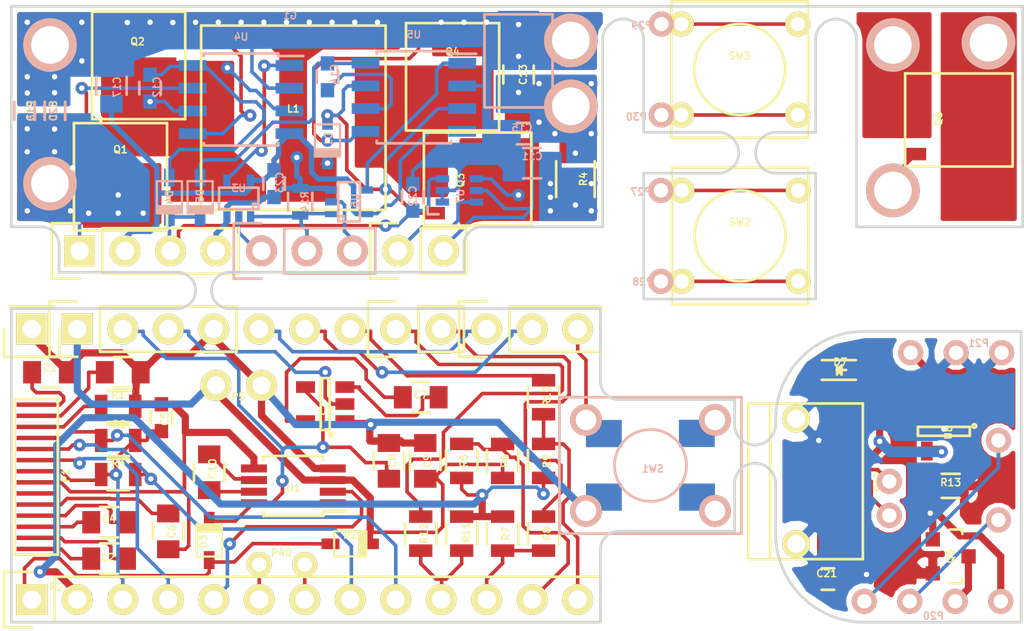
<source format=kicad_pcb>
(kicad_pcb (version 4) (host pcbnew 4.0.2-stable)

  (general
    (links 202)
    (no_connects 12)
    (area 137.719999 73.584999 194.334201 108.152001)
    (thickness 1.6)
    (drawings 131)
    (tracks 1021)
    (zones 0)
    (modules 93)
    (nets 62)
  )

  (page A4)
  (layers
    (0 F.Cu signal)
    (31 B.Cu signal)
    (32 B.Adhes user)
    (33 F.Adhes user)
    (34 B.Paste user)
    (35 F.Paste user)
    (36 B.SilkS user hide)
    (37 F.SilkS user hide)
    (38 B.Mask user)
    (39 F.Mask user)
    (40 Dwgs.User user)
    (41 Cmts.User user)
    (42 Eco1.User user)
    (43 Eco2.User user)
    (44 Edge.Cuts user)
    (45 Margin user)
    (46 B.CrtYd user)
    (47 F.CrtYd user)
    (48 B.Fab user)
    (49 F.Fab user)
  )

  (setup
    (last_trace_width 0.2)
    (trace_clearance 0.175)
    (zone_clearance 0.3)
    (zone_45_only no)
    (trace_min 0.2)
    (segment_width 0.2)
    (edge_width 0.15)
    (via_size 0.7)
    (via_drill 0.3)
    (via_min_size 0.7)
    (via_min_drill 0.3)
    (uvia_size 0.7)
    (uvia_drill 0.3)
    (uvias_allowed no)
    (uvia_min_size 0.7)
    (uvia_min_drill 0.1)
    (pcb_text_width 0.3)
    (pcb_text_size 1 1)
    (mod_edge_width 0.15)
    (mod_text_size 0.4 0.4)
    (mod_text_width 0.08)
    (pad_size 1.7272 1.7272)
    (pad_drill 1.016)
    (pad_to_mask_clearance 0.2)
    (aux_axis_origin 0 0)
    (visible_elements 7FFFFF7F)
    (pcbplotparams
      (layerselection 0x00030_80000001)
      (usegerberextensions false)
      (excludeedgelayer true)
      (linewidth 0.100000)
      (plotframeref false)
      (viasonmask false)
      (mode 1)
      (useauxorigin false)
      (hpglpennumber 1)
      (hpglpenspeed 20)
      (hpglpendiameter 15)
      (hpglpenoverlay 2)
      (psnegative false)
      (psa4output false)
      (plotreference true)
      (plotvalue true)
      (plotinvisibletext false)
      (padsonsilk false)
      (subtractmaskfromsilk false)
      (outputformat 1)
      (mirror false)
      (drillshape 1)
      (scaleselection 1)
      (outputdirectory ""))
  )

  (net 0 "")
  (net 1 "Net-(C1-Pad1)")
  (net 2 GND)
  (net 3 "Net-(C2-Pad1)")
  (net 4 "Net-(C2-Pad2)")
  (net 5 "Net-(C3-Pad1)")
  (net 6 "Net-(C4-Pad1)")
  (net 7 "Net-(C4-Pad2)")
  (net 8 "Net-(C6-Pad1)")
  (net 9 "Net-(C7-Pad1)")
  (net 10 "Net-(C10-Pad1)")
  (net 11 "Net-(C10-Pad2)")
  (net 12 "Net-(P1-Pad12)")
  (net 13 GNDA)
  (net 14 "Net-(C7-Pad2)")
  (net 15 "Net-(C11-Pad1)")
  (net 16 "Net-(C12-Pad1)")
  (net 17 "Net-(C12-Pad2)")
  (net 18 "Net-(C13-Pad1)")
  (net 19 "Net-(C14-Pad1)")
  (net 20 "Net-(C14-Pad2)")
  (net 21 +BATT)
  (net 22 +5V)
  (net 23 "Net-(D1-Pad1)")
  (net 24 +10V)
  (net 25 "Net-(L1-Pad1)")
  (net 26 "Net-(Q1-Pad4)")
  (net 27 "Net-(Q2-Pad4)")
  (net 28 "Net-(Q4-Pad4)")
  (net 29 "Net-(U3-Pad4)")
  (net 30 "Net-(U5-Pad1)")
  (net 31 "Net-(C21-Pad1)")
  (net 32 "Net-(D7-Pad2)")
  (net 33 "Net-(Q5-Pad2)")
  (net 34 "Net-(P24-Pad1)")
  (net 35 "Net-(P25-Pad1)")
  (net 36 "Net-(P26-Pad1)")
  (net 37 "Net-(P27-Pad1)")
  (net 38 "Net-(P28-Pad1)")
  (net 39 "Net-(P29-Pad1)")
  (net 40 "Net-(P30-Pad1)")
  (net 41 /Buck)
  (net 42 /enableDCDC)
  (net 43 /Boost)
  (net 44 /Chrg)
  (net 45 /I_Out)
  (net 46 /U_Out)
  (net 47 /Fire)
  (net 48 /D-)
  (net 49 /D+)
  (net 50 /3.3V_In)
  (net 51 /+5V_Out)
  (net 52 /Reset)
  (net 53 /SCL)
  (net 54 /SDA)
  (net 55 /SHDN)
  (net 56 /U_Sens)
  (net 57 /Bat_Sens)
  (net 58 /Chrg_Sens)
  (net 59 /DOWN)
  (net 60 /UP)
  (net 61 /I_Sens)

  (net_class Default "This is the default net class."
    (clearance 0.175)
    (trace_width 0.2)
    (via_dia 0.7)
    (via_drill 0.3)
    (uvia_dia 0.7)
    (uvia_drill 0.3)
    (add_net +10V)
    (add_net +BATT)
    (add_net /+5V_Out)
    (add_net /3.3V_In)
    (add_net /Bat_Sens)
    (add_net /Boost)
    (add_net /Buck)
    (add_net /Chrg)
    (add_net /Chrg_Sens)
    (add_net /D+)
    (add_net /D-)
    (add_net /DOWN)
    (add_net /Fire)
    (add_net /I_Out)
    (add_net /I_Sens)
    (add_net /Reset)
    (add_net /SCL)
    (add_net /SDA)
    (add_net /SHDN)
    (add_net /UP)
    (add_net /U_Out)
    (add_net /U_Sens)
    (add_net /enableDCDC)
    (add_net GNDA)
    (add_net "Net-(C1-Pad1)")
    (add_net "Net-(C10-Pad1)")
    (add_net "Net-(C10-Pad2)")
    (add_net "Net-(C11-Pad1)")
    (add_net "Net-(C12-Pad1)")
    (add_net "Net-(C12-Pad2)")
    (add_net "Net-(C13-Pad1)")
    (add_net "Net-(C14-Pad1)")
    (add_net "Net-(C14-Pad2)")
    (add_net "Net-(C2-Pad1)")
    (add_net "Net-(C2-Pad2)")
    (add_net "Net-(C3-Pad1)")
    (add_net "Net-(C4-Pad1)")
    (add_net "Net-(C4-Pad2)")
    (add_net "Net-(C6-Pad1)")
    (add_net "Net-(C7-Pad1)")
    (add_net "Net-(C7-Pad2)")
    (add_net "Net-(D1-Pad1)")
    (add_net "Net-(L1-Pad1)")
    (add_net "Net-(P1-Pad12)")
    (add_net "Net-(P24-Pad1)")
    (add_net "Net-(P25-Pad1)")
    (add_net "Net-(P26-Pad1)")
    (add_net "Net-(P27-Pad1)")
    (add_net "Net-(P28-Pad1)")
    (add_net "Net-(P29-Pad1)")
    (add_net "Net-(P30-Pad1)")
    (add_net "Net-(Q1-Pad4)")
    (add_net "Net-(Q2-Pad4)")
    (add_net "Net-(Q4-Pad4)")
    (add_net "Net-(U3-Pad4)")
    (add_net "Net-(U5-Pad1)")
  )

  (net_class Power ""
    (clearance 0.175)
    (trace_width 0.4)
    (via_dia 0.7)
    (via_drill 0.3)
    (uvia_dia 0.7)
    (uvia_drill 0.3)
    (add_net "Net-(D7-Pad2)")
  )

  (net_class Power2 ""
    (clearance 0.175)
    (trace_width 0.6)
    (via_dia 0.7)
    (via_drill 0.3)
    (uvia_dia 0.7)
    (uvia_drill 0.3)
    (add_net "Net-(C21-Pad1)")
    (add_net "Net-(Q5-Pad2)")
  )

  (net_class Power3 ""
    (clearance 0.175)
    (trace_width 0.3)
    (via_dia 0.7)
    (via_drill 0.3)
    (uvia_dia 0.7)
    (uvia_drill 0.3)
    (add_net +5V)
    (add_net GND)
  )

  (module TO_SOT_Packages_SMD:SOT-23-5 (layer F.Cu) (tedit 57AC86EA) (tstamp 572FBE7C)
    (at 189.865 97.409 270)
    (descr "5-pin SOT23 package")
    (tags SOT-23-5)
    (path /572FE96D)
    (attr smd)
    (fp_text reference U8 (at 0.0635 -0.254 270) (layer F.SilkS)
      (effects (font (size 0.4 0.4) (thickness 0.08)))
    )
    (fp_text value STC4054 (at 0 0.508 270) (layer F.Fab)
      (effects (font (size 0.4 0.4) (thickness 0.08)))
    )
    (fp_line (start -1.8 -1.6) (end 1.8 -1.6) (layer F.CrtYd) (width 0.05))
    (fp_line (start 1.8 -1.6) (end 1.8 1.6) (layer F.CrtYd) (width 0.05))
    (fp_line (start 1.8 1.6) (end -1.8 1.6) (layer F.CrtYd) (width 0.05))
    (fp_line (start -1.8 1.6) (end -1.8 -1.6) (layer F.CrtYd) (width 0.05))
    (fp_circle (center -0.3 -1.7) (end -0.2 -1.7) (layer F.SilkS) (width 0.15))
    (fp_line (start 0.25 -1.45) (end -0.25 -1.45) (layer F.SilkS) (width 0.15))
    (fp_line (start 0.25 1.45) (end 0.25 -1.45) (layer F.SilkS) (width 0.15))
    (fp_line (start -0.25 1.45) (end 0.25 1.45) (layer F.SilkS) (width 0.15))
    (fp_line (start -0.25 -1.45) (end -0.25 1.45) (layer F.SilkS) (width 0.15))
    (pad 1 smd rect (at -1.1 -0.95 270) (size 1.06 0.65) (layers F.Cu F.Paste F.Mask)
      (net 32 "Net-(D7-Pad2)"))
    (pad 2 smd rect (at -1.1 0 270) (size 1.06 0.65) (layers F.Cu F.Paste F.Mask)
      (net 2 GND))
    (pad 3 smd rect (at -1.1 0.95 270) (size 1.06 0.65) (layers F.Cu F.Paste F.Mask)
      (net 33 "Net-(Q5-Pad2)"))
    (pad 4 smd rect (at 1.1 0.95 270) (size 1.06 0.65) (layers F.Cu F.Paste F.Mask)
      (net 31 "Net-(C21-Pad1)"))
    (pad 5 smd rect (at 1.1 -0.95 270) (size 1.06 0.65) (layers F.Cu F.Paste F.Mask)
      (net 44 /Chrg))
    (model TO_SOT_Packages_SMD.3dshapes/SOT-23-5.wrl
      (at (xyz 0 0 0))
      (scale (xyz 1 1 1))
      (rotate (xyz 0 0 0))
    )
  )

  (module Connect:USB_Micro-B (layer F.Cu) (tedit 57AC86C9) (tstamp 572FBE0D)
    (at 182.753 100.203 270)
    (descr "Micro USB Type B Receptacle")
    (tags "USB USB_B USB_micro USB_OTG")
    (path /572FCCA0)
    (attr smd)
    (fp_text reference P17 (at 0 -3.45 270) (layer F.SilkS)
      (effects (font (size 0.4 0.4) (thickness 0.08)))
    )
    (fp_text value USB_OTG (at 0 -0.0635 270) (layer F.Fab)
      (effects (font (size 0.4 0.4) (thickness 0.08)))
    )
    (fp_line (start -4.6 -2.8) (end 4.6 -2.8) (layer F.CrtYd) (width 0.05))
    (fp_line (start 4.6 -2.8) (end 4.6 4.05) (layer F.CrtYd) (width 0.05))
    (fp_line (start 4.6 4.05) (end -4.6 4.05) (layer F.CrtYd) (width 0.05))
    (fp_line (start -4.6 4.05) (end -4.6 -2.8) (layer F.CrtYd) (width 0.05))
    (fp_line (start -4.3509 3.81746) (end 4.3491 3.81746) (layer F.SilkS) (width 0.15))
    (fp_line (start -4.3509 -2.58754) (end 4.3491 -2.58754) (layer F.SilkS) (width 0.15))
    (fp_line (start 4.3491 -2.58754) (end 4.3491 3.81746) (layer F.SilkS) (width 0.15))
    (fp_line (start 4.3491 2.58746) (end -4.3509 2.58746) (layer F.SilkS) (width 0.15))
    (fp_line (start -4.3509 3.81746) (end -4.3509 -2.58754) (layer F.SilkS) (width 0.15))
    (pad 1 smd rect (at -1.3009 -1.856) (size 1.6 0.4) (layers F.Cu F.Paste F.Mask)
      (net 31 "Net-(C21-Pad1)"))
    (pad 2 smd rect (at -0.6509 -1.856) (size 1.6 0.4) (layers F.Cu F.Paste F.Mask)
      (net 48 /D-))
    (pad 3 smd rect (at -0.0009 -1.856) (size 1.6 0.4) (layers F.Cu F.Paste F.Mask)
      (net 49 /D+))
    (pad 4 smd rect (at 0.6491 -1.856) (size 1.6 0.4) (layers F.Cu F.Paste F.Mask))
    (pad 5 smd rect (at 1.2991 -1.856) (size 1.6 0.4) (layers F.Cu F.Paste F.Mask)
      (net 2 GND))
    (pad 6 smd rect (at -3.5009 -1.56254) (size 1.6 2) (layers F.Cu F.Paste F.Mask)
      (net 2 GND))
    (pad 6 smd rect (at 3.4991 -1.56254) (size 1.6 2) (layers F.Cu F.Paste F.Mask)
      (net 2 GND))
    (pad 6 thru_hole circle (at -3.5009 1.13746) (size 1.55 1.55) (drill 1) (layers *.Cu *.Mask F.SilkS)
      (net 2 GND))
    (pad 6 thru_hole circle (at 3.4991 1.13746) (size 1.55 1.55) (drill 1) (layers *.Cu *.Mask F.SilkS)
      (net 2 GND))
  )

  (module Thesas:DO-214AA (layer B.Cu) (tedit 57AC8976) (tstamp 572E7135)
    (at 166.116 76.708 90)
    (descr "Jedec DO-214AB diode package. Designed according to Fairchild SS32 datasheet.")
    (tags "DO-214AB diode")
    (path /572FD2C8)
    (attr smd)
    (fp_text reference D6 (at 0 2.64 90) (layer B.SilkS)
      (effects (font (size 0.4 0.4) (thickness 0.08)) (justify mirror))
    )
    (fp_text value "Z 11V" (at -0.8255 -0.4445 90) (layer B.Fab)
      (effects (font (size 0.4 0.4) (thickness 0.08)) (justify mirror))
    )
    (fp_line (start 2.6 1.9) (end 2.6 -1.9) (layer B.SilkS) (width 0.15))
    (fp_line (start -2.6 1.9) (end -2.6 -1.9) (layer B.SilkS) (width 0.15))
    (fp_line (start 2.6 -1.9) (end -2.6 -1.9) (layer B.SilkS) (width 0.15))
    (fp_line (start -2.6 1.9) (end 2.6 1.9) (layer B.SilkS) (width 0.15))
    (pad 2 smd rect (at 2.06 0 90) (size 1.47 2.3) (layers B.Cu B.Paste B.Mask)
      (net 2 GND))
    (pad 1 smd rect (at -2.06 0 90) (size 1.47 2.3) (layers B.Cu B.Paste B.Mask)
      (net 18 "Net-(C13-Pad1)"))
  )

  (module Thesas:L4040 (layer F.Cu) (tedit 57AC88CA) (tstamp 572E50EA)
    (at 153.543 79.883 180)
    (path /572F32F7)
    (fp_text reference L1 (at 0 0.5 180) (layer F.SilkS)
      (effects (font (size 0.4 0.4) (thickness 0.08)))
    )
    (fp_text value 0.56uH (at 2.159 -1.4605 180) (layer F.Fab)
      (effects (font (size 0.4 0.4) (thickness 0.08)))
    )
    (fp_line (start -5.15 -5.15) (end -5.15 5.15) (layer F.SilkS) (width 0.15))
    (fp_line (start -5.15 5.15) (end 5.15 5.15) (layer F.SilkS) (width 0.15))
    (fp_line (start 5.15 5.15) (end 5.15 -5.15) (layer F.SilkS) (width 0.15))
    (fp_line (start 5.15 -5.15) (end -5.15 -5.15) (layer F.SilkS) (width 0.15))
    (pad 1 smd rect (at -4.5 0 180) (size 2 5.5) (layers F.Cu F.Paste F.Mask)
      (net 25 "Net-(L1-Pad1)"))
    (pad 2 smd rect (at 4.5 0 180) (size 2 5.5) (layers F.Cu F.Paste F.Mask)
      (net 16 "Net-(C12-Pad1)"))
  )

  (module Capacitors_SMD:C_0603 (layer B.Cu) (tedit 57AC92E7) (tstamp 572E55B7)
    (at 155.448 77.597 90)
    (descr "Capacitor SMD 0603, reflow soldering, AVX (see smccp.pdf)")
    (tags "capacitor 0603")
    (path /572ED2DD)
    (attr smd)
    (fp_text reference C14 (at 0.127 0.381 90) (layer B.SilkS)
      (effects (font (size 0.4 0.4) (thickness 0.08)) (justify mirror))
    )
    (fp_text value 1uF (at 0.0635 -0.1905 90) (layer B.Fab)
      (effects (font (size 0.4 0.4) (thickness 0.08)) (justify mirror))
    )
    (fp_line (start -1.45 0.75) (end 1.45 0.75) (layer B.CrtYd) (width 0.05))
    (fp_line (start -1.45 -0.75) (end 1.45 -0.75) (layer B.CrtYd) (width 0.05))
    (fp_line (start -1.45 0.75) (end -1.45 -0.75) (layer B.CrtYd) (width 0.05))
    (fp_line (start 1.45 0.75) (end 1.45 -0.75) (layer B.CrtYd) (width 0.05))
    (fp_line (start -0.35 0.6) (end 0.35 0.6) (layer B.SilkS) (width 0.15))
    (fp_line (start 0.35 -0.6) (end -0.35 -0.6) (layer B.SilkS) (width 0.15))
    (pad 1 smd rect (at -0.75 0 90) (size 0.8 0.75) (layers B.Cu B.Paste B.Mask)
      (net 19 "Net-(C14-Pad1)"))
    (pad 2 smd rect (at 0.75 0 90) (size 0.8 0.75) (layers B.Cu B.Paste B.Mask)
      (net 20 "Net-(C14-Pad2)"))
    (model Capacitors_SMD.3dshapes/C_0603.wrl
      (at (xyz 0 0 0))
      (scale (xyz 1 1 1))
      (rotate (xyz 0 0 0))
    )
  )

  (module Thesas:FPC_14 (layer F.Cu) (tedit 57AC85B7) (tstamp 572A7C95)
    (at 139.192 99.949 90)
    (path /5707CF26)
    (fp_text reference P1 (at 0.0635 1.651 90) (layer F.SilkS)
      (effects (font (size 0.4 0.4) (thickness 0.08)))
    )
    (fp_text value CONN_ER-OLED0.69-1 (at 0 0.5715 90) (layer F.Fab) hide
      (effects (font (size 0.4 0.4) (thickness 0.08)))
    )
    (fp_line (start -4.35 -1.2) (end 4.35 -1.2) (layer F.SilkS) (width 0.15))
    (fp_line (start -4.35 1.2) (end 4.35 1.2) (layer F.SilkS) (width 0.15))
    (fp_line (start -4.35 1.2) (end -4.35 -1.2) (layer F.SilkS) (width 0.15))
    (fp_line (start 4.35 1.2) (end 4.35 -1.2) (layer F.SilkS) (width 0.15))
    (pad 1 smd rect (at -4.03 0 90) (size 0.25 2.2) (layers F.Cu F.Paste F.Mask)
      (net 3 "Net-(C2-Pad1)"))
    (pad 2 smd rect (at -3.41 0 90) (size 0.25 2.2) (layers F.Cu F.Paste F.Mask)
      (net 4 "Net-(C2-Pad2)"))
    (pad 3 smd rect (at -2.79 0 90) (size 0.25 2.2) (layers F.Cu F.Paste F.Mask)
      (net 6 "Net-(C4-Pad1)"))
    (pad 4 smd rect (at -2.17 0 90) (size 0.25 2.2) (layers F.Cu F.Paste F.Mask)
      (net 7 "Net-(C4-Pad2)"))
    (pad 5 smd rect (at -1.55 0 90) (size 0.25 2.2) (layers F.Cu F.Paste F.Mask)
      (net 8 "Net-(C6-Pad1)"))
    (pad 6 smd rect (at -0.93 0 90) (size 0.25 2.2) (layers F.Cu F.Paste F.Mask))
    (pad 7 smd rect (at -0.31 0 90) (size 0.25 2.2) (layers F.Cu F.Paste F.Mask)
      (net 2 GND))
    (pad 8 smd rect (at 0.31 0 90) (size 0.25 2.2) (layers F.Cu F.Paste F.Mask)
      (net 50 /3.3V_In))
    (pad 9 smd rect (at 0.93 0 90) (size 0.25 2.2) (layers F.Cu F.Paste F.Mask)
      (net 52 /Reset))
    (pad 10 smd rect (at 1.55 0 90) (size 0.25 2.2) (layers F.Cu F.Paste F.Mask)
      (net 53 /SCL))
    (pad 11 smd rect (at 2.17 0 90) (size 0.25 2.2) (layers F.Cu F.Paste F.Mask)
      (net 54 /SDA))
    (pad 12 smd rect (at 2.79 0 90) (size 0.25 2.2) (layers F.Cu F.Paste F.Mask)
      (net 12 "Net-(P1-Pad12)"))
    (pad 13 smd rect (at 3.41 0 90) (size 0.25 2.2) (layers F.Cu F.Paste F.Mask)
      (net 5 "Net-(C3-Pad1)"))
    (pad 14 smd rect (at 4.03 0 90) (size 0.25 2.2) (layers F.Cu F.Paste F.Mask)
      (net 1 "Net-(C1-Pad1)"))
  )

  (module w_smd_diode:sod323 (layer F.Cu) (tedit 57AC830B) (tstamp 572A7C71)
    (at 156.718 103.6955)
    (descr SOD323)
    (path /570851CF)
    (fp_text reference D2 (at 0 -0.508) (layer F.SilkS)
      (effects (font (size 0.4 0.4) (thickness 0.08)))
    )
    (fp_text value D_Schottky (at 0.127 0.6985) (layer F.SilkS) hide
      (effects (font (size 0.4 0.4) (thickness 0.08)))
    )
    (fp_line (start 0.8001 -0.70104) (end 0.8001 0.70104) (layer F.SilkS) (width 0.127))
    (fp_line (start 0.70104 0.70104) (end 0.70104 -0.70104) (layer F.SilkS) (width 0.127))
    (fp_line (start 0.59944 -0.70104) (end 0.59944 0.70104) (layer F.SilkS) (width 0.127))
    (fp_line (start 0.50038 -0.70104) (end 0.50038 0.70104) (layer F.SilkS) (width 0.127))
    (fp_line (start 0.89916 -0.70104) (end -0.89916 -0.70104) (layer F.SilkS) (width 0.127))
    (fp_line (start -0.89916 -0.70104) (end -0.89916 0.70104) (layer F.SilkS) (width 0.127))
    (fp_line (start -0.89916 0.70104) (end 0.89916 0.70104) (layer F.SilkS) (width 0.127))
    (fp_line (start 0.89916 0.70104) (end 0.89916 -0.70104) (layer F.SilkS) (width 0.127))
    (pad 2 smd rect (at 1.09982 0) (size 1.00076 0.59944) (layers F.Cu F.Paste F.Mask)
      (net 21 +BATT))
    (pad 1 smd rect (at -1.09982 0) (size 1.00076 0.59944) (layers F.Cu F.Paste F.Mask)
      (net 51 /+5V_Out))
    (model walter/smd_diode/sod323.wrl
      (at (xyz 0 0 0))
      (scale (xyz 1 1 1))
      (rotate (xyz 0 0 0))
    )
  )

  (module w_smd_diode:sod323 (layer F.Cu) (tedit 57AC831D) (tstamp 572A7C7F)
    (at 148.844 103.505 90)
    (descr SOD323)
    (path /570823A0)
    (fp_text reference D3 (at -0.0635 -0.3175 90) (layer F.SilkS)
      (effects (font (size 0.4 0.4) (thickness 0.08)))
    )
    (fp_text value D_Schottky (at -0.0635 0.508 90) (layer F.SilkS) hide
      (effects (font (size 0.4 0.4) (thickness 0.08)))
    )
    (fp_line (start 0.8001 -0.70104) (end 0.8001 0.70104) (layer F.SilkS) (width 0.127))
    (fp_line (start 0.70104 0.70104) (end 0.70104 -0.70104) (layer F.SilkS) (width 0.127))
    (fp_line (start 0.59944 -0.70104) (end 0.59944 0.70104) (layer F.SilkS) (width 0.127))
    (fp_line (start 0.50038 -0.70104) (end 0.50038 0.70104) (layer F.SilkS) (width 0.127))
    (fp_line (start 0.89916 -0.70104) (end -0.89916 -0.70104) (layer F.SilkS) (width 0.127))
    (fp_line (start -0.89916 -0.70104) (end -0.89916 0.70104) (layer F.SilkS) (width 0.127))
    (fp_line (start -0.89916 0.70104) (end 0.89916 0.70104) (layer F.SilkS) (width 0.127))
    (fp_line (start 0.89916 0.70104) (end 0.89916 -0.70104) (layer F.SilkS) (width 0.127))
    (pad 2 smd rect (at 1.09982 0 90) (size 1.00076 0.59944) (layers F.Cu F.Paste F.Mask)
      (net 22 +5V))
    (pad 1 smd rect (at -1.09982 0 90) (size 1.00076 0.59944) (layers F.Cu F.Paste F.Mask)
      (net 51 /+5V_Out))
    (model walter/smd_diode/sod323.wrl
      (at (xyz 0 0 0))
      (scale (xyz 1 1 1))
      (rotate (xyz 0 0 0))
    )
  )

  (module Housings_SSOP:MSOP-8_3x3mm_Pitch0.65mm (layer F.Cu) (tedit 57AC8323) (tstamp 572A7D7E)
    (at 153.543 100.457 180)
    (descr "8-Lead Plastic Micro Small Outline Package (MS) [MSOP] (see Microchip Packaging Specification 00000049BS.pdf)")
    (tags "SSOP 0.65")
    (path /5707CD1B)
    (attr smd)
    (fp_text reference U1 (at 0 -0.127 180) (layer F.SilkS)
      (effects (font (size 0.4 0.4) (thickness 0.08)))
    )
    (fp_text value MAX1595 (at 0 -0.6985 180) (layer F.Fab)
      (effects (font (size 0.4 0.4) (thickness 0.08)))
    )
    (fp_line (start -3.2 -1.85) (end -3.2 1.85) (layer F.CrtYd) (width 0.05))
    (fp_line (start 3.2 -1.85) (end 3.2 1.85) (layer F.CrtYd) (width 0.05))
    (fp_line (start -3.2 -1.85) (end 3.2 -1.85) (layer F.CrtYd) (width 0.05))
    (fp_line (start -3.2 1.85) (end 3.2 1.85) (layer F.CrtYd) (width 0.05))
    (fp_line (start -1.675 -1.675) (end -1.675 -1.425) (layer F.SilkS) (width 0.15))
    (fp_line (start 1.675 -1.675) (end 1.675 -1.425) (layer F.SilkS) (width 0.15))
    (fp_line (start 1.675 1.675) (end 1.675 1.425) (layer F.SilkS) (width 0.15))
    (fp_line (start -1.675 1.675) (end -1.675 1.425) (layer F.SilkS) (width 0.15))
    (fp_line (start -1.675 -1.675) (end 1.675 -1.675) (layer F.SilkS) (width 0.15))
    (fp_line (start -1.675 1.675) (end 1.675 1.675) (layer F.SilkS) (width 0.15))
    (fp_line (start -1.675 -1.425) (end -2.925 -1.425) (layer F.SilkS) (width 0.15))
    (pad 1 smd rect (at -2.2 -0.975 180) (size 1.45 0.45) (layers F.Cu F.Paste F.Mask)
      (net 22 +5V))
    (pad 2 smd rect (at -2.2 -0.325 180) (size 1.45 0.45) (layers F.Cu F.Paste F.Mask)
      (net 55 /SHDN))
    (pad 3 smd rect (at -2.2 0.325 180) (size 1.45 0.45) (layers F.Cu F.Paste F.Mask)
      (net 21 +BATT))
    (pad 4 smd rect (at -2.2 0.975 180) (size 1.45 0.45) (layers F.Cu F.Paste F.Mask)
      (net 2 GND))
    (pad 5 smd rect (at 2.2 0.975 180) (size 1.45 0.45) (layers F.Cu F.Paste F.Mask)
      (net 2 GND))
    (pad 6 smd rect (at 2.2 0.325 180) (size 1.45 0.45) (layers F.Cu F.Paste F.Mask)
      (net 11 "Net-(C10-Pad2)"))
    (pad 7 smd rect (at 2.2 -0.325 180) (size 1.45 0.45) (layers F.Cu F.Paste F.Mask)
      (net 10 "Net-(C10-Pad1)"))
    (pad 8 smd rect (at 2.2 -0.975 180) (size 1.45 0.45) (layers F.Cu F.Paste F.Mask)
      (net 22 +5V))
    (model Housings_SSOP.3dshapes/MSOP-8_3x3mm_Pitch0.65mm.wrl
      (at (xyz 0 0 0))
      (scale (xyz 1 1 1))
      (rotate (xyz 0 0 0))
    )
  )

  (module TO_SOT_Packages_SMD:SOT-23-5 (layer F.Cu) (tedit 57AC832D) (tstamp 572A7D87)
    (at 155.321 95.885 180)
    (descr "5-pin SOT23 package")
    (tags SOT-23-5)
    (path /572A7174)
    (attr smd)
    (fp_text reference U2 (at -0.0635 -0.381 180) (layer F.SilkS)
      (effects (font (size 0.4 0.4) (thickness 0.08)))
    )
    (fp_text value Max1682 (at 0.0635 0.127 180) (layer F.Fab)
      (effects (font (size 0.4 0.4) (thickness 0.08)))
    )
    (fp_line (start -1.8 -1.6) (end 1.8 -1.6) (layer F.CrtYd) (width 0.05))
    (fp_line (start 1.8 -1.6) (end 1.8 1.6) (layer F.CrtYd) (width 0.05))
    (fp_line (start 1.8 1.6) (end -1.8 1.6) (layer F.CrtYd) (width 0.05))
    (fp_line (start -1.8 1.6) (end -1.8 -1.6) (layer F.CrtYd) (width 0.05))
    (fp_circle (center -0.3 -1.7) (end -0.2 -1.7) (layer F.SilkS) (width 0.15))
    (fp_line (start 0.25 -1.45) (end -0.25 -1.45) (layer F.SilkS) (width 0.15))
    (fp_line (start 0.25 1.45) (end 0.25 -1.45) (layer F.SilkS) (width 0.15))
    (fp_line (start -0.25 1.45) (end 0.25 1.45) (layer F.SilkS) (width 0.15))
    (fp_line (start -0.25 -1.45) (end -0.25 1.45) (layer F.SilkS) (width 0.15))
    (pad 1 smd rect (at -1.1 -0.95 180) (size 1.06 0.65) (layers F.Cu F.Paste F.Mask)
      (net 2 GND))
    (pad 2 smd rect (at -1.1 0 180) (size 1.06 0.65) (layers F.Cu F.Paste F.Mask)
      (net 24 +10V))
    (pad 3 smd rect (at -1.1 0.95 180) (size 1.06 0.65) (layers F.Cu F.Paste F.Mask)
      (net 14 "Net-(C7-Pad2)"))
    (pad 4 smd rect (at 1.1 0.95 180) (size 1.06 0.65) (layers F.Cu F.Paste F.Mask)
      (net 22 +5V))
    (pad 5 smd rect (at 1.1 -0.95 180) (size 1.06 0.65) (layers F.Cu F.Paste F.Mask)
      (net 9 "Net-(C7-Pad1)"))
    (model TO_SOT_Packages_SMD.3dshapes/SOT-23-5.wrl
      (at (xyz 0 0 0))
      (scale (xyz 1 1 1))
      (rotate (xyz 0 0 0))
    )
  )

  (module Capacitors_SMD:C_0805 (layer F.Cu) (tedit 57AC8211) (tstamp 572A7C0F)
    (at 144.018 94.107)
    (descr "Capacitor SMD 0805, reflow soldering, AVX (see smccp.pdf)")
    (tags "capacitor 0805")
    (path /5707E6A1)
    (attr smd)
    (fp_text reference C3 (at 0 -2.1) (layer F.SilkS)
      (effects (font (size 0.4 0.4) (thickness 0.08)))
    )
    (fp_text value 10uF (at 0.127 0.3175) (layer F.Fab)
      (effects (font (size 0.4 0.4) (thickness 0.08)))
    )
    (fp_line (start -1.8 -1) (end 1.8 -1) (layer F.CrtYd) (width 0.05))
    (fp_line (start -1.8 1) (end 1.8 1) (layer F.CrtYd) (width 0.05))
    (fp_line (start -1.8 -1) (end -1.8 1) (layer F.CrtYd) (width 0.05))
    (fp_line (start 1.8 -1) (end 1.8 1) (layer F.CrtYd) (width 0.05))
    (fp_line (start 0.5 -0.85) (end -0.5 -0.85) (layer F.SilkS) (width 0.15))
    (fp_line (start -0.5 0.85) (end 0.5 0.85) (layer F.SilkS) (width 0.15))
    (pad 1 smd rect (at -1 0) (size 1 1.25) (layers F.Cu F.Paste F.Mask)
      (net 5 "Net-(C3-Pad1)"))
    (pad 2 smd rect (at 1 0) (size 1 1.25) (layers F.Cu F.Paste F.Mask)
      (net 2 GND))
    (model Capacitors_SMD.3dshapes/C_0805.wrl
      (at (xyz 0 0 0))
      (scale (xyz 1 1 1))
      (rotate (xyz 0 0 0))
    )
  )

  (module Capacitors_SMD:C_0805 (layer F.Cu) (tedit 57AC8299) (tstamp 572A8F1F)
    (at 139.954 94.107)
    (descr "Capacitor SMD 0805, reflow soldering, AVX (see smccp.pdf)")
    (tags "capacitor 0805")
    (path /5707E81E)
    (attr smd)
    (fp_text reference C1 (at 0 -0.254) (layer F.SilkS)
      (effects (font (size 0.4 0.4) (thickness 0.08)))
    )
    (fp_text value 2.2uF (at 0 0.4445) (layer F.Fab)
      (effects (font (size 0.4 0.4) (thickness 0.08)))
    )
    (fp_line (start -1.8 -1) (end 1.8 -1) (layer F.CrtYd) (width 0.05))
    (fp_line (start -1.8 1) (end 1.8 1) (layer F.CrtYd) (width 0.05))
    (fp_line (start -1.8 -1) (end -1.8 1) (layer F.CrtYd) (width 0.05))
    (fp_line (start 1.8 -1) (end 1.8 1) (layer F.CrtYd) (width 0.05))
    (fp_line (start 0.5 -0.85) (end -0.5 -0.85) (layer F.SilkS) (width 0.15))
    (fp_line (start -0.5 0.85) (end 0.5 0.85) (layer F.SilkS) (width 0.15))
    (pad 1 smd rect (at -1 0) (size 1 1.25) (layers F.Cu F.Paste F.Mask)
      (net 1 "Net-(C1-Pad1)"))
    (pad 2 smd rect (at 1 0) (size 1 1.25) (layers F.Cu F.Paste F.Mask)
      (net 2 GND))
    (model Capacitors_SMD.3dshapes/C_0805.wrl
      (at (xyz 0 0 0))
      (scale (xyz 1 1 1))
      (rotate (xyz 0 0 0))
    )
  )

  (module Capacitors_SMD:C_0805 (layer F.Cu) (tedit 57AC8232) (tstamp 572A8F2A)
    (at 143.256 104.521)
    (descr "Capacitor SMD 0805, reflow soldering, AVX (see smccp.pdf)")
    (tags "capacitor 0805")
    (path /5707D2F1)
    (attr smd)
    (fp_text reference C2 (at -0.0635 -0.0635) (layer F.SilkS)
      (effects (font (size 0.4 0.4) (thickness 0.08)))
    )
    (fp_text value 1uF (at 0 0.4445) (layer F.Fab)
      (effects (font (size 0.4 0.4) (thickness 0.08)))
    )
    (fp_line (start -1.8 -1) (end 1.8 -1) (layer F.CrtYd) (width 0.05))
    (fp_line (start -1.8 1) (end 1.8 1) (layer F.CrtYd) (width 0.05))
    (fp_line (start -1.8 -1) (end -1.8 1) (layer F.CrtYd) (width 0.05))
    (fp_line (start 1.8 -1) (end 1.8 1) (layer F.CrtYd) (width 0.05))
    (fp_line (start 0.5 -0.85) (end -0.5 -0.85) (layer F.SilkS) (width 0.15))
    (fp_line (start -0.5 0.85) (end 0.5 0.85) (layer F.SilkS) (width 0.15))
    (pad 1 smd rect (at -1 0) (size 1 1.25) (layers F.Cu F.Paste F.Mask)
      (net 3 "Net-(C2-Pad1)"))
    (pad 2 smd rect (at 1 0) (size 1 1.25) (layers F.Cu F.Paste F.Mask)
      (net 4 "Net-(C2-Pad2)"))
    (model Capacitors_SMD.3dshapes/C_0805.wrl
      (at (xyz 0 0 0))
      (scale (xyz 1 1 1))
      (rotate (xyz 0 0 0))
    )
  )

  (module Capacitors_SMD:C_0805 (layer F.Cu) (tedit 57AC8277) (tstamp 572A8F35)
    (at 143.256 102.489)
    (descr "Capacitor SMD 0805, reflow soldering, AVX (see smccp.pdf)")
    (tags "capacitor 0805")
    (path /5707CFC2)
    (attr smd)
    (fp_text reference C4 (at 0 -0.1905) (layer F.SilkS)
      (effects (font (size 0.4 0.4) (thickness 0.08)))
    )
    (fp_text value 1uF (at -0.0635 0.4445) (layer F.Fab)
      (effects (font (size 0.4 0.4) (thickness 0.08)))
    )
    (fp_line (start -1.8 -1) (end 1.8 -1) (layer F.CrtYd) (width 0.05))
    (fp_line (start -1.8 1) (end 1.8 1) (layer F.CrtYd) (width 0.05))
    (fp_line (start -1.8 -1) (end -1.8 1) (layer F.CrtYd) (width 0.05))
    (fp_line (start 1.8 -1) (end 1.8 1) (layer F.CrtYd) (width 0.05))
    (fp_line (start 0.5 -0.85) (end -0.5 -0.85) (layer F.SilkS) (width 0.15))
    (fp_line (start -0.5 0.85) (end 0.5 0.85) (layer F.SilkS) (width 0.15))
    (pad 1 smd rect (at -1 0) (size 1 1.25) (layers F.Cu F.Paste F.Mask)
      (net 6 "Net-(C4-Pad1)"))
    (pad 2 smd rect (at 1 0) (size 1 1.25) (layers F.Cu F.Paste F.Mask)
      (net 7 "Net-(C4-Pad2)"))
    (model Capacitors_SMD.3dshapes/C_0805.wrl
      (at (xyz 0 0 0))
      (scale (xyz 1 1 1))
      (rotate (xyz 0 0 0))
    )
  )

  (module Capacitors_SMD:C_0805 (layer F.Cu) (tedit 57AC817D) (tstamp 572A8F56)
    (at 160.655 95.504)
    (descr "Capacitor SMD 0805, reflow soldering, AVX (see smccp.pdf)")
    (tags "capacitor 0805")
    (path /572A8604)
    (attr smd)
    (fp_text reference C7 (at 0 -0.127) (layer F.SilkS)
      (effects (font (size 0.4 0.4) (thickness 0.08)))
    )
    (fp_text value 10uF (at -0.0635 0.4445) (layer F.Fab)
      (effects (font (size 0.4 0.4) (thickness 0.08)))
    )
    (fp_line (start -1.8 -1) (end 1.8 -1) (layer F.CrtYd) (width 0.05))
    (fp_line (start -1.8 1) (end 1.8 1) (layer F.CrtYd) (width 0.05))
    (fp_line (start -1.8 -1) (end -1.8 1) (layer F.CrtYd) (width 0.05))
    (fp_line (start 1.8 -1) (end 1.8 1) (layer F.CrtYd) (width 0.05))
    (fp_line (start 0.5 -0.85) (end -0.5 -0.85) (layer F.SilkS) (width 0.15))
    (fp_line (start -0.5 0.85) (end 0.5 0.85) (layer F.SilkS) (width 0.15))
    (pad 1 smd rect (at -1 0) (size 1 1.25) (layers F.Cu F.Paste F.Mask)
      (net 9 "Net-(C7-Pad1)"))
    (pad 2 smd rect (at 1 0) (size 1 1.25) (layers F.Cu F.Paste F.Mask)
      (net 14 "Net-(C7-Pad2)"))
    (model Capacitors_SMD.3dshapes/C_0805.wrl
      (at (xyz 0 0 0))
      (scale (xyz 1 1 1))
      (rotate (xyz 0 0 0))
    )
  )

  (module Capacitors_SMD:C_0805 (layer F.Cu) (tedit 57AC8161) (tstamp 572A8F61)
    (at 158.877 99.06 90)
    (descr "Capacitor SMD 0805, reflow soldering, AVX (see smccp.pdf)")
    (tags "capacitor 0805")
    (path /57082136)
    (attr smd)
    (fp_text reference C8 (at 0 0.1905 90) (layer F.SilkS)
      (effects (font (size 0.4 0.4) (thickness 0.08)))
    )
    (fp_text value 1uF (at 0 -0.381 90) (layer F.Fab)
      (effects (font (size 0.4 0.4) (thickness 0.08)))
    )
    (fp_line (start -1.8 -1) (end 1.8 -1) (layer F.CrtYd) (width 0.05))
    (fp_line (start -1.8 1) (end 1.8 1) (layer F.CrtYd) (width 0.05))
    (fp_line (start -1.8 -1) (end -1.8 1) (layer F.CrtYd) (width 0.05))
    (fp_line (start 1.8 -1) (end 1.8 1) (layer F.CrtYd) (width 0.05))
    (fp_line (start 0.5 -0.85) (end -0.5 -0.85) (layer F.SilkS) (width 0.15))
    (fp_line (start -0.5 0.85) (end 0.5 0.85) (layer F.SilkS) (width 0.15))
    (pad 1 smd rect (at -1 0 90) (size 1 1.25) (layers F.Cu F.Paste F.Mask)
      (net 22 +5V))
    (pad 2 smd rect (at 1 0 90) (size 1 1.25) (layers F.Cu F.Paste F.Mask)
      (net 2 GND))
    (model Capacitors_SMD.3dshapes/C_0805.wrl
      (at (xyz 0 0 0))
      (scale (xyz 1 1 1))
      (rotate (xyz 0 0 0))
    )
  )

  (module Capacitors_SMD:C_0805 (layer F.Cu) (tedit 57AC81A2) (tstamp 572A8F77)
    (at 148.844 99.695 90)
    (descr "Capacitor SMD 0805, reflow soldering, AVX (see smccp.pdf)")
    (tags "capacitor 0805")
    (path /57084AB7)
    (attr smd)
    (fp_text reference C10 (at 0.1905 0.1905 90) (layer F.SilkS)
      (effects (font (size 0.4 0.4) (thickness 0.08)))
    )
    (fp_text value 220nF (at 0.0635 -0.4445 90) (layer F.Fab)
      (effects (font (size 0.4 0.4) (thickness 0.08)))
    )
    (fp_line (start -1.8 -1) (end 1.8 -1) (layer F.CrtYd) (width 0.05))
    (fp_line (start -1.8 1) (end 1.8 1) (layer F.CrtYd) (width 0.05))
    (fp_line (start -1.8 -1) (end -1.8 1) (layer F.CrtYd) (width 0.05))
    (fp_line (start 1.8 -1) (end 1.8 1) (layer F.CrtYd) (width 0.05))
    (fp_line (start 0.5 -0.85) (end -0.5 -0.85) (layer F.SilkS) (width 0.15))
    (fp_line (start -0.5 0.85) (end 0.5 0.85) (layer F.SilkS) (width 0.15))
    (pad 1 smd rect (at -1 0 90) (size 1 1.25) (layers F.Cu F.Paste F.Mask)
      (net 10 "Net-(C10-Pad1)"))
    (pad 2 smd rect (at 1 0 90) (size 1 1.25) (layers F.Cu F.Paste F.Mask)
      (net 11 "Net-(C10-Pad2)"))
    (model Capacitors_SMD.3dshapes/C_0805.wrl
      (at (xyz 0 0 0))
      (scale (xyz 1 1 1))
      (rotate (xyz 0 0 0))
    )
  )

  (module Resistors_SMD:R_0805 (layer F.Cu) (tedit 57AC826C) (tstamp 572A8F82)
    (at 143.764 96.012)
    (descr "Resistor SMD 0805, reflow soldering, Vishay (see dcrcw.pdf)")
    (tags "resistor 0805")
    (path /5707E4AD)
    (attr smd)
    (fp_text reference R1 (at 0 -0.635) (layer F.SilkS)
      (effects (font (size 0.4 0.4) (thickness 0.08)))
    )
    (fp_text value 820k (at 0.127 0.254) (layer F.Fab)
      (effects (font (size 0.4 0.4) (thickness 0.08)))
    )
    (fp_line (start -1.6 -1) (end 1.6 -1) (layer F.CrtYd) (width 0.05))
    (fp_line (start -1.6 1) (end 1.6 1) (layer F.CrtYd) (width 0.05))
    (fp_line (start -1.6 -1) (end -1.6 1) (layer F.CrtYd) (width 0.05))
    (fp_line (start 1.6 -1) (end 1.6 1) (layer F.CrtYd) (width 0.05))
    (fp_line (start 0.6 0.875) (end -0.6 0.875) (layer F.SilkS) (width 0.15))
    (fp_line (start -0.6 -0.875) (end 0.6 -0.875) (layer F.SilkS) (width 0.15))
    (pad 1 smd rect (at -0.95 0) (size 0.7 1.3) (layers F.Cu F.Paste F.Mask)
      (net 12 "Net-(P1-Pad12)"))
    (pad 2 smd rect (at 0.95 0) (size 0.7 1.3) (layers F.Cu F.Paste F.Mask)
      (net 2 GND))
    (model Resistors_SMD.3dshapes/R_0805.wrl
      (at (xyz 0 0 0))
      (scale (xyz 1 1 1))
      (rotate (xyz 0 0 0))
    )
  )

  (module Resistors_SMD:R_0805 (layer F.Cu) (tedit 57AC825D) (tstamp 572A8F8D)
    (at 143.764 97.917 180)
    (descr "Resistor SMD 0805, reflow soldering, Vishay (see dcrcw.pdf)")
    (tags "resistor 0805")
    (path /5707DF8B)
    (attr smd)
    (fp_text reference R2 (at -0.0635 0.889 180) (layer F.SilkS)
      (effects (font (size 0.4 0.4) (thickness 0.08)))
    )
    (fp_text value 2.2k (at -0.0635 -0.381 180) (layer F.Fab)
      (effects (font (size 0.4 0.4) (thickness 0.08)))
    )
    (fp_line (start -1.6 -1) (end 1.6 -1) (layer F.CrtYd) (width 0.05))
    (fp_line (start -1.6 1) (end 1.6 1) (layer F.CrtYd) (width 0.05))
    (fp_line (start -1.6 -1) (end -1.6 1) (layer F.CrtYd) (width 0.05))
    (fp_line (start 1.6 -1) (end 1.6 1) (layer F.CrtYd) (width 0.05))
    (fp_line (start 0.6 0.875) (end -0.6 0.875) (layer F.SilkS) (width 0.15))
    (fp_line (start -0.6 -0.875) (end 0.6 -0.875) (layer F.SilkS) (width 0.15))
    (pad 1 smd rect (at -0.95 0 180) (size 0.7 1.3) (layers F.Cu F.Paste F.Mask)
      (net 50 /3.3V_In))
    (pad 2 smd rect (at 0.95 0 180) (size 0.7 1.3) (layers F.Cu F.Paste F.Mask)
      (net 54 /SDA))
    (model Resistors_SMD.3dshapes/R_0805.wrl
      (at (xyz 0 0 0))
      (scale (xyz 1 1 1))
      (rotate (xyz 0 0 0))
    )
  )

  (module Resistors_SMD:R_0805 (layer F.Cu) (tedit 57AC8257) (tstamp 572A8F98)
    (at 143.764 99.822)
    (descr "Resistor SMD 0805, reflow soldering, Vishay (see dcrcw.pdf)")
    (tags "resistor 0805")
    (path /57080724)
    (attr smd)
    (fp_text reference R3 (at 0 -0.635) (layer F.SilkS)
      (effects (font (size 0.4 0.4) (thickness 0.08)))
    )
    (fp_text value 2.2k (at -0.127 0.508) (layer F.Fab)
      (effects (font (size 0.4 0.4) (thickness 0.08)))
    )
    (fp_line (start -1.6 -1) (end 1.6 -1) (layer F.CrtYd) (width 0.05))
    (fp_line (start -1.6 1) (end 1.6 1) (layer F.CrtYd) (width 0.05))
    (fp_line (start -1.6 -1) (end -1.6 1) (layer F.CrtYd) (width 0.05))
    (fp_line (start 1.6 -1) (end 1.6 1) (layer F.CrtYd) (width 0.05))
    (fp_line (start 0.6 0.875) (end -0.6 0.875) (layer F.SilkS) (width 0.15))
    (fp_line (start -0.6 -0.875) (end 0.6 -0.875) (layer F.SilkS) (width 0.15))
    (pad 1 smd rect (at -0.95 0) (size 0.7 1.3) (layers F.Cu F.Paste F.Mask)
      (net 50 /3.3V_In))
    (pad 2 smd rect (at 0.95 0) (size 0.7 1.3) (layers F.Cu F.Paste F.Mask)
      (net 53 /SCL))
    (model Resistors_SMD.3dshapes/R_0805.wrl
      (at (xyz 0 0 0))
      (scale (xyz 1 1 1))
      (rotate (xyz 0 0 0))
    )
  )

  (module Resistors_SMD:R_0805 (layer F.Cu) (tedit 57AC8167) (tstamp 572A8FA3)
    (at 162.941 99.06 270)
    (descr "Resistor SMD 0805, reflow soldering, Vishay (see dcrcw.pdf)")
    (tags "resistor 0805")
    (path /5708331E)
    (attr smd)
    (fp_text reference R5 (at 0 -0.127 270) (layer F.SilkS)
      (effects (font (size 0.4 0.4) (thickness 0.08)))
    )
    (fp_text value 47k (at 0 0.508 270) (layer F.Fab)
      (effects (font (size 0.4 0.4) (thickness 0.08)))
    )
    (fp_line (start -1.6 -1) (end 1.6 -1) (layer F.CrtYd) (width 0.05))
    (fp_line (start -1.6 1) (end 1.6 1) (layer F.CrtYd) (width 0.05))
    (fp_line (start -1.6 -1) (end -1.6 1) (layer F.CrtYd) (width 0.05))
    (fp_line (start 1.6 -1) (end 1.6 1) (layer F.CrtYd) (width 0.05))
    (fp_line (start 0.6 0.875) (end -0.6 0.875) (layer F.SilkS) (width 0.15))
    (fp_line (start -0.6 -0.875) (end 0.6 -0.875) (layer F.SilkS) (width 0.15))
    (pad 1 smd rect (at -0.95 0 270) (size 0.7 1.3) (layers F.Cu F.Paste F.Mask)
      (net 57 /Bat_Sens))
    (pad 2 smd rect (at 0.95 0 270) (size 0.7 1.3) (layers F.Cu F.Paste F.Mask)
      (net 13 GNDA))
    (model Resistors_SMD.3dshapes/R_0805.wrl
      (at (xyz 0 0 0))
      (scale (xyz 1 1 1))
      (rotate (xyz 0 0 0))
    )
  )

  (module Resistors_SMD:R_0805 (layer F.Cu) (tedit 57AC816D) (tstamp 572A8FAE)
    (at 165.227 99.06 270)
    (descr "Resistor SMD 0805, reflow soldering, Vishay (see dcrcw.pdf)")
    (tags "resistor 0805")
    (path /57082FAB)
    (attr smd)
    (fp_text reference R6 (at 0 -0.127 270) (layer F.SilkS)
      (effects (font (size 0.4 0.4) (thickness 0.08)))
    )
    (fp_text value 47k (at 0 0.4445 270) (layer F.Fab)
      (effects (font (size 0.4 0.4) (thickness 0.08)))
    )
    (fp_line (start -1.6 -1) (end 1.6 -1) (layer F.CrtYd) (width 0.05))
    (fp_line (start -1.6 1) (end 1.6 1) (layer F.CrtYd) (width 0.05))
    (fp_line (start -1.6 -1) (end -1.6 1) (layer F.CrtYd) (width 0.05))
    (fp_line (start 1.6 -1) (end 1.6 1) (layer F.CrtYd) (width 0.05))
    (fp_line (start 0.6 0.875) (end -0.6 0.875) (layer F.SilkS) (width 0.15))
    (fp_line (start -0.6 -0.875) (end 0.6 -0.875) (layer F.SilkS) (width 0.15))
    (pad 1 smd rect (at -0.95 0 270) (size 0.7 1.3) (layers F.Cu F.Paste F.Mask)
      (net 57 /Bat_Sens))
    (pad 2 smd rect (at 0.95 0 270) (size 0.7 1.3) (layers F.Cu F.Paste F.Mask)
      (net 21 +BATT))
    (model Resistors_SMD.3dshapes/R_0805.wrl
      (at (xyz 0 0 0))
      (scale (xyz 1 1 1))
      (rotate (xyz 0 0 0))
    )
  )

  (module Resistors_SMD:R_0805 (layer F.Cu) (tedit 57AC80E8) (tstamp 572A8FB9)
    (at 165.227 103.124 90)
    (descr "Resistor SMD 0805, reflow soldering, Vishay (see dcrcw.pdf)")
    (tags "resistor 0805")
    (path /5708836F)
    (attr smd)
    (fp_text reference R7 (at 0 0.1905 90) (layer F.SilkS)
      (effects (font (size 0.4 0.4) (thickness 0.08)))
    )
    (fp_text value 3.3k (at 0.0635 -0.381 90) (layer F.Fab)
      (effects (font (size 0.4 0.4) (thickness 0.08)))
    )
    (fp_line (start -1.6 -1) (end 1.6 -1) (layer F.CrtYd) (width 0.05))
    (fp_line (start -1.6 1) (end 1.6 1) (layer F.CrtYd) (width 0.05))
    (fp_line (start -1.6 -1) (end -1.6 1) (layer F.CrtYd) (width 0.05))
    (fp_line (start 1.6 -1) (end 1.6 1) (layer F.CrtYd) (width 0.05))
    (fp_line (start 0.6 0.875) (end -0.6 0.875) (layer F.SilkS) (width 0.15))
    (fp_line (start -0.6 -0.875) (end 0.6 -0.875) (layer F.SilkS) (width 0.15))
    (pad 1 smd rect (at -0.95 0 90) (size 0.7 1.3) (layers F.Cu F.Paste F.Mask)
      (net 56 /U_Sens))
    (pad 2 smd rect (at 0.95 0 90) (size 0.7 1.3) (layers F.Cu F.Paste F.Mask)
      (net 13 GNDA))
    (model Resistors_SMD.3dshapes/R_0805.wrl
      (at (xyz 0 0 0))
      (scale (xyz 1 1 1))
      (rotate (xyz 0 0 0))
    )
  )

  (module Resistors_SMD:R_0805 (layer F.Cu) (tedit 57AC80EF) (tstamp 572A8FC4)
    (at 167.513 103.124 270)
    (descr "Resistor SMD 0805, reflow soldering, Vishay (see dcrcw.pdf)")
    (tags "resistor 0805")
    (path /570883E5)
    (attr smd)
    (fp_text reference R8 (at 0 -0.1905 270) (layer F.SilkS)
      (effects (font (size 0.4 0.4) (thickness 0.08)))
    )
    (fp_text value 10k (at 0 0.508 270) (layer F.Fab)
      (effects (font (size 0.4 0.4) (thickness 0.08)))
    )
    (fp_line (start -1.6 -1) (end 1.6 -1) (layer F.CrtYd) (width 0.05))
    (fp_line (start -1.6 1) (end 1.6 1) (layer F.CrtYd) (width 0.05))
    (fp_line (start -1.6 -1) (end -1.6 1) (layer F.CrtYd) (width 0.05))
    (fp_line (start 1.6 -1) (end 1.6 1) (layer F.CrtYd) (width 0.05))
    (fp_line (start 0.6 0.875) (end -0.6 0.875) (layer F.SilkS) (width 0.15))
    (fp_line (start -0.6 -0.875) (end 0.6 -0.875) (layer F.SilkS) (width 0.15))
    (pad 1 smd rect (at -0.95 0 270) (size 0.7 1.3) (layers F.Cu F.Paste F.Mask)
      (net 46 /U_Out))
    (pad 2 smd rect (at 0.95 0 270) (size 0.7 1.3) (layers F.Cu F.Paste F.Mask)
      (net 56 /U_Sens))
    (model Resistors_SMD.3dshapes/R_0805.wrl
      (at (xyz 0 0 0))
      (scale (xyz 1 1 1))
      (rotate (xyz 0 0 0))
    )
  )

  (module Resistors_SMD:R_0805 (layer F.Cu) (tedit 57AC8174) (tstamp 572A8FCF)
    (at 167.513 99.06 270)
    (descr "Resistor SMD 0805, reflow soldering, Vishay (see dcrcw.pdf)")
    (tags "resistor 0805")
    (path /5708C630)
    (attr smd)
    (fp_text reference R9 (at 0 -0.1905 270) (layer F.SilkS)
      (effects (font (size 0.4 0.4) (thickness 0.08)))
    )
    (fp_text value 3.3k (at -0.0635 0.508 270) (layer F.Fab)
      (effects (font (size 0.4 0.4) (thickness 0.08)))
    )
    (fp_line (start -1.6 -1) (end 1.6 -1) (layer F.CrtYd) (width 0.05))
    (fp_line (start -1.6 1) (end 1.6 1) (layer F.CrtYd) (width 0.05))
    (fp_line (start -1.6 -1) (end -1.6 1) (layer F.CrtYd) (width 0.05))
    (fp_line (start 1.6 -1) (end 1.6 1) (layer F.CrtYd) (width 0.05))
    (fp_line (start 0.6 0.875) (end -0.6 0.875) (layer F.SilkS) (width 0.15))
    (fp_line (start -0.6 -0.875) (end 0.6 -0.875) (layer F.SilkS) (width 0.15))
    (pad 1 smd rect (at -0.95 0 270) (size 0.7 1.3) (layers F.Cu F.Paste F.Mask)
      (net 58 /Chrg_Sens))
    (pad 2 smd rect (at 0.95 0 270) (size 0.7 1.3) (layers F.Cu F.Paste F.Mask)
      (net 13 GNDA))
    (model Resistors_SMD.3dshapes/R_0805.wrl
      (at (xyz 0 0 0))
      (scale (xyz 1 1 1))
      (rotate (xyz 0 0 0))
    )
  )

  (module Resistors_SMD:R_0805 (layer F.Cu) (tedit 57AC818C) (tstamp 572A8FDA)
    (at 167.513 95.504 270)
    (descr "Resistor SMD 0805, reflow soldering, Vishay (see dcrcw.pdf)")
    (tags "resistor 0805")
    (path /5708C214)
    (attr smd)
    (fp_text reference R10 (at -0.0635 -0.1905 270) (layer F.SilkS)
      (effects (font (size 0.4 0.4) (thickness 0.08)))
    )
    (fp_text value 10k (at 0 0.508 270) (layer F.Fab)
      (effects (font (size 0.4 0.4) (thickness 0.08)))
    )
    (fp_line (start -1.6 -1) (end 1.6 -1) (layer F.CrtYd) (width 0.05))
    (fp_line (start -1.6 1) (end 1.6 1) (layer F.CrtYd) (width 0.05))
    (fp_line (start -1.6 -1) (end -1.6 1) (layer F.CrtYd) (width 0.05))
    (fp_line (start 1.6 -1) (end 1.6 1) (layer F.CrtYd) (width 0.05))
    (fp_line (start 0.6 0.875) (end -0.6 0.875) (layer F.SilkS) (width 0.15))
    (fp_line (start -0.6 -0.875) (end 0.6 -0.875) (layer F.SilkS) (width 0.15))
    (pad 1 smd rect (at -0.95 0 270) (size 0.7 1.3) (layers F.Cu F.Paste F.Mask)
      (net 44 /Chrg))
    (pad 2 smd rect (at 0.95 0 270) (size 0.7 1.3) (layers F.Cu F.Paste F.Mask)
      (net 58 /Chrg_Sens))
    (model Resistors_SMD.3dshapes/R_0805.wrl
      (at (xyz 0 0 0))
      (scale (xyz 1 1 1))
      (rotate (xyz 0 0 0))
    )
  )

  (module Resistors_SMD:R_0805 (layer F.Cu) (tedit 57AC7F53) (tstamp 572A8FE5)
    (at 162.941 103.124 90)
    (descr "Resistor SMD 0805, reflow soldering, Vishay (see dcrcw.pdf)")
    (tags "resistor 0805")
    (path /57089724)
    (attr smd)
    (fp_text reference R11 (at 0.0635 0.254 90) (layer F.SilkS)
      (effects (font (size 0.4 0.4) (thickness 0.08)))
    )
    (fp_text value 3.3k (at 0.0635 -0.4445 90) (layer F.Fab)
      (effects (font (size 0.4 0.4) (thickness 0.08)))
    )
    (fp_line (start -1.6 -1) (end 1.6 -1) (layer F.CrtYd) (width 0.05))
    (fp_line (start -1.6 1) (end 1.6 1) (layer F.CrtYd) (width 0.05))
    (fp_line (start -1.6 -1) (end -1.6 1) (layer F.CrtYd) (width 0.05))
    (fp_line (start 1.6 -1) (end 1.6 1) (layer F.CrtYd) (width 0.05))
    (fp_line (start 0.6 0.875) (end -0.6 0.875) (layer F.SilkS) (width 0.15))
    (fp_line (start -0.6 -0.875) (end 0.6 -0.875) (layer F.SilkS) (width 0.15))
    (pad 1 smd rect (at -0.95 0 90) (size 0.7 1.3) (layers F.Cu F.Paste F.Mask)
      (net 61 /I_Sens))
    (pad 2 smd rect (at 0.95 0 90) (size 0.7 1.3) (layers F.Cu F.Paste F.Mask)
      (net 13 GNDA))
    (model Resistors_SMD.3dshapes/R_0805.wrl
      (at (xyz 0 0 0))
      (scale (xyz 1 1 1))
      (rotate (xyz 0 0 0))
    )
  )

  (module Resistors_SMD:R_0805 (layer F.Cu) (tedit 57AC7F8F) (tstamp 572A8FF0)
    (at 160.655 103.124 270)
    (descr "Resistor SMD 0805, reflow soldering, Vishay (see dcrcw.pdf)")
    (tags "resistor 0805")
    (path /570895C4)
    (attr smd)
    (fp_text reference R12 (at 0 -0.1905 270) (layer F.SilkS)
      (effects (font (size 0.4 0.4) (thickness 0.08)))
    )
    (fp_text value 10k (at 0 0.4445 270) (layer F.Fab)
      (effects (font (size 0.4 0.4) (thickness 0.08)))
    )
    (fp_line (start -1.6 -1) (end 1.6 -1) (layer F.CrtYd) (width 0.05))
    (fp_line (start -1.6 1) (end 1.6 1) (layer F.CrtYd) (width 0.05))
    (fp_line (start -1.6 -1) (end -1.6 1) (layer F.CrtYd) (width 0.05))
    (fp_line (start 1.6 -1) (end 1.6 1) (layer F.CrtYd) (width 0.05))
    (fp_line (start 0.6 0.875) (end -0.6 0.875) (layer F.SilkS) (width 0.15))
    (fp_line (start -0.6 -0.875) (end 0.6 -0.875) (layer F.SilkS) (width 0.15))
    (pad 1 smd rect (at -0.95 0 270) (size 0.7 1.3) (layers F.Cu F.Paste F.Mask)
      (net 45 /I_Out))
    (pad 2 smd rect (at 0.95 0 270) (size 0.7 1.3) (layers F.Cu F.Paste F.Mask)
      (net 61 /I_Sens))
    (model Resistors_SMD.3dshapes/R_0805.wrl
      (at (xyz 0 0 0))
      (scale (xyz 1 1 1))
      (rotate (xyz 0 0 0))
    )
  )

  (module Capacitors_SMD:C_0805 (layer F.Cu) (tedit 57AC81B0) (tstamp 572A9127)
    (at 146.558 102.997 270)
    (descr "Capacitor SMD 0805, reflow soldering, AVX (see smccp.pdf)")
    (tags "capacitor 0805")
    (path /5707D469)
    (attr smd)
    (fp_text reference C6 (at 0 -0.1905 270) (layer F.SilkS)
      (effects (font (size 0.4 0.4) (thickness 0.08)))
    )
    (fp_text value 1uF (at 0.0635 0.4445 270) (layer F.Fab)
      (effects (font (size 0.4 0.4) (thickness 0.08)))
    )
    (fp_line (start -1.8 -1) (end 1.8 -1) (layer F.CrtYd) (width 0.05))
    (fp_line (start -1.8 1) (end 1.8 1) (layer F.CrtYd) (width 0.05))
    (fp_line (start -1.8 -1) (end -1.8 1) (layer F.CrtYd) (width 0.05))
    (fp_line (start 1.8 -1) (end 1.8 1) (layer F.CrtYd) (width 0.05))
    (fp_line (start 0.5 -0.85) (end -0.5 -0.85) (layer F.SilkS) (width 0.15))
    (fp_line (start -0.5 0.85) (end 0.5 0.85) (layer F.SilkS) (width 0.15))
    (pad 1 smd rect (at -1 0 270) (size 1 1.25) (layers F.Cu F.Paste F.Mask)
      (net 8 "Net-(C6-Pad1)"))
    (pad 2 smd rect (at 1 0 270) (size 1 1.25) (layers F.Cu F.Paste F.Mask)
      (net 2 GND))
    (model Capacitors_SMD.3dshapes/C_0805.wrl
      (at (xyz 0 0 0))
      (scale (xyz 1 1 1))
      (rotate (xyz 0 0 0))
    )
  )

  (module Capacitors_SMD:C_0603 (layer F.Cu) (tedit 57AC82F2) (tstamp 572A9311)
    (at 146.177 96.647 90)
    (descr "Capacitor SMD 0603, reflow soldering, AVX (see smccp.pdf)")
    (tags "capacitor 0603")
    (path /5707DD32)
    (attr smd)
    (fp_text reference C5 (at -0.0635 0.1905 90) (layer F.SilkS)
      (effects (font (size 0.4 0.4) (thickness 0.08)))
    )
    (fp_text value 1uF (at -0.254 -0.4445 90) (layer F.Fab)
      (effects (font (size 0.4 0.4) (thickness 0.08)))
    )
    (fp_line (start -1.45 -0.75) (end 1.45 -0.75) (layer F.CrtYd) (width 0.05))
    (fp_line (start -1.45 0.75) (end 1.45 0.75) (layer F.CrtYd) (width 0.05))
    (fp_line (start -1.45 -0.75) (end -1.45 0.75) (layer F.CrtYd) (width 0.05))
    (fp_line (start 1.45 -0.75) (end 1.45 0.75) (layer F.CrtYd) (width 0.05))
    (fp_line (start -0.35 -0.6) (end 0.35 -0.6) (layer F.SilkS) (width 0.15))
    (fp_line (start 0.35 0.6) (end -0.35 0.6) (layer F.SilkS) (width 0.15))
    (pad 1 smd rect (at -0.75 0 90) (size 0.8 0.75) (layers F.Cu F.Paste F.Mask)
      (net 50 /3.3V_In))
    (pad 2 smd rect (at 0.75 0 90) (size 0.8 0.75) (layers F.Cu F.Paste F.Mask)
      (net 2 GND))
    (model Capacitors_SMD.3dshapes/C_0603.wrl
      (at (xyz 0 0 0))
      (scale (xyz 1 1 1))
      (rotate (xyz 0 0 0))
    )
  )

  (module Capacitors_SMD:C_0805 (layer F.Cu) (tedit 57AC815C) (tstamp 572A931C)
    (at 160.909 99.06 90)
    (descr "Capacitor SMD 0805, reflow soldering, AVX (see smccp.pdf)")
    (tags "capacitor 0805")
    (path /57082B45)
    (attr smd)
    (fp_text reference C9 (at 0 0.127 90) (layer F.SilkS)
      (effects (font (size 0.4 0.4) (thickness 0.08)))
    )
    (fp_text value 1uF (at 0 -0.4445 90) (layer F.Fab)
      (effects (font (size 0.4 0.4) (thickness 0.08)))
    )
    (fp_line (start -1.8 -1) (end 1.8 -1) (layer F.CrtYd) (width 0.05))
    (fp_line (start -1.8 1) (end 1.8 1) (layer F.CrtYd) (width 0.05))
    (fp_line (start -1.8 -1) (end -1.8 1) (layer F.CrtYd) (width 0.05))
    (fp_line (start 1.8 -1) (end 1.8 1) (layer F.CrtYd) (width 0.05))
    (fp_line (start 0.5 -0.85) (end -0.5 -0.85) (layer F.SilkS) (width 0.15))
    (fp_line (start -0.5 0.85) (end 0.5 0.85) (layer F.SilkS) (width 0.15))
    (pad 1 smd rect (at -1 0 90) (size 1 1.25) (layers F.Cu F.Paste F.Mask)
      (net 21 +BATT))
    (pad 2 smd rect (at 1 0 90) (size 1 1.25) (layers F.Cu F.Paste F.Mask)
      (net 2 GND))
    (model Capacitors_SMD.3dshapes/C_0805.wrl
      (at (xyz 0 0 0))
      (scale (xyz 1 1 1))
      (rotate (xyz 0 0 0))
    )
  )

  (module TO_SOT_Packages_SMD:SC-70-5 (layer B.Cu) (tedit 57AC8887) (tstamp 572DFBF6)
    (at 150.495 84.3915 180)
    (descr "SC70-5 SOT323-5")
    (path /572C35EA)
    (attr smd)
    (fp_text reference U3 (at 0 0.5715 180) (layer B.SilkS)
      (effects (font (size 0.4 0.4) (thickness 0.08)) (justify mirror))
    )
    (fp_text value NC7SZ08 (at 0 0 180) (layer B.Fab)
      (effects (font (size 0.4 0.4) (thickness 0.08)) (justify mirror))
    )
    (fp_line (start -1.1 -0.3) (end -0.8 -0.3) (layer B.SilkS) (width 0.15))
    (fp_line (start -0.8 -0.3) (end -0.8 -0.6) (layer B.SilkS) (width 0.15))
    (fp_line (start 1.1 0.6) (end -1.1 0.6) (layer B.SilkS) (width 0.15))
    (fp_line (start -1.1 0.6) (end -1.1 -0.6) (layer B.SilkS) (width 0.15))
    (fp_line (start -1.1 -0.6) (end 1.1 -0.6) (layer B.SilkS) (width 0.15))
    (fp_line (start 1.1 -0.6) (end 1.1 0.6) (layer B.SilkS) (width 0.15))
    (pad 1 smd rect (at -0.6604 -1.016 180) (size 0.4064 0.6604) (layers B.Cu B.Paste B.Mask)
      (net 42 /enableDCDC))
    (pad 3 smd rect (at 0.6604 -1.016 180) (size 0.4064 0.6604) (layers B.Cu B.Paste B.Mask)
      (net 2 GND))
    (pad 2 smd rect (at 0 -1.016 180) (size 0.4064 0.6604) (layers B.Cu B.Paste B.Mask)
      (net 41 /Buck))
    (pad 4 smd rect (at 0.6604 1.016 180) (size 0.4064 0.6604) (layers B.Cu B.Paste B.Mask)
      (net 29 "Net-(U3-Pad4)"))
    (pad 5 smd rect (at -0.6604 1.016 180) (size 0.4064 0.6604) (layers B.Cu B.Paste B.Mask)
      (net 22 +5V))
    (model TO_SOT_Packages_SMD.3dshapes/SC-70-5.wrl
      (at (xyz 0 0 0))
      (scale (xyz 1 1 1))
      (rotate (xyz 0 0 0))
    )
  )

  (module Housings_SOIC:SOIC-8_3.9x4.9mm_Pitch1.27mm (layer B.Cu) (tedit 57ED08C0) (tstamp 572DFC02)
    (at 150.622 78.867 180)
    (descr "8-Lead Plastic Small Outline (SN) - Narrow, 3.90 mm Body [SOIC] (see Microchip Packaging Specification 00000049BS.pdf)")
    (tags "SOIC 1.27")
    (path /572D444C)
    (attr smd)
    (fp_text reference U4 (at 0 3.5 180) (layer B.SilkS)
      (effects (font (size 0.4 0.4) (thickness 0.08)) (justify mirror))
    )
    (fp_text value TPS2836 (at -1.1176 -0.0508 180) (layer B.Fab)
      (effects (font (size 0.4 0.4) (thickness 0.08)) (justify mirror))
    )
    (fp_line (start -3.75 2.75) (end -3.75 -2.75) (layer B.CrtYd) (width 0.05))
    (fp_line (start 3.75 2.75) (end 3.75 -2.75) (layer B.CrtYd) (width 0.05))
    (fp_line (start -3.75 2.75) (end 3.75 2.75) (layer B.CrtYd) (width 0.05))
    (fp_line (start -3.75 -2.75) (end 3.75 -2.75) (layer B.CrtYd) (width 0.05))
    (fp_line (start -2.075 2.575) (end -2.075 2.43) (layer B.SilkS) (width 0.15))
    (fp_line (start 2.075 2.575) (end 2.075 2.43) (layer B.SilkS) (width 0.15))
    (fp_line (start 2.075 -2.575) (end 2.075 -2.43) (layer B.SilkS) (width 0.15))
    (fp_line (start -2.075 -2.575) (end -2.075 -2.43) (layer B.SilkS) (width 0.15))
    (fp_line (start -2.075 2.575) (end 2.075 2.575) (layer B.SilkS) (width 0.15))
    (fp_line (start -2.075 -2.575) (end 2.075 -2.575) (layer B.SilkS) (width 0.15))
    (fp_line (start -2.075 2.43) (end -3.475 2.43) (layer B.SilkS) (width 0.15))
    (pad 1 smd rect (at -2.7 1.905 180) (size 1.55 0.6) (layers B.Cu B.Paste B.Mask)
      (net 29 "Net-(U3-Pad4)"))
    (pad 2 smd rect (at -2.7 0.635 180) (size 1.55 0.6) (layers B.Cu B.Paste B.Mask)
      (net 2 GND))
    (pad 3 smd rect (at -2.7 -0.635 180) (size 1.55 0.6) (layers B.Cu B.Paste B.Mask)
      (net 16 "Net-(C12-Pad1)"))
    (pad 4 smd rect (at -2.7 -1.905 180) (size 1.55 0.6) (layers B.Cu B.Paste B.Mask)
      (net 22 +5V))
    (pad 5 smd rect (at 2.7 -1.905 180) (size 1.55 0.6) (layers B.Cu B.Paste B.Mask)
      (net 27 "Net-(Q2-Pad4)"))
    (pad 6 smd rect (at 2.7 -0.635 180) (size 1.55 0.6) (layers B.Cu B.Paste B.Mask)
      (net 16 "Net-(C12-Pad1)"))
    (pad 7 smd rect (at 2.7 0.635 180) (size 1.55 0.6) (layers B.Cu B.Paste B.Mask)
      (net 26 "Net-(Q1-Pad4)"))
    (pad 8 smd rect (at 2.7 1.905 180) (size 1.55 0.6) (layers B.Cu B.Paste B.Mask)
      (net 17 "Net-(C12-Pad2)"))
    (model Housings_SOIC.3dshapes/SOIC-8_3.9x4.9mm_Pitch1.27mm.wrl
      (at (xyz 0 0 0))
      (scale (xyz 1 1 1))
      (rotate (xyz 0 0 0))
    )
  )

  (module Housings_SOIC:SOIC-8_3.9x4.9mm_Pitch1.27mm (layer B.Cu) (tedit 57ED08D0) (tstamp 572DFC0E)
    (at 160.274 78.74 180)
    (descr "8-Lead Plastic Small Outline (SN) - Narrow, 3.90 mm Body [SOIC] (see Microchip Packaging Specification 00000049BS.pdf)")
    (tags "SOIC 1.27")
    (path /572D44C5)
    (attr smd)
    (fp_text reference U5 (at 0 3.5 180) (layer B.SilkS)
      (effects (font (size 0.4 0.4) (thickness 0.08)) (justify mirror))
    )
    (fp_text value TPS2837 (at -0.2794 -2.1082 180) (layer B.Fab)
      (effects (font (size 0.4 0.4) (thickness 0.08)) (justify mirror))
    )
    (fp_line (start -3.75 2.75) (end -3.75 -2.75) (layer B.CrtYd) (width 0.05))
    (fp_line (start 3.75 2.75) (end 3.75 -2.75) (layer B.CrtYd) (width 0.05))
    (fp_line (start -3.75 2.75) (end 3.75 2.75) (layer B.CrtYd) (width 0.05))
    (fp_line (start -3.75 -2.75) (end 3.75 -2.75) (layer B.CrtYd) (width 0.05))
    (fp_line (start -2.075 2.575) (end -2.075 2.43) (layer B.SilkS) (width 0.15))
    (fp_line (start 2.075 2.575) (end 2.075 2.43) (layer B.SilkS) (width 0.15))
    (fp_line (start 2.075 -2.575) (end 2.075 -2.43) (layer B.SilkS) (width 0.15))
    (fp_line (start -2.075 -2.575) (end -2.075 -2.43) (layer B.SilkS) (width 0.15))
    (fp_line (start -2.075 2.575) (end 2.075 2.575) (layer B.SilkS) (width 0.15))
    (fp_line (start -2.075 -2.575) (end 2.075 -2.575) (layer B.SilkS) (width 0.15))
    (fp_line (start -2.075 2.43) (end -3.475 2.43) (layer B.SilkS) (width 0.15))
    (pad 1 smd rect (at -2.7 1.905 180) (size 1.55 0.6) (layers B.Cu B.Paste B.Mask)
      (net 30 "Net-(U5-Pad1)"))
    (pad 2 smd rect (at -2.7 0.635 180) (size 1.55 0.6) (layers B.Cu B.Paste B.Mask)
      (net 2 GND))
    (pad 3 smd rect (at -2.7 -0.635 180) (size 1.55 0.6) (layers B.Cu B.Paste B.Mask)
      (net 23 "Net-(D1-Pad1)"))
    (pad 4 smd rect (at -2.7 -1.905 180) (size 1.55 0.6) (layers B.Cu B.Paste B.Mask)
      (net 22 +5V))
    (pad 5 smd rect (at 2.7 -1.905 180) (size 1.55 0.6) (layers B.Cu B.Paste B.Mask)
      (net 28 "Net-(Q4-Pad4)"))
    (pad 6 smd rect (at 2.7 -0.635 180) (size 1.55 0.6) (layers B.Cu B.Paste B.Mask)
      (net 19 "Net-(C14-Pad1)"))
    (pad 7 smd rect (at 2.7 0.635 180) (size 1.55 0.6) (layers B.Cu B.Paste B.Mask)
      (net 23 "Net-(D1-Pad1)"))
    (pad 8 smd rect (at 2.7 1.905 180) (size 1.55 0.6) (layers B.Cu B.Paste B.Mask)
      (net 20 "Net-(C14-Pad2)"))
    (model Housings_SOIC.3dshapes/SOIC-8_3.9x4.9mm_Pitch1.27mm.wrl
      (at (xyz 0 0 0))
      (scale (xyz 1 1 1))
      (rotate (xyz 0 0 0))
    )
  )

  (module TO_SOT_Packages_SMD:SC-70-5 (layer B.Cu) (tedit 57AC88A0) (tstamp 572DFC17)
    (at 156.6545 84.582 90)
    (descr "SC70-5 SOT323-5")
    (path /572C3FCF)
    (attr smd)
    (fp_text reference U6 (at 0.0635 0.3175 90) (layer B.SilkS)
      (effects (font (size 0.4 0.4) (thickness 0.08)) (justify mirror))
    )
    (fp_text value NC7SZ08 (at 0.1905 -0.3175 90) (layer B.Fab)
      (effects (font (size 0.4 0.4) (thickness 0.08)) (justify mirror))
    )
    (fp_line (start -1.1 -0.3) (end -0.8 -0.3) (layer B.SilkS) (width 0.15))
    (fp_line (start -0.8 -0.3) (end -0.8 -0.6) (layer B.SilkS) (width 0.15))
    (fp_line (start 1.1 0.6) (end -1.1 0.6) (layer B.SilkS) (width 0.15))
    (fp_line (start -1.1 0.6) (end -1.1 -0.6) (layer B.SilkS) (width 0.15))
    (fp_line (start -1.1 -0.6) (end 1.1 -0.6) (layer B.SilkS) (width 0.15))
    (fp_line (start 1.1 -0.6) (end 1.1 0.6) (layer B.SilkS) (width 0.15))
    (pad 1 smd rect (at -0.6604 -1.016 90) (size 0.4064 0.6604) (layers B.Cu B.Paste B.Mask)
      (net 42 /enableDCDC))
    (pad 3 smd rect (at 0.6604 -1.016 90) (size 0.4064 0.6604) (layers B.Cu B.Paste B.Mask)
      (net 2 GND))
    (pad 2 smd rect (at 0 -1.016 90) (size 0.4064 0.6604) (layers B.Cu B.Paste B.Mask)
      (net 43 /Boost))
    (pad 4 smd rect (at 0.6604 1.016 90) (size 0.4064 0.6604) (layers B.Cu B.Paste B.Mask)
      (net 30 "Net-(U5-Pad1)"))
    (pad 5 smd rect (at -0.6604 1.016 90) (size 0.4064 0.6604) (layers B.Cu B.Paste B.Mask)
      (net 22 +5V))
    (model TO_SOT_Packages_SMD.3dshapes/SC-70-5.wrl
      (at (xyz 0 0 0))
      (scale (xyz 1 1 1))
      (rotate (xyz 0 0 0))
    )
  )

  (module TO_SOT_Packages_SMD:SC-70-6 (layer B.Cu) (tedit 57AC894D) (tstamp 572DFC21)
    (at 162.814 83.947 90)
    (descr SC-70-6,)
    (tags SC-70-6,)
    (path /572D649E)
    (attr smd)
    (fp_text reference U7 (at -0.3175 0.0635 90) (layer B.SilkS)
      (effects (font (size 0.4 0.4) (thickness 0.08)) (justify mirror))
    )
    (fp_text value INA213 (at 0.0635 -0.4445 90) (layer B.Fab)
      (effects (font (size 0.4 0.4) (thickness 0.08)) (justify mirror))
    )
    (fp_line (start -1.33096 -1.16078) (end -1.33096 -1.77038) (layer B.SilkS) (width 0.15))
    (fp_line (start -1.33096 -1.77038) (end -0.89916 -1.78054) (layer B.SilkS) (width 0.15))
    (pad 1 smd rect (at -0.65024 -0.94996 90) (size 0.39878 0.7493) (layers B.Cu B.Paste B.Mask)
      (net 2 GND))
    (pad 2 smd rect (at 0 -0.94996 90) (size 0.39878 0.7493) (layers B.Cu B.Paste B.Mask)
      (net 2 GND))
    (pad 3 smd rect (at 0.65024 -0.94996 90) (size 0.39878 0.7493) (layers B.Cu B.Paste B.Mask)
      (net 24 +10V))
    (pad 4 smd rect (at 0.65024 0.94996 90) (size 0.39878 0.7493) (layers B.Cu B.Paste B.Mask)
      (net 15 "Net-(C11-Pad1)"))
    (pad 5 smd rect (at 0 0.94996 90) (size 0.39878 0.7493) (layers B.Cu B.Paste B.Mask)
      (net 18 "Net-(C13-Pad1)"))
    (pad 6 smd rect (at -0.65024 0.94996 90) (size 0.39878 0.7493) (layers B.Cu B.Paste B.Mask)
      (net 45 /I_Out))
    (model TO_SOT_Packages_SMD.3dshapes/SC-70-6.wrl
      (at (xyz 0 0 0))
      (scale (xyz 1 1 1))
      (rotate (xyz 0 0 0))
    )
  )

  (module Capacitors_SMD:C_0805 (layer B.Cu) (tedit 57AC8937) (tstamp 572E5098)
    (at 166.878 82.423 180)
    (descr "Capacitor SMD 0805, reflow soldering, AVX (see smccp.pdf)")
    (tags "capacitor 0805")
    (path /572F9A0A)
    (attr smd)
    (fp_text reference C11 (at 0 0.381 180) (layer B.SilkS)
      (effects (font (size 0.4 0.4) (thickness 0.08)) (justify mirror))
    )
    (fp_text value 47uF (at 0.0635 -0.508 180) (layer B.Fab)
      (effects (font (size 0.4 0.4) (thickness 0.08)) (justify mirror))
    )
    (fp_line (start -1.8 1) (end 1.8 1) (layer B.CrtYd) (width 0.05))
    (fp_line (start -1.8 -1) (end 1.8 -1) (layer B.CrtYd) (width 0.05))
    (fp_line (start -1.8 1) (end -1.8 -1) (layer B.CrtYd) (width 0.05))
    (fp_line (start 1.8 1) (end 1.8 -1) (layer B.CrtYd) (width 0.05))
    (fp_line (start 0.5 0.85) (end -0.5 0.85) (layer B.SilkS) (width 0.15))
    (fp_line (start -0.5 -0.85) (end 0.5 -0.85) (layer B.SilkS) (width 0.15))
    (pad 1 smd rect (at -1 0 180) (size 1 1.25) (layers B.Cu B.Paste B.Mask)
      (net 15 "Net-(C11-Pad1)"))
    (pad 2 smd rect (at 1 0 180) (size 1 1.25) (layers B.Cu B.Paste B.Mask)
      (net 2 GND))
    (model Capacitors_SMD.3dshapes/C_0805.wrl
      (at (xyz 0 0 0))
      (scale (xyz 1 1 1))
      (rotate (xyz 0 0 0))
    )
  )

  (module Capacitors_SMD:C_0603 (layer B.Cu) (tedit 57AC87E7) (tstamp 572E509E)
    (at 145.542 78.232 90)
    (descr "Capacitor SMD 0603, reflow soldering, AVX (see smccp.pdf)")
    (tags "capacitor 0603")
    (path /572ECCEC)
    (attr smd)
    (fp_text reference C12 (at 0.0635 0.381 90) (layer B.SilkS)
      (effects (font (size 0.4 0.4) (thickness 0.08)) (justify mirror))
    )
    (fp_text value 1uF (at 0 -0.381 90) (layer B.Fab)
      (effects (font (size 0.4 0.4) (thickness 0.08)) (justify mirror))
    )
    (fp_line (start -1.45 0.75) (end 1.45 0.75) (layer B.CrtYd) (width 0.05))
    (fp_line (start -1.45 -0.75) (end 1.45 -0.75) (layer B.CrtYd) (width 0.05))
    (fp_line (start -1.45 0.75) (end -1.45 -0.75) (layer B.CrtYd) (width 0.05))
    (fp_line (start 1.45 0.75) (end 1.45 -0.75) (layer B.CrtYd) (width 0.05))
    (fp_line (start -0.35 0.6) (end 0.35 0.6) (layer B.SilkS) (width 0.15))
    (fp_line (start 0.35 -0.6) (end -0.35 -0.6) (layer B.SilkS) (width 0.15))
    (pad 1 smd rect (at -0.75 0 90) (size 0.8 0.75) (layers B.Cu B.Paste B.Mask)
      (net 16 "Net-(C12-Pad1)"))
    (pad 2 smd rect (at 0.75 0 90) (size 0.8 0.75) (layers B.Cu B.Paste B.Mask)
      (net 17 "Net-(C12-Pad2)"))
    (model Capacitors_SMD.3dshapes/C_0603.wrl
      (at (xyz 0 0 0))
      (scale (xyz 1 1 1))
      (rotate (xyz 0 0 0))
    )
  )

  (module Capacitors_SMD:C_0805 (layer F.Cu) (tedit 57AC896F) (tstamp 572E50A4)
    (at 166.116 77.47 90)
    (descr "Capacitor SMD 0805, reflow soldering, AVX (see smccp.pdf)")
    (tags "capacitor 0805")
    (path /572FCCFB)
    (attr smd)
    (fp_text reference C13 (at 0 0.254 90) (layer F.SilkS)
      (effects (font (size 0.4 0.4) (thickness 0.08)))
    )
    (fp_text value 10uF (at -0.127 -0.3175 90) (layer F.Fab)
      (effects (font (size 0.4 0.4) (thickness 0.08)))
    )
    (fp_line (start -1.8 -1) (end 1.8 -1) (layer F.CrtYd) (width 0.05))
    (fp_line (start -1.8 1) (end 1.8 1) (layer F.CrtYd) (width 0.05))
    (fp_line (start -1.8 -1) (end -1.8 1) (layer F.CrtYd) (width 0.05))
    (fp_line (start 1.8 -1) (end 1.8 1) (layer F.CrtYd) (width 0.05))
    (fp_line (start 0.5 -0.85) (end -0.5 -0.85) (layer F.SilkS) (width 0.15))
    (fp_line (start -0.5 0.85) (end 0.5 0.85) (layer F.SilkS) (width 0.15))
    (pad 1 smd rect (at -1 0 90) (size 1 1.25) (layers F.Cu F.Paste F.Mask)
      (net 18 "Net-(C13-Pad1)"))
    (pad 2 smd rect (at 1 0 90) (size 1 1.25) (layers F.Cu F.Paste F.Mask)
      (net 2 GND))
    (model Capacitors_SMD.3dshapes/C_0805.wrl
      (at (xyz 0 0 0))
      (scale (xyz 1 1 1))
      (rotate (xyz 0 0 0))
    )
  )

  (module Capacitors_SMD:C_0805 (layer B.Cu) (tedit 57AC883E) (tstamp 572E50B6)
    (at 138.811 79.502 90)
    (descr "Capacitor SMD 0805, reflow soldering, AVX (see smccp.pdf)")
    (tags "capacitor 0805")
    (path /5731E564)
    (attr smd)
    (fp_text reference C16 (at 0 0.127 90) (layer B.SilkS)
      (effects (font (size 0.4 0.4) (thickness 0.08)) (justify mirror))
    )
    (fp_text value 100uF (at -0.127 -0.4445 90) (layer B.Fab)
      (effects (font (size 0.4 0.4) (thickness 0.08)) (justify mirror))
    )
    (fp_line (start -1.8 1) (end 1.8 1) (layer B.CrtYd) (width 0.05))
    (fp_line (start -1.8 -1) (end 1.8 -1) (layer B.CrtYd) (width 0.05))
    (fp_line (start -1.8 1) (end -1.8 -1) (layer B.CrtYd) (width 0.05))
    (fp_line (start 1.8 1) (end 1.8 -1) (layer B.CrtYd) (width 0.05))
    (fp_line (start 0.5 0.85) (end -0.5 0.85) (layer B.SilkS) (width 0.15))
    (fp_line (start -0.5 -0.85) (end 0.5 -0.85) (layer B.SilkS) (width 0.15))
    (pad 1 smd rect (at -1 0 90) (size 1 1.25) (layers B.Cu B.Paste B.Mask)
      (net 21 +BATT))
    (pad 2 smd rect (at 1 0 90) (size 1 1.25) (layers B.Cu B.Paste B.Mask)
      (net 2 GND))
    (model Capacitors_SMD.3dshapes/C_0805.wrl
      (at (xyz 0 0 0))
      (scale (xyz 1 1 1))
      (rotate (xyz 0 0 0))
    )
  )

  (module Capacitors_SMD:C_0805 (layer F.Cu) (tedit 57AC8847) (tstamp 572E50C2)
    (at 139.954 79.502 90)
    (descr "Capacitor SMD 0805, reflow soldering, AVX (see smccp.pdf)")
    (tags "capacitor 0805")
    (path /5731EF5C)
    (attr smd)
    (fp_text reference C18 (at 0 0.1905 90) (layer F.SilkS)
      (effects (font (size 0.4 0.4) (thickness 0.08)))
    )
    (fp_text value 47uF (at 0.0635 -0.381 90) (layer F.Fab)
      (effects (font (size 0.4 0.4) (thickness 0.08)))
    )
    (fp_line (start -1.8 -1) (end 1.8 -1) (layer F.CrtYd) (width 0.05))
    (fp_line (start -1.8 1) (end 1.8 1) (layer F.CrtYd) (width 0.05))
    (fp_line (start -1.8 -1) (end -1.8 1) (layer F.CrtYd) (width 0.05))
    (fp_line (start 1.8 -1) (end 1.8 1) (layer F.CrtYd) (width 0.05))
    (fp_line (start 0.5 -0.85) (end -0.5 -0.85) (layer F.SilkS) (width 0.15))
    (fp_line (start -0.5 0.85) (end 0.5 0.85) (layer F.SilkS) (width 0.15))
    (pad 1 smd rect (at -1 0 90) (size 1 1.25) (layers F.Cu F.Paste F.Mask)
      (net 21 +BATT))
    (pad 2 smd rect (at 1 0 90) (size 1 1.25) (layers F.Cu F.Paste F.Mask)
      (net 2 GND))
    (model Capacitors_SMD.3dshapes/C_0805.wrl
      (at (xyz 0 0 0))
      (scale (xyz 1 1 1))
      (rotate (xyz 0 0 0))
    )
  )

  (module Capacitors_SMD:C_0805 (layer F.Cu) (tedit 57AC8841) (tstamp 572E50C8)
    (at 138.811 79.502 90)
    (descr "Capacitor SMD 0805, reflow soldering, AVX (see smccp.pdf)")
    (tags "capacitor 0805")
    (path /5731FA2F)
    (attr smd)
    (fp_text reference C19 (at 0 0.0635 90) (layer F.SilkS)
      (effects (font (size 0.4 0.4) (thickness 0.08)))
    )
    (fp_text value 10uF (at -0.0635 -0.4445 90) (layer F.Fab)
      (effects (font (size 0.4 0.4) (thickness 0.08)))
    )
    (fp_line (start -1.8 -1) (end 1.8 -1) (layer F.CrtYd) (width 0.05))
    (fp_line (start -1.8 1) (end 1.8 1) (layer F.CrtYd) (width 0.05))
    (fp_line (start -1.8 -1) (end -1.8 1) (layer F.CrtYd) (width 0.05))
    (fp_line (start 1.8 -1) (end 1.8 1) (layer F.CrtYd) (width 0.05))
    (fp_line (start 0.5 -0.85) (end -0.5 -0.85) (layer F.SilkS) (width 0.15))
    (fp_line (start -0.5 0.85) (end 0.5 0.85) (layer F.SilkS) (width 0.15))
    (pad 1 smd rect (at -1 0 90) (size 1 1.25) (layers F.Cu F.Paste F.Mask)
      (net 21 +BATT))
    (pad 2 smd rect (at 1 0 90) (size 1 1.25) (layers F.Cu F.Paste F.Mask)
      (net 2 GND))
    (model Capacitors_SMD.3dshapes/C_0805.wrl
      (at (xyz 0 0 0))
      (scale (xyz 1 1 1))
      (rotate (xyz 0 0 0))
    )
  )

  (module w_smd_diode:sod323 (layer B.Cu) (tedit 57AC88B3) (tstamp 572E50CE)
    (at 155.448 81.153 270)
    (descr SOD323)
    (path /572F1931)
    (fp_text reference D1 (at -0.0635 -0.0635 270) (layer B.SilkS)
      (effects (font (size 0.4 0.4) (thickness 0.08)) (justify mirror))
    )
    (fp_text value D_Schottky (at 0 -1.19888 270) (layer B.SilkS) hide
      (effects (font (size 0.4 0.4) (thickness 0.08)) (justify mirror))
    )
    (fp_line (start 0.8001 0.70104) (end 0.8001 -0.70104) (layer B.SilkS) (width 0.127))
    (fp_line (start 0.70104 -0.70104) (end 0.70104 0.70104) (layer B.SilkS) (width 0.127))
    (fp_line (start 0.59944 0.70104) (end 0.59944 -0.70104) (layer B.SilkS) (width 0.127))
    (fp_line (start 0.50038 0.70104) (end 0.50038 -0.70104) (layer B.SilkS) (width 0.127))
    (fp_line (start 0.89916 0.70104) (end -0.89916 0.70104) (layer B.SilkS) (width 0.127))
    (fp_line (start -0.89916 0.70104) (end -0.89916 -0.70104) (layer B.SilkS) (width 0.127))
    (fp_line (start -0.89916 -0.70104) (end 0.89916 -0.70104) (layer B.SilkS) (width 0.127))
    (fp_line (start 0.89916 -0.70104) (end 0.89916 0.70104) (layer B.SilkS) (width 0.127))
    (pad 2 smd rect (at 1.09982 0 270) (size 1.00076 0.59944) (layers B.Cu B.Paste B.Mask)
      (net 2 GND))
    (pad 1 smd rect (at -1.09982 0 270) (size 1.00076 0.59944) (layers B.Cu B.Paste B.Mask)
      (net 23 "Net-(D1-Pad1)"))
    (model walter/smd_diode/sod323.wrl
      (at (xyz 0 0 0))
      (scale (xyz 1 1 1))
      (rotate (xyz 0 0 0))
    )
  )

  (module w_smd_diode:sod323 (layer B.Cu) (tedit 57AC8869) (tstamp 572E50D4)
    (at 146.6215 84.328 270)
    (descr SOD323)
    (path /572EFB85)
    (fp_text reference D4 (at 0 0 270) (layer B.SilkS)
      (effects (font (size 0.4 0.4) (thickness 0.08)) (justify mirror))
    )
    (fp_text value D_Schottky (at 0 -1.19888 270) (layer B.SilkS) hide
      (effects (font (size 0.4 0.4) (thickness 0.08)) (justify mirror))
    )
    (fp_line (start 0.8001 0.70104) (end 0.8001 -0.70104) (layer B.SilkS) (width 0.127))
    (fp_line (start 0.70104 -0.70104) (end 0.70104 0.70104) (layer B.SilkS) (width 0.127))
    (fp_line (start 0.59944 0.70104) (end 0.59944 -0.70104) (layer B.SilkS) (width 0.127))
    (fp_line (start 0.50038 0.70104) (end 0.50038 -0.70104) (layer B.SilkS) (width 0.127))
    (fp_line (start 0.89916 0.70104) (end -0.89916 0.70104) (layer B.SilkS) (width 0.127))
    (fp_line (start -0.89916 0.70104) (end -0.89916 -0.70104) (layer B.SilkS) (width 0.127))
    (fp_line (start -0.89916 -0.70104) (end 0.89916 -0.70104) (layer B.SilkS) (width 0.127))
    (fp_line (start 0.89916 -0.70104) (end 0.89916 0.70104) (layer B.SilkS) (width 0.127))
    (pad 2 smd rect (at 1.09982 0 270) (size 1.00076 0.59944) (layers B.Cu B.Paste B.Mask)
      (net 24 +10V))
    (pad 1 smd rect (at -1.09982 0 270) (size 1.00076 0.59944) (layers B.Cu B.Paste B.Mask)
      (net 17 "Net-(C12-Pad2)"))
    (model walter/smd_diode/sod323.wrl
      (at (xyz 0 0 0))
      (scale (xyz 1 1 1))
      (rotate (xyz 0 0 0))
    )
  )

  (module w_smd_diode:sod323 (layer B.Cu) (tedit 57AC8864) (tstamp 572E50DA)
    (at 148.336 84.328 270)
    (descr SOD323)
    (path /572F0304)
    (fp_text reference D5 (at -0.0635 0 270) (layer B.SilkS)
      (effects (font (size 0.4 0.4) (thickness 0.08)) (justify mirror))
    )
    (fp_text value D_Schottky (at 0 -1.19888 270) (layer B.SilkS) hide
      (effects (font (size 0.4 0.4) (thickness 0.08)) (justify mirror))
    )
    (fp_line (start 0.8001 0.70104) (end 0.8001 -0.70104) (layer B.SilkS) (width 0.127))
    (fp_line (start 0.70104 -0.70104) (end 0.70104 0.70104) (layer B.SilkS) (width 0.127))
    (fp_line (start 0.59944 0.70104) (end 0.59944 -0.70104) (layer B.SilkS) (width 0.127))
    (fp_line (start 0.50038 0.70104) (end 0.50038 -0.70104) (layer B.SilkS) (width 0.127))
    (fp_line (start 0.89916 0.70104) (end -0.89916 0.70104) (layer B.SilkS) (width 0.127))
    (fp_line (start -0.89916 0.70104) (end -0.89916 -0.70104) (layer B.SilkS) (width 0.127))
    (fp_line (start -0.89916 -0.70104) (end 0.89916 -0.70104) (layer B.SilkS) (width 0.127))
    (fp_line (start 0.89916 -0.70104) (end 0.89916 0.70104) (layer B.SilkS) (width 0.127))
    (pad 2 smd rect (at 1.09982 0 270) (size 1.00076 0.59944) (layers B.Cu B.Paste B.Mask)
      (net 24 +10V))
    (pad 1 smd rect (at -1.09982 0 270) (size 1.00076 0.59944) (layers B.Cu B.Paste B.Mask)
      (net 20 "Net-(C14-Pad2)"))
    (model walter/smd_diode/sod323.wrl
      (at (xyz 0 0 0))
      (scale (xyz 1 1 1))
      (rotate (xyz 0 0 0))
    )
  )

  (module Resistors_SMD:R_1206 (layer F.Cu) (tedit 57AC8928) (tstamp 572E513A)
    (at 169.291 83.312 270)
    (descr "Resistor SMD 1206, reflow soldering, Vishay (see dcrcw.pdf)")
    (tags "resistor 1206")
    (path /572F9AFD)
    (attr smd)
    (fp_text reference R4 (at 0 -0.4445 270) (layer F.SilkS)
      (effects (font (size 0.4 0.4) (thickness 0.08)))
    )
    (fp_text value "0.003 Ohm" (at 0 0.254 270) (layer F.Fab)
      (effects (font (size 0.4 0.4) (thickness 0.08)))
    )
    (fp_line (start -2.2 -1.2) (end 2.2 -1.2) (layer F.CrtYd) (width 0.05))
    (fp_line (start -2.2 1.2) (end 2.2 1.2) (layer F.CrtYd) (width 0.05))
    (fp_line (start -2.2 -1.2) (end -2.2 1.2) (layer F.CrtYd) (width 0.05))
    (fp_line (start 2.2 -1.2) (end 2.2 1.2) (layer F.CrtYd) (width 0.05))
    (fp_line (start 1 1.075) (end -1 1.075) (layer F.SilkS) (width 0.15))
    (fp_line (start -1 -1.075) (end 1 -1.075) (layer F.SilkS) (width 0.15))
    (pad 1 smd rect (at -1.45 0 270) (size 0.9 1.7) (layers F.Cu F.Paste F.Mask)
      (net 18 "Net-(C13-Pad1)"))
    (pad 2 smd rect (at 1.45 0 270) (size 0.9 1.7) (layers F.Cu F.Paste F.Mask)
      (net 15 "Net-(C11-Pad1)"))
    (model Resistors_SMD.3dshapes/R_1206.wrl
      (at (xyz 0 0 0))
      (scale (xyz 1 1 1))
      (rotate (xyz 0 0 0))
    )
  )

  (module Thesas:SOT-669 (layer F.Cu) (tedit 57AC8806) (tstamp 572E6734)
    (at 143.891 83.185 180)
    (descr "LFPAK www.nxp.com/documents/leaflet/939775016838_LR.pdf")
    (tags "LFPAK SOT-669 Power-SO8")
    (path /572D6D04)
    (attr smd)
    (fp_text reference Q1 (at 0 1.524 180) (layer F.SilkS)
      (effects (font (size 0.4 0.4) (thickness 0.08)))
    )
    (fp_text value Q_NMOS (at -0.0635 1.016 180) (layer F.Fab)
      (effects (font (size 0.4 0.4) (thickness 0.08)))
    )
    (fp_line (start -2.6 -3) (end 2.6 -3) (layer F.SilkS) (width 0.15))
    (fp_line (start 2.6 -3) (end 2.6 3) (layer F.SilkS) (width 0.15))
    (fp_line (start 2.6 3) (end -2.6 3) (layer F.SilkS) (width 0.15))
    (fp_line (start -2.6 3) (end -2.6 -3) (layer F.SilkS) (width 0.15))
    (pad 2 smd rect (at -0.635 2.4 180) (size 0.7 1.15) (layers F.Cu F.Paste F.Mask)
      (net 16 "Net-(C12-Pad1)") (solder_mask_margin 0.075) (solder_paste_margin -0.05))
    (pad 1 smd rect (at -1.905 2.4 180) (size 0.7 1.15) (layers F.Cu F.Paste F.Mask)
      (net 16 "Net-(C12-Pad1)") (solder_mask_margin 0.075) (solder_paste_margin -0.05))
    (pad 3 smd rect (at 0.635 2.4 180) (size 0.7 1.15) (layers F.Cu F.Paste F.Mask)
      (net 16 "Net-(C12-Pad1)") (solder_mask_margin 0.075) (solder_paste_margin -0.05))
    (pad 5 smd rect (at 0 -1.2 180) (size 4.2 3.3) (layers F.Cu F.Mask)
      (net 21 +BATT) (solder_mask_margin 0.075))
    (pad 4 smd rect (at 1.905 2.4 180) (size 0.7 1.15) (layers F.Cu F.Paste F.Mask)
      (net 26 "Net-(Q1-Pad4)") (solder_mask_margin 0.075) (solder_paste_margin -0.05))
    (model TO_SOT_Packages_SMD.3dshapes/SOT-669_LFPAK.wrl
      (at (xyz 0 0 0))
      (scale (xyz 0.3937 0.3937 0.3937))
      (rotate (xyz 0 0 0))
    )
  )

  (module Thesas:SOT-669 (layer F.Cu) (tedit 57AC8818) (tstamp 572E6740)
    (at 144.907 76.962 180)
    (descr "LFPAK www.nxp.com/documents/leaflet/939775016838_LR.pdf")
    (tags "LFPAK SOT-669 Power-SO8")
    (path /572F30B6)
    (attr smd)
    (fp_text reference Q2 (at 0.0635 1.3335 180) (layer F.SilkS)
      (effects (font (size 0.4 0.4) (thickness 0.08)))
    )
    (fp_text value Q_NMOS (at -0.0635 0.762 180) (layer F.Fab)
      (effects (font (size 0.4 0.4) (thickness 0.08)))
    )
    (fp_line (start -2.6 -3) (end 2.6 -3) (layer F.SilkS) (width 0.15))
    (fp_line (start 2.6 -3) (end 2.6 3) (layer F.SilkS) (width 0.15))
    (fp_line (start 2.6 3) (end -2.6 3) (layer F.SilkS) (width 0.15))
    (fp_line (start -2.6 3) (end -2.6 -3) (layer F.SilkS) (width 0.15))
    (pad 2 smd rect (at -0.635 2.4 180) (size 0.7 1.15) (layers F.Cu F.Paste F.Mask)
      (net 2 GND) (solder_mask_margin 0.075) (solder_paste_margin -0.05))
    (pad 1 smd rect (at -1.905 2.4 180) (size 0.7 1.15) (layers F.Cu F.Paste F.Mask)
      (net 2 GND) (solder_mask_margin 0.075) (solder_paste_margin -0.05))
    (pad 3 smd rect (at 0.635 2.4 180) (size 0.7 1.15) (layers F.Cu F.Paste F.Mask)
      (net 2 GND) (solder_mask_margin 0.075) (solder_paste_margin -0.05))
    (pad 5 smd rect (at 0 -1.2 180) (size 4.2 3.3) (layers F.Cu F.Mask)
      (net 16 "Net-(C12-Pad1)") (solder_mask_margin 0.075))
    (pad 4 smd rect (at 1.905 2.4 180) (size 0.7 1.15) (layers F.Cu F.Paste F.Mask)
      (net 27 "Net-(Q2-Pad4)") (solder_mask_margin 0.075) (solder_paste_margin -0.05))
    (model TO_SOT_Packages_SMD.3dshapes/SOT-669_LFPAK.wrl
      (at (xyz 0 0 0))
      (scale (xyz 0.3937 0.3937 0.3937))
      (rotate (xyz 0 0 0))
    )
  )

  (module Thesas:SOT-669 (layer F.Cu) (tedit 57AC8932) (tstamp 572E674C)
    (at 163.83 83.312 270)
    (descr "LFPAK www.nxp.com/documents/leaflet/939775016838_LR.pdf")
    (tags "LFPAK SOT-669 Power-SO8")
    (path /572F3182)
    (attr smd)
    (fp_text reference Q3 (at 0.0635 0.9525 270) (layer F.SilkS)
      (effects (font (size 0.4 0.4) (thickness 0.08)))
    )
    (fp_text value Q_NMOS (at 0 5.25 270) (layer F.Fab)
      (effects (font (size 0.4 0.4) (thickness 0.08)))
    )
    (fp_line (start -2.6 -3) (end 2.6 -3) (layer F.SilkS) (width 0.15))
    (fp_line (start 2.6 -3) (end 2.6 3) (layer F.SilkS) (width 0.15))
    (fp_line (start 2.6 3) (end -2.6 3) (layer F.SilkS) (width 0.15))
    (fp_line (start -2.6 3) (end -2.6 -3) (layer F.SilkS) (width 0.15))
    (pad 2 smd rect (at -0.635 2.4 270) (size 0.7 1.15) (layers F.Cu F.Paste F.Mask)
      (net 25 "Net-(L1-Pad1)") (solder_mask_margin 0.075) (solder_paste_margin -0.05))
    (pad 1 smd rect (at -1.905 2.4 270) (size 0.7 1.15) (layers F.Cu F.Paste F.Mask)
      (net 25 "Net-(L1-Pad1)") (solder_mask_margin 0.075) (solder_paste_margin -0.05))
    (pad 3 smd rect (at 0.635 2.4 270) (size 0.7 1.15) (layers F.Cu F.Paste F.Mask)
      (net 25 "Net-(L1-Pad1)") (solder_mask_margin 0.075) (solder_paste_margin -0.05))
    (pad 5 smd rect (at 0 -1.2 270) (size 4.2 3.3) (layers F.Cu F.Mask)
      (net 15 "Net-(C11-Pad1)") (solder_mask_margin 0.075))
    (pad 4 smd rect (at 1.905 2.4 270) (size 0.7 1.15) (layers F.Cu F.Paste F.Mask)
      (net 23 "Net-(D1-Pad1)") (solder_mask_margin 0.075) (solder_paste_margin -0.05))
    (model TO_SOT_Packages_SMD.3dshapes/SOT-669_LFPAK.wrl
      (at (xyz 0 0 0))
      (scale (xyz 0.3937 0.3937 0.3937))
      (rotate (xyz 0 0 0))
    )
  )

  (module Thesas:SOT-669 (layer F.Cu) (tedit 57AC8991) (tstamp 572E6758)
    (at 162.433 77.597 180)
    (descr "LFPAK www.nxp.com/documents/leaflet/939775016838_LR.pdf")
    (tags "LFPAK SOT-669 Power-SO8")
    (path /572F3261)
    (attr smd)
    (fp_text reference Q4 (at 0 1.397 180) (layer F.SilkS)
      (effects (font (size 0.4 0.4) (thickness 0.08)))
    )
    (fp_text value Q_NMOS (at -0.1905 0.6985 180) (layer F.Fab)
      (effects (font (size 0.4 0.4) (thickness 0.08)))
    )
    (fp_line (start -2.6 -3) (end 2.6 -3) (layer F.SilkS) (width 0.15))
    (fp_line (start 2.6 -3) (end 2.6 3) (layer F.SilkS) (width 0.15))
    (fp_line (start 2.6 3) (end -2.6 3) (layer F.SilkS) (width 0.15))
    (fp_line (start -2.6 3) (end -2.6 -3) (layer F.SilkS) (width 0.15))
    (pad 2 smd rect (at -0.635 2.4 180) (size 0.7 1.15) (layers F.Cu F.Paste F.Mask)
      (net 2 GND) (solder_mask_margin 0.075) (solder_paste_margin -0.05))
    (pad 1 smd rect (at -1.905 2.4 180) (size 0.7 1.15) (layers F.Cu F.Paste F.Mask)
      (net 2 GND) (solder_mask_margin 0.075) (solder_paste_margin -0.05))
    (pad 3 smd rect (at 0.635 2.4 180) (size 0.7 1.15) (layers F.Cu F.Paste F.Mask)
      (net 2 GND) (solder_mask_margin 0.075) (solder_paste_margin -0.05))
    (pad 5 smd rect (at 0 -1.2 180) (size 4.2 3.3) (layers F.Cu F.Mask)
      (net 25 "Net-(L1-Pad1)") (solder_mask_margin 0.075))
    (pad 4 smd rect (at 1.905 2.4 180) (size 0.7 1.15) (layers F.Cu F.Paste F.Mask)
      (net 28 "Net-(Q4-Pad4)") (solder_mask_margin 0.075) (solder_paste_margin -0.05))
    (model TO_SOT_Packages_SMD.3dshapes/SOT-669_LFPAK.wrl
      (at (xyz 0 0 0))
      (scale (xyz 0.3937 0.3937 0.3937))
      (rotate (xyz 0 0 0))
    )
  )

  (module Capacitors_SMD:C_0805 (layer B.Cu) (tedit 57AC884A) (tstamp 572E750D)
    (at 139.954 79.502 90)
    (descr "Capacitor SMD 0805, reflow soldering, AVX (see smccp.pdf)")
    (tags "capacitor 0805")
    (path /572EB427)
    (attr smd)
    (fp_text reference C20 (at 0 0.1905 90) (layer B.SilkS)
      (effects (font (size 0.4 0.4) (thickness 0.08)) (justify mirror))
    )
    (fp_text value 10uF (at 0 -0.4445 90) (layer B.Fab)
      (effects (font (size 0.4 0.4) (thickness 0.08)) (justify mirror))
    )
    (fp_line (start -1.8 1) (end 1.8 1) (layer B.CrtYd) (width 0.05))
    (fp_line (start -1.8 -1) (end 1.8 -1) (layer B.CrtYd) (width 0.05))
    (fp_line (start -1.8 1) (end -1.8 -1) (layer B.CrtYd) (width 0.05))
    (fp_line (start 1.8 1) (end 1.8 -1) (layer B.CrtYd) (width 0.05))
    (fp_line (start 0.5 0.85) (end -0.5 0.85) (layer B.SilkS) (width 0.15))
    (fp_line (start -0.5 -0.85) (end 0.5 -0.85) (layer B.SilkS) (width 0.15))
    (pad 1 smd rect (at -1 0 90) (size 1 1.25) (layers B.Cu B.Paste B.Mask)
      (net 21 +BATT))
    (pad 2 smd rect (at 1 0 90) (size 1 1.25) (layers B.Cu B.Paste B.Mask)
      (net 2 GND))
    (model Capacitors_SMD.3dshapes/C_0805.wrl
      (at (xyz 0 0 0))
      (scale (xyz 1 1 1))
      (rotate (xyz 0 0 0))
    )
  )

  (module Capacitors_SMD:C_0805 (layer B.Cu) (tedit 57AC87EC) (tstamp 572E7703)
    (at 143.383 78.105 90)
    (descr "Capacitor SMD 0805, reflow soldering, AVX (see smccp.pdf)")
    (tags "capacitor 0805")
    (path /57320E9C)
    (attr smd)
    (fp_text reference C17 (at -0.0635 0.3175 90) (layer B.SilkS)
      (effects (font (size 0.4 0.4) (thickness 0.08)) (justify mirror))
    )
    (fp_text value 10uF (at -0.0635 -0.254 90) (layer B.Fab)
      (effects (font (size 0.4 0.4) (thickness 0.08)) (justify mirror))
    )
    (fp_line (start -1.8 1) (end 1.8 1) (layer B.CrtYd) (width 0.05))
    (fp_line (start -1.8 -1) (end 1.8 -1) (layer B.CrtYd) (width 0.05))
    (fp_line (start -1.8 1) (end -1.8 -1) (layer B.CrtYd) (width 0.05))
    (fp_line (start 1.8 1) (end 1.8 -1) (layer B.CrtYd) (width 0.05))
    (fp_line (start 0.5 0.85) (end -0.5 0.85) (layer B.SilkS) (width 0.15))
    (fp_line (start -0.5 -0.85) (end 0.5 -0.85) (layer B.SilkS) (width 0.15))
    (pad 1 smd rect (at -1 0 90) (size 1 1.25) (layers B.Cu B.Paste B.Mask)
      (net 22 +5V))
    (pad 2 smd rect (at 1 0 90) (size 1 1.25) (layers B.Cu B.Paste B.Mask)
      (net 2 GND))
    (model Capacitors_SMD.3dshapes/C_0805.wrl
      (at (xyz 0 0 0))
      (scale (xyz 1 1 1))
      (rotate (xyz 0 0 0))
    )
  )

  (module Capacitors_SMD:C_0603 (layer B.Cu) (tedit 57AC88FD) (tstamp 572E805F)
    (at 166.37 80.772 180)
    (descr "Capacitor SMD 0603, reflow soldering, AVX (see smccp.pdf)")
    (tags "capacitor 0603")
    (path /572FCDBB)
    (attr smd)
    (fp_text reference C15 (at 0.0635 0.3175 180) (layer B.SilkS)
      (effects (font (size 0.4 0.4) (thickness 0.08)) (justify mirror))
    )
    (fp_text value 10uF (at 0 -0.254 180) (layer B.Fab)
      (effects (font (size 0.4 0.4) (thickness 0.08)) (justify mirror))
    )
    (fp_line (start -1.45 0.75) (end 1.45 0.75) (layer B.CrtYd) (width 0.05))
    (fp_line (start -1.45 -0.75) (end 1.45 -0.75) (layer B.CrtYd) (width 0.05))
    (fp_line (start -1.45 0.75) (end -1.45 -0.75) (layer B.CrtYd) (width 0.05))
    (fp_line (start 1.45 0.75) (end 1.45 -0.75) (layer B.CrtYd) (width 0.05))
    (fp_line (start -0.35 0.6) (end 0.35 0.6) (layer B.SilkS) (width 0.15))
    (fp_line (start 0.35 -0.6) (end -0.35 -0.6) (layer B.SilkS) (width 0.15))
    (pad 1 smd rect (at -0.75 0 180) (size 0.8 0.75) (layers B.Cu B.Paste B.Mask)
      (net 18 "Net-(C13-Pad1)"))
    (pad 2 smd rect (at 0.75 0 180) (size 0.8 0.75) (layers B.Cu B.Paste B.Mask)
      (net 2 GND))
    (model Capacitors_SMD.3dshapes/C_0603.wrl
      (at (xyz 0 0 0))
      (scale (xyz 1 1 1))
      (rotate (xyz 0 0 0))
    )
  )

  (module Capacitors_SMD:C_0603 (layer F.Cu) (tedit 57AC86F4) (tstamp 572FBDEE)
    (at 183.388 105.664)
    (descr "Capacitor SMD 0603, reflow soldering, AVX (see smccp.pdf)")
    (tags "capacitor 0603")
    (path /572FCF6D)
    (attr smd)
    (fp_text reference C21 (at -0.0635 -0.3175) (layer F.SilkS)
      (effects (font (size 0.4 0.4) (thickness 0.08)))
    )
    (fp_text value 1uF (at -0.0635 0.254) (layer F.Fab)
      (effects (font (size 0.4 0.4) (thickness 0.08)))
    )
    (fp_line (start -1.45 -0.75) (end 1.45 -0.75) (layer F.CrtYd) (width 0.05))
    (fp_line (start -1.45 0.75) (end 1.45 0.75) (layer F.CrtYd) (width 0.05))
    (fp_line (start -1.45 -0.75) (end -1.45 0.75) (layer F.CrtYd) (width 0.05))
    (fp_line (start 1.45 -0.75) (end 1.45 0.75) (layer F.CrtYd) (width 0.05))
    (fp_line (start -0.35 -0.6) (end 0.35 -0.6) (layer F.SilkS) (width 0.15))
    (fp_line (start 0.35 0.6) (end -0.35 0.6) (layer F.SilkS) (width 0.15))
    (pad 1 smd rect (at -0.75 0) (size 0.8 0.75) (layers F.Cu F.Paste F.Mask)
      (net 31 "Net-(C21-Pad1)"))
    (pad 2 smd rect (at 0.75 0) (size 0.8 0.75) (layers F.Cu F.Paste F.Mask)
      (net 2 GND))
    (model Capacitors_SMD.3dshapes/C_0603.wrl
      (at (xyz 0 0 0))
      (scale (xyz 1 1 1))
      (rotate (xyz 0 0 0))
    )
  )

  (module LEDs:LED_0603 (layer F.Cu) (tedit 57AC86FB) (tstamp 572FBDF4)
    (at 184.15 93.98)
    (descr "LED 0603 smd package")
    (tags "LED led 0603 SMD smd SMT smt smdled SMDLED smtled SMTLED")
    (path /572FD032)
    (attr smd)
    (fp_text reference D7 (at -0.0635 -0.4445) (layer F.SilkS)
      (effects (font (size 0.4 0.4) (thickness 0.08)))
    )
    (fp_text value LED (at -0.0635 0.381) (layer F.Fab)
      (effects (font (size 0.4 0.4) (thickness 0.08)))
    )
    (fp_line (start -1.1 0.55) (end 0.8 0.55) (layer F.SilkS) (width 0.15))
    (fp_line (start -1.1 -0.55) (end 0.8 -0.55) (layer F.SilkS) (width 0.15))
    (fp_line (start -0.2 0) (end 0.25 0) (layer F.SilkS) (width 0.15))
    (fp_line (start -0.25 -0.25) (end -0.25 0.25) (layer F.SilkS) (width 0.15))
    (fp_line (start -0.25 0) (end 0 -0.25) (layer F.SilkS) (width 0.15))
    (fp_line (start 0 -0.25) (end 0 0.25) (layer F.SilkS) (width 0.15))
    (fp_line (start 0 0.25) (end -0.25 0) (layer F.SilkS) (width 0.15))
    (fp_line (start 1.4 -0.75) (end 1.4 0.75) (layer F.CrtYd) (width 0.05))
    (fp_line (start 1.4 0.75) (end -1.4 0.75) (layer F.CrtYd) (width 0.05))
    (fp_line (start -1.4 0.75) (end -1.4 -0.75) (layer F.CrtYd) (width 0.05))
    (fp_line (start -1.4 -0.75) (end 1.4 -0.75) (layer F.CrtYd) (width 0.05))
    (pad 2 smd rect (at 0.7493 0 180) (size 0.79756 0.79756) (layers F.Cu F.Paste F.Mask)
      (net 32 "Net-(D7-Pad2)"))
    (pad 1 smd rect (at -0.7493 0 180) (size 0.79756 0.79756) (layers F.Cu F.Paste F.Mask)
      (net 31 "Net-(C21-Pad1)"))
    (model LEDs.3dshapes/LED_0603.wrl
      (at (xyz 0 0 0))
      (scale (xyz 1 1 1))
      (rotate (xyz 0 0 180))
    )
  )

  (module TO_SOT_Packages_SMD:SOT-23 (layer F.Cu) (tedit 57AC86E0) (tstamp 572FBE6D)
    (at 190.246 104.394 270)
    (descr "SOT-23, Standard")
    (tags SOT-23)
    (path /572FCDA1)
    (attr smd)
    (fp_text reference Q5 (at 0 0 270) (layer F.SilkS)
      (effects (font (size 0.4 0.4) (thickness 0.08)))
    )
    (fp_text value Q_PMOS_GSD (at -0.0635 0.635 270) (layer F.Fab)
      (effects (font (size 0.4 0.4) (thickness 0.08)))
    )
    (fp_line (start -1.65 -1.6) (end 1.65 -1.6) (layer F.CrtYd) (width 0.05))
    (fp_line (start 1.65 -1.6) (end 1.65 1.6) (layer F.CrtYd) (width 0.05))
    (fp_line (start 1.65 1.6) (end -1.65 1.6) (layer F.CrtYd) (width 0.05))
    (fp_line (start -1.65 1.6) (end -1.65 -1.6) (layer F.CrtYd) (width 0.05))
    (fp_line (start 1.29916 -0.65024) (end 1.2509 -0.65024) (layer F.SilkS) (width 0.15))
    (fp_line (start -1.49982 0.0508) (end -1.49982 -0.65024) (layer F.SilkS) (width 0.15))
    (fp_line (start -1.49982 -0.65024) (end -1.2509 -0.65024) (layer F.SilkS) (width 0.15))
    (fp_line (start 1.29916 -0.65024) (end 1.49982 -0.65024) (layer F.SilkS) (width 0.15))
    (fp_line (start 1.49982 -0.65024) (end 1.49982 0.0508) (layer F.SilkS) (width 0.15))
    (pad 1 smd rect (at -0.95 1.00076 270) (size 0.8001 0.8001) (layers F.Cu F.Paste F.Mask)
      (net 2 GND))
    (pad 2 smd rect (at 0.95 1.00076 270) (size 0.8001 0.8001) (layers F.Cu F.Paste F.Mask)
      (net 33 "Net-(Q5-Pad2)"))
    (pad 3 smd rect (at 0 -0.99822 270) (size 0.8001 0.8001) (layers F.Cu F.Paste F.Mask)
      (net 21 +BATT))
    (model TO_SOT_Packages_SMD.3dshapes/SOT-23.wrl
      (at (xyz 0 0 0))
      (scale (xyz 1 1 1))
      (rotate (xyz 0 0 0))
    )
  )

  (module Resistors_SMD:R_0603 (layer F.Cu) (tedit 57AC86D6) (tstamp 572FBE73)
    (at 190.246 100.457 180)
    (descr "Resistor SMD 0603, reflow soldering, Vishay (see dcrcw.pdf)")
    (tags "resistor 0603")
    (path /572FCE82)
    (attr smd)
    (fp_text reference R13 (at 0 0.1905 180) (layer F.SilkS)
      (effects (font (size 0.4 0.4) (thickness 0.08)))
    )
    (fp_text value 1.3k (at -0.0635 -0.254 180) (layer F.Fab)
      (effects (font (size 0.4 0.4) (thickness 0.08)))
    )
    (fp_line (start -1.3 -0.8) (end 1.3 -0.8) (layer F.CrtYd) (width 0.05))
    (fp_line (start -1.3 0.8) (end 1.3 0.8) (layer F.CrtYd) (width 0.05))
    (fp_line (start -1.3 -0.8) (end -1.3 0.8) (layer F.CrtYd) (width 0.05))
    (fp_line (start 1.3 -0.8) (end 1.3 0.8) (layer F.CrtYd) (width 0.05))
    (fp_line (start 0.5 0.675) (end -0.5 0.675) (layer F.SilkS) (width 0.15))
    (fp_line (start -0.5 -0.675) (end 0.5 -0.675) (layer F.SilkS) (width 0.15))
    (pad 1 smd rect (at -0.75 0 180) (size 0.5 0.9) (layers F.Cu F.Paste F.Mask)
      (net 44 /Chrg))
    (pad 2 smd rect (at 0.75 0 180) (size 0.5 0.9) (layers F.Cu F.Paste F.Mask)
      (net 2 GND))
    (model Resistors_SMD.3dshapes/R_0603.wrl
      (at (xyz 0 0 0))
      (scale (xyz 1 1 1))
      (rotate (xyz 0 0 0))
    )
  )

  (module Thesas:SOT-669 (layer F.Cu) (tedit 57AC8731) (tstamp 573515DB)
    (at 190.7032 80.01 270)
    (descr "LFPAK www.nxp.com/documents/leaflet/939775016838_LR.pdf")
    (tags "LFPAK SOT-669 Power-SO8")
    (path /573549DA)
    (attr smd)
    (fp_text reference Q6 (at -0.0635 1.143 270) (layer F.SilkS)
      (effects (font (size 0.4 0.4) (thickness 0.08)))
    )
    (fp_text value Q_NMOS (at -0.0635 -0.127 270) (layer F.Fab)
      (effects (font (size 0.4 0.4) (thickness 0.08)))
    )
    (fp_line (start -2.6 -3) (end 2.6 -3) (layer F.SilkS) (width 0.15))
    (fp_line (start 2.6 -3) (end 2.6 3) (layer F.SilkS) (width 0.15))
    (fp_line (start 2.6 3) (end -2.6 3) (layer F.SilkS) (width 0.15))
    (fp_line (start -2.6 3) (end -2.6 -3) (layer F.SilkS) (width 0.15))
    (pad 2 smd rect (at -0.635 2.4 270) (size 0.7 1.15) (layers F.Cu F.Paste F.Mask)
      (net 34 "Net-(P24-Pad1)") (solder_mask_margin 0.075) (solder_paste_margin -0.05))
    (pad 1 smd rect (at -1.905 2.4 270) (size 0.7 1.15) (layers F.Cu F.Paste F.Mask)
      (net 34 "Net-(P24-Pad1)") (solder_mask_margin 0.075) (solder_paste_margin -0.05))
    (pad 3 smd rect (at 0.635 2.4 270) (size 0.7 1.15) (layers F.Cu F.Paste F.Mask)
      (net 34 "Net-(P24-Pad1)") (solder_mask_margin 0.075) (solder_paste_margin -0.05))
    (pad 5 smd rect (at 0 -1.2 270) (size 4.2 3.3) (layers F.Cu F.Mask)
      (net 36 "Net-(P26-Pad1)") (solder_mask_margin 0.075))
    (pad 4 smd rect (at 1.905 2.4 270) (size 0.7 1.15) (layers F.Cu F.Paste F.Mask)
      (net 35 "Net-(P25-Pad1)") (solder_mask_margin 0.075) (solder_paste_margin -0.05))
    (model TO_SOT_Packages_SMD.3dshapes/SOT-669_LFPAK.wrl
      (at (xyz 0 0 0))
      (scale (xyz 0.3937 0.3937 0.3937))
      (rotate (xyz 0 0 0))
    )
  )

  (module Capacitors_SMD:C_0603 (layer B.Cu) (tedit 57AC8957) (tstamp 576BC0EE)
    (at 160.2105 84.328 270)
    (descr "Capacitor SMD 0603, reflow soldering, AVX (see smccp.pdf)")
    (tags "capacitor 0603")
    (path /576BF079)
    (attr smd)
    (fp_text reference C22 (at -0.0635 0 270) (layer B.SilkS)
      (effects (font (size 0.4 0.4) (thickness 0.08)) (justify mirror))
    )
    (fp_text value 0.1uF (at -0.0635 0.635 270) (layer B.Fab)
      (effects (font (size 0.4 0.4) (thickness 0.08)) (justify mirror))
    )
    (fp_line (start -1.45 0.75) (end 1.45 0.75) (layer B.CrtYd) (width 0.05))
    (fp_line (start -1.45 -0.75) (end 1.45 -0.75) (layer B.CrtYd) (width 0.05))
    (fp_line (start -1.45 0.75) (end -1.45 -0.75) (layer B.CrtYd) (width 0.05))
    (fp_line (start 1.45 0.75) (end 1.45 -0.75) (layer B.CrtYd) (width 0.05))
    (fp_line (start -0.35 0.6) (end 0.35 0.6) (layer B.SilkS) (width 0.15))
    (fp_line (start 0.35 -0.6) (end -0.35 -0.6) (layer B.SilkS) (width 0.15))
    (pad 1 smd rect (at -0.75 0 270) (size 0.8 0.75) (layers B.Cu B.Paste B.Mask)
      (net 2 GND))
    (pad 2 smd rect (at 0.75 0 270) (size 0.8 0.75) (layers B.Cu B.Paste B.Mask)
      (net 24 +10V))
    (model Capacitors_SMD.3dshapes/C_0603.wrl
      (at (xyz 0 0 0))
      (scale (xyz 1 1 1))
      (rotate (xyz 0 0 0))
    )
  )

  (module Resistors_SMD:R_0603 (layer B.Cu) (tedit 57AC8893) (tstamp 576BE06D)
    (at 153.924 84.582 270)
    (descr "Resistor SMD 0603, reflow soldering, Vishay (see dcrcw.pdf)")
    (tags "resistor 0603")
    (path /576CE12C)
    (attr smd)
    (fp_text reference R14 (at 0 -0.254 270) (layer B.SilkS)
      (effects (font (size 0.4 0.4) (thickness 0.08)) (justify mirror))
    )
    (fp_text value 56k (at 0 0.381 270) (layer B.Fab)
      (effects (font (size 0.4 0.4) (thickness 0.08)) (justify mirror))
    )
    (fp_line (start -1.3 0.8) (end 1.3 0.8) (layer B.CrtYd) (width 0.05))
    (fp_line (start -1.3 -0.8) (end 1.3 -0.8) (layer B.CrtYd) (width 0.05))
    (fp_line (start -1.3 0.8) (end -1.3 -0.8) (layer B.CrtYd) (width 0.05))
    (fp_line (start 1.3 0.8) (end 1.3 -0.8) (layer B.CrtYd) (width 0.05))
    (fp_line (start 0.5 -0.675) (end -0.5 -0.675) (layer B.SilkS) (width 0.15))
    (fp_line (start -0.5 0.675) (end 0.5 0.675) (layer B.SilkS) (width 0.15))
    (pad 1 smd rect (at -0.75 0 270) (size 0.5 0.9) (layers B.Cu B.Paste B.Mask)
      (net 2 GND))
    (pad 2 smd rect (at 0.75 0 270) (size 0.5 0.9) (layers B.Cu B.Paste B.Mask)
      (net 42 /enableDCDC))
    (model Resistors_SMD.3dshapes/R_0603.wrl
      (at (xyz 0 0 0))
      (scale (xyz 1 1 1))
      (rotate (xyz 0 0 0))
    )
  )

  (module Capacitors_SMD:C_0603 (layer B.Cu) (tedit 57AC8876) (tstamp 576D151B)
    (at 152.4635 83.566 270)
    (descr "Capacitor SMD 0603, reflow soldering, AVX (see smccp.pdf)")
    (tags "capacitor 0603")
    (path /576D2B91)
    (attr smd)
    (fp_text reference C23 (at -0.0635 -0.3175 270) (layer B.SilkS)
      (effects (font (size 0.4 0.4) (thickness 0.08)) (justify mirror))
    )
    (fp_text value 0.1uF (at 0 0.254 270) (layer B.Fab)
      (effects (font (size 0.4 0.4) (thickness 0.08)) (justify mirror))
    )
    (fp_line (start -1.45 0.75) (end 1.45 0.75) (layer B.CrtYd) (width 0.05))
    (fp_line (start -1.45 -0.75) (end 1.45 -0.75) (layer B.CrtYd) (width 0.05))
    (fp_line (start -1.45 0.75) (end -1.45 -0.75) (layer B.CrtYd) (width 0.05))
    (fp_line (start 1.45 0.75) (end 1.45 -0.75) (layer B.CrtYd) (width 0.05))
    (fp_line (start -0.35 0.6) (end 0.35 0.6) (layer B.SilkS) (width 0.15))
    (fp_line (start 0.35 -0.6) (end -0.35 -0.6) (layer B.SilkS) (width 0.15))
    (pad 1 smd rect (at -0.75 0 270) (size 0.8 0.75) (layers B.Cu B.Paste B.Mask)
      (net 22 +5V))
    (pad 2 smd rect (at 0.75 0 270) (size 0.8 0.75) (layers B.Cu B.Paste B.Mask)
      (net 2 GND))
    (model Capacitors_SMD.3dshapes/C_0603.wrl
      (at (xyz 0 0 0))
      (scale (xyz 1 1 1))
      (rotate (xyz 0 0 0))
    )
  )

  (module Thesas:GNDplane (layer B.Cu) (tedit 576D1B87) (tstamp 576D23E7)
    (at 153.3525 74.676)
    (path /576D5CF4)
    (fp_text reference G1 (at 0 -0.5) (layer B.SilkS)
      (effects (font (size 0.4 0.4) (thickness 0.08)) (justify mirror))
    )
    (fp_text value GNDplane (at 0 0.5) (layer B.Fab)
      (effects (font (size 0.4 0.4) (thickness 0.08)) (justify mirror))
    )
    (pad 1 smd rect (at 0 0.08) (size 22 1.2) (layers B.Cu B.Paste B.Mask)
      (net 2 GND))
  )

  (module Thesas:Tactile_SW (layer B.Cu) (tedit 57BA0DCC) (tstamp 572B6A31)
    (at 173.482 99.314 180)
    (descr "Bouton poussoir KSA")
    (tags "SWITCH DEV")
    (path /572ACA0B)
    (fp_text reference SW1 (at -0.127 -0.1905 180) (layer B.SilkS)
      (effects (font (size 0.4 0.4) (thickness 0.08)) (justify mirror))
    )
    (fp_text value SW_PUSH (at -0.1905 0.5715 180) (layer B.Fab)
      (effects (font (size 0.4 0.4) (thickness 0.08)) (justify mirror))
    )
    (fp_line (start -3.81 -3.81) (end 5.08 -3.81) (layer B.SilkS) (width 0.15))
    (fp_line (start 5.08 -3.81) (end 5.08 3.81) (layer B.SilkS) (width 0.15))
    (fp_line (start 5.08 3.81) (end -5.08 3.81) (layer B.SilkS) (width 0.15))
    (fp_line (start -5.08 3.81) (end -5.08 -3.81) (layer B.SilkS) (width 0.15))
    (fp_line (start -5.08 -3.81) (end -3.81 -3.81) (layer B.SilkS) (width 0.15))
    (fp_circle (center 0 0) (end 1.905 -0.635) (layer B.SilkS) (width 0.15))
    (pad 4 smd rect (at -2.59 1.79 180) (size 2 1.524) (layers B.Cu B.Paste B.Mask))
    (pad 1 smd rect (at 2.6 1.78 180) (size 2 1.524) (layers B.Cu B.Paste B.Mask)
      (net 47 /Fire))
    (pad 2 smd rect (at 2.6 -1.77 180) (size 2 1.524) (layers B.Cu B.Paste B.Mask)
      (net 2 GND))
    (pad 3 smd rect (at -2.6 -1.77 180) (size 2 1.524) (layers B.Cu B.Paste B.Mask))
    (pad 1 thru_hole circle (at 3.6 2.54 180) (size 1.778 1.778) (drill 1.143) (layers *.Cu *.Mask B.SilkS)
      (net 47 /Fire))
    (pad 2 thru_hole circle (at 3.6 -2.54 180) (size 1.778 1.778) (drill 1.143) (layers *.Cu *.Mask B.SilkS)
      (net 2 GND))
    (pad 3 thru_hole circle (at -3.6 -2.54 180) (size 1.778 1.778) (drill 1.143) (layers *.Cu *.Mask B.SilkS))
    (pad 4 thru_hole circle (at -3.6 2.54 180) (size 1.778 1.778) (drill 1.143) (layers *.Cu *.Mask B.SilkS))
  )

  (module Thesas:Socket_Strip_Straight_1x13 (layer F.Cu) (tedit 58152D88) (tstamp 581510E7)
    (at 138.938 106.807)
    (descr "Through hole socket strip")
    (tags "socket strip")
    (path /5814F0A4)
    (fp_text reference P2 (at 1.3716 -0.6858) (layer F.SilkS)
      (effects (font (size 0.4 0.4) (thickness 0.08)))
    )
    (fp_text value CONN_01X13 (at 1.0922 1.2954) (layer F.Fab) hide
      (effects (font (size 0.4 0.4) (thickness 0.08)))
    )
    (fp_line (start -1.75 -1.75) (end -1.75 1.75) (layer F.CrtYd) (width 0.05))
    (fp_line (start 32.25 -1.75) (end 32.25 1.75) (layer F.CrtYd) (width 0.05))
    (fp_line (start -1.75 -1.75) (end 32.25 -1.75) (layer F.CrtYd) (width 0.05))
    (fp_line (start -1.75 1.75) (end 32.25 1.75) (layer F.CrtYd) (width 0.05))
    (fp_line (start 1.27 -1.27) (end 31.75 -1.27) (layer F.SilkS) (width 0.15))
    (fp_line (start 31.75 -1.27) (end 31.75 1.27) (layer F.SilkS) (width 0.15))
    (fp_line (start 31.75 1.27) (end 1.27 1.27) (layer F.SilkS) (width 0.15))
    (fp_line (start -1.55 1.55) (end 0 1.55) (layer F.SilkS) (width 0.15))
    (fp_line (start 1.27 1.27) (end 1.27 -1.27) (layer F.SilkS) (width 0.15))
    (fp_line (start 0 -1.55) (end -1.55 -1.55) (layer F.SilkS) (width 0.15))
    (fp_line (start -1.55 -1.55) (end -1.55 1.55) (layer F.SilkS) (width 0.15))
    (pad 1 thru_hole rect (at 0 0) (size 1.7272 1.7272) (drill 1.016) (layers *.Cu *.Mask F.SilkS)
      (net 51 /+5V_Out))
    (pad 2 thru_hole circle (at 2.54 0) (size 1.7272 1.7272) (drill 1.016) (layers *.Cu *.Mask F.SilkS)
      (net 13 GNDA))
    (pad 3 thru_hole circle (at 5.08 0) (size 1.7272 1.7272) (drill 1.016) (layers *.Cu *.Mask F.SilkS)
      (net 50 /3.3V_In))
    (pad 4 thru_hole circle (at 7.62 0) (size 1.7272 1.7272) (drill 1.016) (layers *.Cu *.Mask F.SilkS)
      (net 52 /Reset))
    (pad 5 thru_hole circle (at 10.16 0) (size 1.7272 1.7272) (drill 1.016) (layers *.Cu *.Mask F.SilkS)
      (net 55 /SHDN))
    (pad 6 thru_hole circle (at 12.7 0) (size 1.7272 1.7272) (drill 1.016) (layers *.Cu *.Mask F.SilkS)
      (net 48 /D-))
    (pad 7 thru_hole circle (at 15.24 0) (size 1.7272 1.7272) (drill 1.016) (layers *.Cu *.Mask F.SilkS)
      (net 49 /D+))
    (pad 8 thru_hole circle (at 17.78 0) (size 1.7272 1.7272) (drill 1.016) (layers *.Cu *.Mask F.SilkS)
      (net 53 /SCL))
    (pad 9 thru_hole circle (at 20.32 0) (size 1.7272 1.7272) (drill 1.016) (layers *.Cu *.Mask F.SilkS)
      (net 54 /SDA))
    (pad 10 thru_hole circle (at 22.86 0) (size 1.7272 1.7272) (drill 1.016) (layers *.Cu *.Mask F.SilkS)
      (net 61 /I_Sens))
    (pad 11 thru_hole circle (at 25.4 0) (size 1.7272 1.7272) (drill 1.016) (layers *.Cu *.Mask F.SilkS)
      (net 56 /U_Sens))
    (pad 12 thru_hole circle (at 27.94 0) (size 1.7272 1.7272) (drill 1.016) (layers *.Cu *.Mask F.SilkS)
      (net 57 /Bat_Sens))
    (pad 13 thru_hole circle (at 30.48 0) (size 1.7272 1.7272) (drill 1.016) (layers *.Cu *.Mask F.SilkS)
      (net 58 /Chrg_Sens))
    (model Socket_Strips.3dshapes/Socket_Strip_Straight_1x13.wrl
      (at (xyz 0.6 0 0))
      (scale (xyz 1 1 1))
      (rotate (xyz 0 0 180))
    )
  )

  (module Thesas:Socket_Strip_Straight_1x01 (layer F.Cu) (tedit 58167408) (tstamp 5815166F)
    (at 138.938 91.694 90)
    (descr "Through hole socket strip")
    (tags "socket strip")
    (path /572E2758)
    (fp_text reference P3 (at 0.0254 0.0254 90) (layer F.SilkS)
      (effects (font (size 0.4 0.4) (thickness 0.08)))
    )
    (fp_text value CONN_01X01 (at 0.0508 -1.5748 90) (layer F.Fab) hide
      (effects (font (size 0.4 0.4) (thickness 0.08)))
    )
    (fp_line (start -1.75 -1.75) (end -1.75 1.75) (layer F.CrtYd) (width 0.05))
    (fp_line (start 1.75 -1.75) (end 1.75 1.75) (layer F.CrtYd) (width 0.05))
    (fp_line (start -1.75 -1.75) (end 1.75 -1.75) (layer F.CrtYd) (width 0.05))
    (fp_line (start -1.75 1.75) (end 1.75 1.75) (layer F.CrtYd) (width 0.05))
    (fp_line (start 1.27 1.27) (end 1.27 -1.27) (layer F.SilkS) (width 0.15))
    (fp_line (start -1.55 -1.55) (end 0 -1.55) (layer F.SilkS) (width 0.15))
    (fp_line (start -1.55 -1.55) (end -1.55 1.55) (layer F.SilkS) (width 0.15))
    (fp_line (start -1.55 1.55) (end 0 1.55) (layer F.SilkS) (width 0.15))
    (pad 1 thru_hole rect (at 0 0 90) (size 1.7272 1.7272) (drill 1.016) (layers *.Cu *.Mask F.SilkS)
      (net 2 GND))
    (model Socket_Strips.3dshapes/Socket_Strip_Straight_1x01.wrl
      (at (xyz 0 0 0))
      (scale (xyz 1 1 1))
      (rotate (xyz 0 0 180))
    )
  )

  (module Thesas:SW_PUSH_UP&Down (layer F.Cu) (tedit 581528D3) (tstamp 58152DC2)
    (at 178.4858 86.487)
    (path /58162D88)
    (fp_text reference SW2 (at 0 -0.762) (layer F.SilkS)
      (effects (font (size 0.4 0.4) (thickness 0.08)))
    )
    (fp_text value SW_PUSH (at 0 1.016) (layer F.Fab)
      (effects (font (size 0.4 0.4) (thickness 0.08)))
    )
    (fp_circle (center 0 0) (end 0 -2.54) (layer F.SilkS) (width 0.15))
    (fp_line (start -3.81 -3.81) (end 3.81 -3.81) (layer F.SilkS) (width 0.15))
    (fp_line (start 3.81 -3.81) (end 3.81 3.81) (layer F.SilkS) (width 0.15))
    (fp_line (start 3.81 3.81) (end -3.81 3.81) (layer F.SilkS) (width 0.15))
    (fp_line (start -3.81 -3.81) (end -3.81 3.81) (layer F.SilkS) (width 0.15))
    (pad 1 thru_hole circle (at 3.25 -2.54) (size 1.4 1.4) (drill 0.8) (layers *.Cu *.Mask F.SilkS)
      (net 37 "Net-(P27-Pad1)"))
    (pad 2 thru_hole circle (at 3.25 2.54) (size 1.4 1.4) (drill 0.8) (layers *.Cu *.Mask F.SilkS)
      (net 38 "Net-(P28-Pad1)"))
    (pad 1 thru_hole circle (at -3.25 -2.54) (size 1.4 1.4) (drill 0.8) (layers *.Cu *.Mask F.SilkS)
      (net 37 "Net-(P27-Pad1)"))
    (pad 2 thru_hole circle (at -3.25 2.54) (size 1.4 1.4) (drill 0.8) (layers *.Cu *.Mask F.SilkS)
      (net 38 "Net-(P28-Pad1)"))
  )

  (module Thesas:SW_PUSH_UP&Down (layer F.Cu) (tedit 581528D3) (tstamp 58153019)
    (at 178.4604 77.1906)
    (path /58165122)
    (fp_text reference SW3 (at 0 -0.762) (layer F.SilkS)
      (effects (font (size 0.4 0.4) (thickness 0.08)))
    )
    (fp_text value SW_PUSH (at 0 1.016) (layer F.Fab)
      (effects (font (size 0.4 0.4) (thickness 0.08)))
    )
    (fp_circle (center 0 0) (end 0 -2.54) (layer F.SilkS) (width 0.15))
    (fp_line (start -3.81 -3.81) (end 3.81 -3.81) (layer F.SilkS) (width 0.15))
    (fp_line (start 3.81 -3.81) (end 3.81 3.81) (layer F.SilkS) (width 0.15))
    (fp_line (start 3.81 3.81) (end -3.81 3.81) (layer F.SilkS) (width 0.15))
    (fp_line (start -3.81 -3.81) (end -3.81 3.81) (layer F.SilkS) (width 0.15))
    (pad 1 thru_hole circle (at 3.25 -2.54) (size 1.4 1.4) (drill 0.8) (layers *.Cu *.Mask F.SilkS)
      (net 39 "Net-(P29-Pad1)"))
    (pad 2 thru_hole circle (at 3.25 2.54) (size 1.4 1.4) (drill 0.8) (layers *.Cu *.Mask F.SilkS)
      (net 40 "Net-(P30-Pad1)"))
    (pad 1 thru_hole circle (at -3.25 -2.54) (size 1.4 1.4) (drill 0.8) (layers *.Cu *.Mask F.SilkS)
      (net 39 "Net-(P29-Pad1)"))
    (pad 2 thru_hole circle (at -3.25 2.54) (size 1.4 1.4) (drill 0.8) (layers *.Cu *.Mask F.SilkS)
      (net 40 "Net-(P30-Pad1)"))
  )

  (module Thesas:Socket_Strip_Straight_1x03 (layer F.Cu) (tedit 58167450) (tstamp 5815326E)
    (at 164.338 91.694)
    (descr "Through hole socket strip")
    (tags "socket strip")
    (path /572E0C92)
    (fp_text reference P9 (at 0 0.0254) (layer F.SilkS)
      (effects (font (size 0.4 0.4) (thickness 0.08)))
    )
    (fp_text value CONN_01X03 (at 0 -3.1) (layer F.Fab) hide
      (effects (font (size 0.4 0.4) (thickness 0.08)))
    )
    (fp_line (start 0 -1.55) (end -1.55 -1.55) (layer F.SilkS) (width 0.15))
    (fp_line (start -1.55 -1.55) (end -1.55 1.55) (layer F.SilkS) (width 0.15))
    (fp_line (start -1.55 1.55) (end 0 1.55) (layer F.SilkS) (width 0.15))
    (fp_line (start -1.75 -1.75) (end -1.75 1.75) (layer F.CrtYd) (width 0.05))
    (fp_line (start 6.85 -1.75) (end 6.85 1.75) (layer F.CrtYd) (width 0.05))
    (fp_line (start -1.75 -1.75) (end 6.85 -1.75) (layer F.CrtYd) (width 0.05))
    (fp_line (start -1.75 1.75) (end 6.85 1.75) (layer F.CrtYd) (width 0.05))
    (fp_line (start 1.27 -1.27) (end 6.35 -1.27) (layer F.SilkS) (width 0.15))
    (fp_line (start 6.35 -1.27) (end 6.35 1.27) (layer F.SilkS) (width 0.15))
    (fp_line (start 6.35 1.27) (end 1.27 1.27) (layer F.SilkS) (width 0.15))
    (fp_line (start 1.27 1.27) (end 1.27 -1.27) (layer F.SilkS) (width 0.15))
    (pad 1 thru_hole circle (at 0 0) (size 1.7272 1.7272) (drill 1.016) (layers *.Cu *.Mask F.SilkS)
      (net 59 /DOWN))
    (pad 2 thru_hole circle (at 2.54 0) (size 1.7272 1.7272) (drill 1.016) (layers *.Cu *.Mask F.SilkS)
      (net 60 /UP))
    (pad 3 thru_hole circle (at 5.08 0) (size 1.7272 1.7272) (drill 1.016) (layers *.Cu *.Mask F.SilkS)
      (net 47 /Fire))
    (model Socket_Strips.3dshapes/Socket_Strip_Straight_1x03.wrl
      (at (xyz 0.1 0 0))
      (scale (xyz 1 1 1))
      (rotate (xyz 0 0 180))
    )
  )

  (module Thesas:SolderWirePad_single_2.1mmDrill (layer B.Cu) (tedit 58163783) (tstamp 581620DB)
    (at 169.037 79.248)
    (path /5731DF65)
    (fp_text reference P13 (at 0.0254 -0.0508) (layer B.SilkS)
      (effects (font (size 0.4 0.4) (thickness 0.08)) (justify mirror))
    )
    (fp_text value P_CONN_1X1 (at -0.635 -3.81) (layer B.Fab) hide
      (effects (font (size 1 1) (thickness 0.15)) (justify mirror))
    )
    (pad 1 thru_hole circle (at 0 0) (size 3 3) (drill 2.1) (layers *.Cu *.Mask B.SilkS)
      (net 18 "Net-(C13-Pad1)"))
  )

  (module Thesas:SolderWirePad_single_2.1mmDrill (layer B.Cu) (tedit 58163729) (tstamp 581620DF)
    (at 139.954 83.566)
    (path /572E7C18)
    (fp_text reference P14 (at -0.0254 -0.127) (layer B.SilkS)
      (effects (font (size 0.4 0.4) (thickness 0.08)) (justify mirror))
    )
    (fp_text value P_CONN_1X1 (at -0.635 -3.81) (layer B.Fab) hide
      (effects (font (size 1 1) (thickness 0.15)) (justify mirror))
    )
    (pad 1 thru_hole circle (at 0 0) (size 3 3) (drill 2.1) (layers *.Cu *.Mask B.SilkS)
      (net 21 +BATT))
  )

  (module Thesas:SolderWirePad_single_2.1mmDrill (layer B.Cu) (tedit 58163779) (tstamp 581620E3)
    (at 169.037 75.565)
    (path /572E8382)
    (fp_text reference P15 (at -0.0254 0.0254) (layer B.SilkS)
      (effects (font (size 0.4 0.4) (thickness 0.08)) (justify mirror))
    )
    (fp_text value P_CONN_1X1 (at -0.635 -3.81) (layer B.Fab) hide
      (effects (font (size 1 1) (thickness 0.15)) (justify mirror))
    )
    (pad 1 thru_hole circle (at 0 0) (size 3 3) (drill 2.1) (layers *.Cu *.Mask B.SilkS)
      (net 2 GND))
  )

  (module Thesas:SolderWirePad_single_2.1mmDrill (layer B.Cu) (tedit 5816371C) (tstamp 581620E7)
    (at 139.954 75.819)
    (path /572E95B5)
    (fp_text reference P16 (at 0.0254 -0.0254) (layer B.SilkS)
      (effects (font (size 0.4 0.4) (thickness 0.08)) (justify mirror))
    )
    (fp_text value P_CONN_1X1 (at -0.635 -3.81) (layer B.Fab) hide
      (effects (font (size 1 1) (thickness 0.15)) (justify mirror))
    )
    (pad 1 thru_hole circle (at 0 0) (size 3 3) (drill 2.1) (layers *.Cu *.Mask B.SilkS)
      (net 2 GND))
  )

  (module Thesas:SolderWirePad_single_2.1mmDrill (layer B.Cu) (tedit 58163769) (tstamp 581620EB)
    (at 187.0202 75.819)
    (path /573540BE)
    (fp_text reference P24 (at 0.0508 -0.0762) (layer B.SilkS)
      (effects (font (size 0.4 0.4) (thickness 0.08)) (justify mirror))
    )
    (fp_text value P_CONN_1X1 (at -0.635 -3.81) (layer B.Fab) hide
      (effects (font (size 1 1) (thickness 0.15)) (justify mirror))
    )
    (pad 1 thru_hole circle (at 0 0) (size 3 3) (drill 2.1) (layers *.Cu *.Mask B.SilkS)
      (net 34 "Net-(P24-Pad1)"))
  )

  (module Thesas:SolderWirePad_single_2.1mmDrill (layer B.Cu) (tedit 58163611) (tstamp 581620EF)
    (at 187.0202 83.947)
    (path /57353F9F)
    (fp_text reference P25 (at 0.1016 -0.0508) (layer B.SilkS)
      (effects (font (size 0.4 0.4) (thickness 0.08)) (justify mirror))
    )
    (fp_text value P_CONN_1X1 (at -0.635 -3.81) (layer B.Fab)
      (effects (font (size 1 1) (thickness 0.15)) (justify mirror))
    )
    (pad 1 thru_hole circle (at 0 0) (size 3 3) (drill 2.1) (layers *.Cu *.Mask B.SilkS)
      (net 35 "Net-(P25-Pad1)"))
  )

  (module Thesas:SolderWirePad_single_2.1mmDrill (layer B.Cu) (tedit 5816376F) (tstamp 581620F3)
    (at 192.3542 75.692)
    (path /57353143)
    (fp_text reference P26 (at 0.0254 -0.0254) (layer B.SilkS)
      (effects (font (size 0.4 0.4) (thickness 0.08)) (justify mirror))
    )
    (fp_text value P_CONN_1X1 (at -0.635 -3.81) (layer B.Fab) hide
      (effects (font (size 1 1) (thickness 0.15)) (justify mirror))
    )
    (pad 1 thru_hole circle (at 0 0) (size 3 3) (drill 2.1) (layers *.Cu *.Mask B.SilkS)
      (net 36 "Net-(P26-Pad1)"))
  )

  (module Thesas:SolderWirePad_single_0-8mmDrill (layer B.Cu) (tedit 58163756) (tstamp 581622BA)
    (at 174.0662 83.947)
    (path /57359903)
    (fp_text reference P27 (at -1.1176 0.0762) (layer B.SilkS)
      (effects (font (size 0.4 0.4) (thickness 0.08)) (justify mirror))
    )
    (fp_text value CONN_01X01 (at 0 -2.54) (layer B.Fab) hide
      (effects (font (size 1 1) (thickness 0.15)) (justify mirror))
    )
    (pad 1 thru_hole circle (at 0 0) (size 1.4 1.4) (drill 0.8) (layers *.Cu *.Mask B.SilkS)
      (net 37 "Net-(P27-Pad1)"))
  )

  (module Thesas:SolderWirePad_single_0-8mmDrill (layer B.Cu) (tedit 5816375E) (tstamp 581622BE)
    (at 174.0662 89.027)
    (path /573598ED)
    (fp_text reference P28 (at -1.016 0.0254) (layer B.SilkS)
      (effects (font (size 0.4 0.4) (thickness 0.08)) (justify mirror))
    )
    (fp_text value CONN_01X01 (at 0 -2.54) (layer B.Fab) hide
      (effects (font (size 1 1) (thickness 0.15)) (justify mirror))
    )
    (pad 1 thru_hole circle (at 0 0) (size 1.4 1.4) (drill 0.8) (layers *.Cu *.Mask B.SilkS)
      (net 38 "Net-(P28-Pad1)"))
  )

  (module Thesas:SolderWirePad_single_0-8mmDrill (layer B.Cu) (tedit 58163734) (tstamp 581622C2)
    (at 174.0916 74.6506)
    (path /57359723)
    (fp_text reference P29 (at -1.0922 0.0762) (layer B.SilkS)
      (effects (font (size 0.4 0.4) (thickness 0.08)) (justify mirror))
    )
    (fp_text value CONN_01X01 (at 0 -2.54) (layer B.Fab) hide
      (effects (font (size 1 1) (thickness 0.15)) (justify mirror))
    )
    (pad 1 thru_hole circle (at 0 0) (size 1.4 1.4) (drill 0.8) (layers *.Cu *.Mask B.SilkS)
      (net 39 "Net-(P29-Pad1)"))
  )

  (module Thesas:SolderWirePad_single_0-8mmDrill (layer B.Cu) (tedit 5816373D) (tstamp 581622C6)
    (at 174.0916 79.7306)
    (path /57358F4E)
    (fp_text reference P30 (at -1.397 0.1016) (layer B.SilkS)
      (effects (font (size 0.4 0.4) (thickness 0.08)) (justify mirror))
    )
    (fp_text value CONN_01X01 (at 0 -2.54) (layer B.Fab) hide
      (effects (font (size 1 1) (thickness 0.15)) (justify mirror))
    )
    (pad 1 thru_hole circle (at 0 0) (size 1.4 1.4) (drill 0.8) (layers *.Cu *.Mask B.SilkS)
      (net 40 "Net-(P30-Pad1)"))
  )

  (module Thesas:SolderWirePad_2x_1mmDrill (layer F.Cu) (tedit 581636FE) (tstamp 58162E58)
    (at 150.495 94.8436 180)
    (path /572B6730)
    (fp_text reference P5 (at 0.0254 -0.635 180) (layer F.SilkS)
      (effects (font (size 0.4 0.4) (thickness 0.08)))
    )
    (fp_text value CONN_01X02 (at 0.635 2.54 180) (layer F.Fab) hide
      (effects (font (size 1 1) (thickness 0.15)))
    )
    (pad 1 thru_hole circle (at -1.27 0 180) (size 1.7272 1.7272) (drill 1) (layers *.Cu *.Mask F.SilkS)
      (net 2 GND))
    (pad 2 thru_hole circle (at 1.27 0 180) (size 1.7272 1.7272) (drill 1) (layers *.Cu *.Mask F.SilkS)
      (net 21 +BATT))
  )

  (module Thesas:SolderWirePad_4xInline_0-8mmDrill (layer B.Cu) (tedit 581637B6) (tstamp 58162E5D)
    (at 189.23 106.9086)
    (path /572FD527)
    (fp_text reference P20 (at 0.0508 0.8128) (layer B.SilkS)
      (effects (font (size 0.4 0.4) (thickness 0.08)) (justify mirror))
    )
    (fp_text value CONN_01X04 (at -0.635 -3.175) (layer B.Fab) hide
      (effects (font (size 1 1) (thickness 0.15)) (justify mirror))
    )
    (pad 1 thru_hole circle (at -3.81 0) (size 1.4 1.4) (drill 0.8) (layers *.Cu *.Mask B.SilkS)
      (net 59 /DOWN))
    (pad 2 thru_hole circle (at -1.27 0) (size 1.4 1.4) (drill 0.8) (layers *.Cu *.Mask B.SilkS)
      (net 60 /UP))
    (pad 3 thru_hole circle (at 1.27 0) (size 1.4 1.4) (drill 0.8) (layers *.Cu *.Mask B.SilkS)
      (net 21 +BATT))
    (pad 4 thru_hole circle (at 3.81 0) (size 1.4 1.4) (drill 0.8) (layers *.Cu *.Mask B.SilkS)
      (net 2 GND))
  )

  (module Thesas:SolderWirePad_3x_0-8mmDrill (layer B.Cu) (tedit 5816379C) (tstamp 58162E64)
    (at 190.5508 93.0148 180)
    (path /572FD3C5)
    (fp_text reference P21 (at -1.2446 0.5334 180) (layer B.SilkS)
      (effects (font (size 0.4 0.4) (thickness 0.08)) (justify mirror))
    )
    (fp_text value CONN_01X03 (at 0 -2.54 180) (layer B.Fab) hide
      (effects (font (size 1 1) (thickness 0.15)) (justify mirror))
    )
    (pad 1 thru_hole circle (at -2.54 0 180) (size 1.4 1.4) (drill 0.8) (layers *.Cu *.Mask B.SilkS)
      (net 2 GND))
    (pad 2 thru_hole circle (at 0 0 180) (size 1.4 1.4) (drill 0.8) (layers *.Cu *.Mask B.SilkS)
      (net 2 GND))
    (pad 3 thru_hole circle (at 2.54 0 180) (size 1.4 1.4) (drill 0.8) (layers *.Cu *.Mask B.SilkS)
      (net 44 /Chrg))
  )

  (module Thesas:SolderWirePad_2x_0-8mmDrill (layer F.Cu) (tedit 581636BC) (tstamp 58162E6A)
    (at 152.908 104.8512 180)
    (path /57BA1598)
    (fp_text reference P40 (at 0.0254 0.6604 180) (layer F.SilkS)
      (effects (font (size 0.4 0.4) (thickness 0.08)))
    )
    (fp_text value CONN_01X02 (at 0.127 -0.0508 180) (layer F.Fab) hide
      (effects (font (size 0.4 0.4) (thickness 0.08)))
    )
    (pad 1 thru_hole circle (at -1.27 0 180) (size 1.4 1.4) (drill 0.8) (layers *.Cu *.Mask F.SilkS)
      (net 49 /D+))
    (pad 2 thru_hole circle (at 1.27 0 180) (size 1.4 1.4) (drill 0.8) (layers *.Cu *.Mask F.SilkS)
      (net 48 /D-))
  )

  (module Thesas:SolderWirePad_3x_1mmDrill (layer F.Cu) (tedit 58167492) (tstamp 581630BB)
    (at 154.178 91.694)
    (path /572E2AD2)
    (fp_text reference P7 (at 0.0254 -0.0508) (layer F.SilkS)
      (effects (font (size 0.4 0.4) (thickness 0.08)))
    )
    (fp_text value CONN_01X03 (at 0.381 -0.0254) (layer F.Fab) hide
      (effects (font (size 1 1) (thickness 0.15)))
    )
    (pad 1 thru_hole circle (at -2.54 0) (size 1.7272 1.7272) (drill 1) (layers *.Cu *.Mask F.SilkS)
      (net 59 /DOWN))
    (pad 2 thru_hole circle (at 0 0) (size 1.7272 1.7272) (drill 1) (layers *.Cu *.Mask F.SilkS)
      (net 60 /UP))
    (pad 3 thru_hole circle (at 2.54 0) (size 1.7272 1.7272) (drill 1) (layers *.Cu *.Mask F.SilkS)
      (net 44 /Chrg))
  )

  (module Thesas:SolderWirePad_single_0-8mmDrill (layer B.Cu) (tedit 58166F51) (tstamp 5816703A)
    (at 186.817 102.108)
    (path /573032F0)
    (fp_text reference P18 (at 0.0254 0.0254) (layer B.SilkS)
      (effects (font (size 0.4 0.4) (thickness 0.08)) (justify mirror))
    )
    (fp_text value CONN_01X01 (at 0 -2.54) (layer B.Fab) hide
      (effects (font (size 1 1) (thickness 0.15)) (justify mirror))
    )
    (pad 1 thru_hole circle (at 0 0) (size 1.4 1.4) (drill 0.8) (layers *.Cu *.Mask B.SilkS)
      (net 49 /D+))
  )

  (module Thesas:SolderWirePad_single_0-8mmDrill (layer B.Cu) (tedit 58166F41) (tstamp 5816703E)
    (at 186.817 100.203)
    (path /5730351E)
    (fp_text reference P19 (at 0.0254 0.0508) (layer B.SilkS)
      (effects (font (size 0.4 0.4) (thickness 0.08)) (justify mirror))
    )
    (fp_text value CONN_01X01 (at 0 -2.54) (layer B.Fab) hide
      (effects (font (size 1 1) (thickness 0.15)) (justify mirror))
    )
    (pad 1 thru_hole circle (at 0 0) (size 1.4 1.4) (drill 0.8) (layers *.Cu *.Mask B.SilkS)
      (net 48 /D-))
  )

  (module Thesas:SolderWirePad_single_0-8mmDrill (layer B.Cu) (tedit 58166F87) (tstamp 58167042)
    (at 192.913 102.362)
    (path /572FDDFA)
    (fp_text reference P22 (at -0.0508 0.0254) (layer B.SilkS)
      (effects (font (size 0.4 0.4) (thickness 0.08)) (justify mirror))
    )
    (fp_text value CONN_01X01 (at 0 -2.54) (layer B.Fab) hide
      (effects (font (size 1 1) (thickness 0.15)) (justify mirror))
    )
    (pad 1 thru_hole circle (at 0 0) (size 1.4 1.4) (drill 0.8) (layers *.Cu *.Mask B.SilkS)
      (net 60 /UP))
  )

  (module Thesas:SolderWirePad_single_0-8mmDrill (layer B.Cu) (tedit 58166F7D) (tstamp 58167046)
    (at 192.913 97.917)
    (path /572FDEEB)
    (fp_text reference P23 (at -0.0254 0.0254) (layer B.SilkS)
      (effects (font (size 0.4 0.4) (thickness 0.08)) (justify mirror))
    )
    (fp_text value CONN_01X01 (at 0 -2.54) (layer B.Fab) hide
      (effects (font (size 1 1) (thickness 0.15)) (justify mirror))
    )
    (pad 1 thru_hole circle (at 0 0) (size 1.4 1.4) (drill 0.8) (layers *.Cu *.Mask B.SilkS)
      (net 59 /DOWN))
  )

  (module Thesas:Socket_Strip_Straight_round_1x04 (layer F.Cu) (tedit 581673FB) (tstamp 581674F3)
    (at 141.478 91.694)
    (descr "Through hole socket strip")
    (tags "socket strip")
    (path /572E0ACB)
    (fp_text reference P6 (at 0 0.0508) (layer F.SilkS)
      (effects (font (size 0.4 0.4) (thickness 0.08)))
    )
    (fp_text value CONN_01X04 (at 0 -3.1) (layer F.Fab) hide
      (effects (font (size 1 1) (thickness 0.15)))
    )
    (fp_line (start -1.75 -1.75) (end -1.75 1.75) (layer F.CrtYd) (width 0.05))
    (fp_line (start 9.4 -1.75) (end 9.4 1.75) (layer F.CrtYd) (width 0.05))
    (fp_line (start -1.75 -1.75) (end 9.4 -1.75) (layer F.CrtYd) (width 0.05))
    (fp_line (start -1.75 1.75) (end 9.4 1.75) (layer F.CrtYd) (width 0.05))
    (fp_line (start 1.27 -1.27) (end 8.89 -1.27) (layer F.SilkS) (width 0.15))
    (fp_line (start 1.27 1.27) (end 8.89 1.27) (layer F.SilkS) (width 0.15))
    (fp_line (start -1.55 1.55) (end 0 1.55) (layer F.SilkS) (width 0.15))
    (fp_line (start 8.89 -1.27) (end 8.89 1.27) (layer F.SilkS) (width 0.15))
    (fp_line (start 1.27 1.27) (end 1.27 -1.27) (layer F.SilkS) (width 0.15))
    (fp_line (start 0 -1.55) (end -1.55 -1.55) (layer F.SilkS) (width 0.15))
    (fp_line (start -1.55 -1.55) (end -1.55 1.55) (layer F.SilkS) (width 0.15))
    (pad 1 thru_hole rect (at 0 0) (size 1.7272 1.7272) (drill 1.016) (layers *.Cu *.Mask F.SilkS)
      (net 21 +BATT))
    (pad 2 thru_hole circle (at 2.54 0) (size 1.7272 1.7272) (drill 1.016) (layers *.Cu *.Mask F.SilkS)
      (net 22 +5V))
    (pad 3 thru_hole circle (at 5.08 0) (size 1.7272 1.7272) (drill 1.016) (layers *.Cu *.Mask F.SilkS)
      (net 24 +10V))
    (pad 4 thru_hole circle (at 7.62 0) (size 1.7272 1.7272) (drill 1.016) (layers *.Cu *.Mask F.SilkS)
      (net 2 GND))
    (model Socket_Strips.3dshapes/Socket_Strip_Straight_1x04.wrl
      (at (xyz 0.15 0 0))
      (scale (xyz 1 1 1))
      (rotate (xyz 0 0 180))
    )
  )

  (module Thesas:Socket_Strip_Straight_round_1x02 (layer F.Cu) (tedit 5816745E) (tstamp 581674FA)
    (at 159.258 91.694)
    (descr "Through hole socket strip")
    (tags "socket strip")
    (path /572E0EDE)
    (fp_text reference P8 (at 0.0254 0.0508) (layer F.SilkS)
      (effects (font (size 0.4 0.4) (thickness 0.08)))
    )
    (fp_text value CONN_01X02 (at 0 -3.1) (layer F.Fab) hide
      (effects (font (size 1 1) (thickness 0.15)))
    )
    (fp_line (start -1.55 1.55) (end 0 1.55) (layer F.SilkS) (width 0.15))
    (fp_line (start 3.81 1.27) (end 1.27 1.27) (layer F.SilkS) (width 0.15))
    (fp_line (start -1.75 -1.75) (end -1.75 1.75) (layer F.CrtYd) (width 0.05))
    (fp_line (start 4.3 -1.75) (end 4.3 1.75) (layer F.CrtYd) (width 0.05))
    (fp_line (start -1.75 -1.75) (end 4.3 -1.75) (layer F.CrtYd) (width 0.05))
    (fp_line (start -1.75 1.75) (end 4.3 1.75) (layer F.CrtYd) (width 0.05))
    (fp_line (start 1.27 1.27) (end 1.27 -1.27) (layer F.SilkS) (width 0.15))
    (fp_line (start 0 -1.55) (end -1.55 -1.55) (layer F.SilkS) (width 0.15))
    (fp_line (start -1.55 -1.55) (end -1.55 1.55) (layer F.SilkS) (width 0.15))
    (fp_line (start 1.27 -1.27) (end 3.81 -1.27) (layer F.SilkS) (width 0.15))
    (fp_line (start 3.81 -1.27) (end 3.81 1.27) (layer F.SilkS) (width 0.15))
    (pad 1 thru_hole circle (at 0 0) (size 1.7272 1.7272) (drill 1.016) (layers *.Cu *.Mask F.SilkS)
      (net 45 /I_Out))
    (pad 2 thru_hole circle (at 2.54 0) (size 1.7272 1.7272) (drill 1.016) (layers *.Cu *.Mask F.SilkS)
      (net 46 /U_Out))
    (model Socket_Strips.3dshapes/Socket_Strip_Straight_1x02.wrl
      (at (xyz 0.05 0 0))
      (scale (xyz 1 1 1))
      (rotate (xyz 0 0 180))
    )
  )

  (module Thesas:Pin_Header_Straight_round_1x4 (layer F.Cu) (tedit 581673EE) (tstamp 581674FF)
    (at 141.605 87.3252 90)
    (descr "Through hole pin header")
    (tags "pin header")
    (path /572E7596)
    (fp_text reference P10 (at -0.0254 -0.0508 90) (layer F.SilkS)
      (effects (font (size 0.4 0.4) (thickness 0.08)))
    )
    (fp_text value CONN_01X04 (at 0 -3.1 90) (layer F.Fab) hide
      (effects (font (size 1 1) (thickness 0.15)))
    )
    (fp_line (start -1.75 -1.75) (end -1.75 9.4) (layer F.CrtYd) (width 0.05))
    (fp_line (start 1.75 -1.75) (end 1.75 9.4) (layer F.CrtYd) (width 0.05))
    (fp_line (start -1.75 -1.75) (end 1.75 -1.75) (layer F.CrtYd) (width 0.05))
    (fp_line (start -1.75 9.4) (end 1.75 9.4) (layer F.CrtYd) (width 0.05))
    (fp_line (start -1.27 1.27) (end -1.27 8.89) (layer F.SilkS) (width 0.15))
    (fp_line (start 1.27 1.27) (end 1.27 8.89) (layer F.SilkS) (width 0.15))
    (fp_line (start 1.55 -1.55) (end 1.55 0) (layer F.SilkS) (width 0.15))
    (fp_line (start -1.27 8.89) (end 1.27 8.89) (layer F.SilkS) (width 0.15))
    (fp_line (start 1.27 1.27) (end -1.27 1.27) (layer F.SilkS) (width 0.15))
    (fp_line (start -1.55 0) (end -1.55 -1.55) (layer F.SilkS) (width 0.15))
    (fp_line (start -1.55 -1.55) (end 1.55 -1.55) (layer F.SilkS) (width 0.15))
    (pad 1 thru_hole rect (at 0 0 90) (size 1.7272 1.7272) (drill 1.016) (layers *.Cu *.Mask F.SilkS)
      (net 21 +BATT))
    (pad 2 thru_hole oval (at 0 2.54 90) (size 1.7272 1.7272) (drill 1.016) (layers *.Cu *.Mask F.SilkS)
      (net 22 +5V))
    (pad 3 thru_hole oval (at 0 5.08 90) (size 1.7272 1.7272) (drill 1.016) (layers *.Cu *.Mask F.SilkS)
      (net 24 +10V))
    (pad 4 thru_hole oval (at 0 7.62 90) (size 1.7272 1.7272) (drill 1.016) (layers *.Cu *.Mask F.SilkS)
      (net 2 GND))
    (model Pin_Headers.3dshapes/Pin_Header_Straight_1x04.wrl
      (at (xyz 0 -0.15 0))
      (scale (xyz 1 1 1))
      (rotate (xyz 0 0 90))
    )
  )

  (module Thesas:Socket_Strip_Straight_round_1x03 (layer B.Cu) (tedit 5816746D) (tstamp 58167506)
    (at 151.765 87.3252)
    (descr "Through hole socket strip")
    (tags "socket strip")
    (path /572E7672)
    (fp_text reference P11 (at 0.0508 -0.0254) (layer B.SilkS)
      (effects (font (size 0.4 0.4) (thickness 0.08)) (justify mirror))
    )
    (fp_text value CONN_01X03 (at 0 3.1) (layer B.Fab) hide
      (effects (font (size 1 1) (thickness 0.15)) (justify mirror))
    )
    (fp_line (start 0 1.55) (end -1.55 1.55) (layer B.SilkS) (width 0.15))
    (fp_line (start -1.55 1.55) (end -1.55 -1.55) (layer B.SilkS) (width 0.15))
    (fp_line (start -1.55 -1.55) (end 0 -1.55) (layer B.SilkS) (width 0.15))
    (fp_line (start -1.75 1.75) (end -1.75 -1.75) (layer B.CrtYd) (width 0.05))
    (fp_line (start 6.85 1.75) (end 6.85 -1.75) (layer B.CrtYd) (width 0.05))
    (fp_line (start -1.75 1.75) (end 6.85 1.75) (layer B.CrtYd) (width 0.05))
    (fp_line (start -1.75 -1.75) (end 6.85 -1.75) (layer B.CrtYd) (width 0.05))
    (fp_line (start 1.27 1.27) (end 6.35 1.27) (layer B.SilkS) (width 0.15))
    (fp_line (start 6.35 1.27) (end 6.35 -1.27) (layer B.SilkS) (width 0.15))
    (fp_line (start 6.35 -1.27) (end 1.27 -1.27) (layer B.SilkS) (width 0.15))
    (fp_line (start 1.27 -1.27) (end 1.27 1.27) (layer B.SilkS) (width 0.15))
    (pad 1 thru_hole circle (at 0 0) (size 1.7272 1.7272) (drill 1.016) (layers *.Cu *.Mask B.SilkS)
      (net 41 /Buck))
    (pad 2 thru_hole circle (at 2.54 0) (size 1.7272 1.7272) (drill 1.016) (layers *.Cu *.Mask B.SilkS)
      (net 42 /enableDCDC))
    (pad 3 thru_hole circle (at 5.08 0) (size 1.7272 1.7272) (drill 1.016) (layers *.Cu *.Mask B.SilkS)
      (net 43 /Boost))
    (model Socket_Strips.3dshapes/Socket_Strip_Straight_1x03.wrl
      (at (xyz 0.1 0 0))
      (scale (xyz 1 1 1))
      (rotate (xyz 0 0 180))
    )
  )

  (module Thesas:Pin_Header_Straight_round_1x02 (layer F.Cu) (tedit 58167480) (tstamp 5816750C)
    (at 159.385 87.3252 90)
    (descr "Through hole pin header")
    (tags "pin header")
    (path /572E826A)
    (fp_text reference P12 (at -0.0254 0.0508 90) (layer F.SilkS)
      (effects (font (size 0.4 0.4) (thickness 0.08)))
    )
    (fp_text value CONN_01X02 (at 0 -3.1 90) (layer F.Fab) hide
      (effects (font (size 1 1) (thickness 0.15)))
    )
    (fp_line (start 1.27 1.27) (end 1.27 3.81) (layer F.SilkS) (width 0.15))
    (fp_line (start 1.55 -1.55) (end 1.55 0) (layer F.SilkS) (width 0.15))
    (fp_line (start -1.75 -1.75) (end -1.75 4.3) (layer F.CrtYd) (width 0.05))
    (fp_line (start 1.75 -1.75) (end 1.75 4.3) (layer F.CrtYd) (width 0.05))
    (fp_line (start -1.75 -1.75) (end 1.75 -1.75) (layer F.CrtYd) (width 0.05))
    (fp_line (start -1.75 4.3) (end 1.75 4.3) (layer F.CrtYd) (width 0.05))
    (fp_line (start 1.27 1.27) (end -1.27 1.27) (layer F.SilkS) (width 0.15))
    (fp_line (start -1.55 0) (end -1.55 -1.55) (layer F.SilkS) (width 0.15))
    (fp_line (start -1.55 -1.55) (end 1.55 -1.55) (layer F.SilkS) (width 0.15))
    (fp_line (start -1.27 1.27) (end -1.27 3.81) (layer F.SilkS) (width 0.15))
    (fp_line (start -1.27 3.81) (end 1.27 3.81) (layer F.SilkS) (width 0.15))
    (pad 1 thru_hole oval (at 0 0 90) (size 1.7272 1.7272) (drill 1.016) (layers *.Cu *.Mask F.SilkS)
      (net 45 /I_Out))
    (pad 2 thru_hole oval (at 0 2.54 90) (size 1.7272 1.7272) (drill 1.016) (layers *.Cu *.Mask F.SilkS)
      (net 18 "Net-(C13-Pad1)"))
    (model Pin_Headers.3dshapes/Pin_Header_Straight_1x02.wrl
      (at (xyz 0 -0.05 0))
      (scale (xyz 1 1 1))
      (rotate (xyz 0 0 90))
    )
  )

  (gr_line (start 182.7022 73.66) (end 184.9882 73.66) (angle 90) (layer Edge.Cuts) (width 0.15))
  (gr_line (start 182.7022 73.66) (end 184.9882 73.66) (angle 90) (layer Margin) (width 0.2))
  (gr_line (start 182.7022 80.6958) (end 182.7022 75.5142) (angle 90) (layer Margin) (width 0.2))
  (gr_line (start 184.9882 82.3214) (end 184.9882 75.4888) (angle 90) (layer Margin) (width 0.2))
  (gr_line (start 184.9882 82.296) (end 184.9882 75.5142) (angle 90) (layer Edge.Cuts) (width 0.15))
  (gr_line (start 182.7022 80.6958) (end 182.7022 75.5142) (angle 90) (layer Edge.Cuts) (width 0.15))
  (gr_arc (start 183.8452 75.5142) (end 183.8452 74.3712) (angle -90) (layer Margin) (width 0.2) (tstamp 58121D92))
  (gr_arc (start 183.8452 75.5142) (end 183.8452 74.3712) (angle -90) (layer Edge.Cuts) (width 0.15) (tstamp 58121D91))
  (gr_arc (start 183.8452 75.5142) (end 184.9882 75.5142) (angle -90) (layer Edge.Cuts) (width 0.15) (tstamp 58121D90))
  (gr_arc (start 183.8452 75.5142) (end 184.9882 75.5142) (angle -90) (layer Margin) (width 0.2) (tstamp 58121D8F))
  (gr_line (start 170.815 73.66) (end 173.101 73.66) (angle 90) (layer Margin) (width 0.2))
  (gr_line (start 170.815 73.66) (end 173.101 73.66) (angle 90) (layer Edge.Cuts) (width 0.15))
  (gr_line (start 173.101 80.6958) (end 173.101 75.5142) (angle 90) (layer Edge.Cuts) (width 0.15))
  (gr_line (start 173.101 80.6958) (end 173.101 75.5142) (angle 90) (layer Margin) (width 0.2))
  (gr_line (start 170.815 85.979) (end 170.815 75.5142) (angle 90) (layer Edge.Cuts) (width 0.15))
  (gr_line (start 170.815 85.979) (end 170.815 75.5142) (angle 90) (layer Margin) (width 0.2))
  (gr_line (start 173.101 82.9818) (end 177.2666 82.9818) (angle 90) (layer Edge.Cuts) (width 0.15))
  (gr_line (start 173.101 80.6958) (end 177.2666 80.6958) (angle 90) (layer Edge.Cuts) (width 0.15))
  (gr_line (start 173.101 82.9818) (end 177.2666 82.9818) (angle 90) (layer Margin) (width 0.2))
  (gr_line (start 173.101 80.6958) (end 177.2412 80.6958) (angle 90) (layer Margin) (width 0.2))
  (gr_line (start 182.7022 82.9818) (end 180.4924 82.9818) (angle 90) (layer Edge.Cuts) (width 0.15))
  (gr_line (start 182.7022 80.6958) (end 180.4924 80.6958) (angle 90) (layer Edge.Cuts) (width 0.15))
  (gr_line (start 182.7022 82.9818) (end 180.5178 82.9818) (angle 90) (layer Margin) (width 0.2))
  (gr_line (start 180.467 80.6958) (end 182.7022 80.6958) (angle 90) (layer Margin) (width 0.2))
  (gr_line (start 173.101 82.9818) (end 173.101 90.0176) (angle 90) (layer Margin) (width 0.2) (tstamp 5812150D))
  (gr_line (start 173.101 90.0176) (end 182.6006 90.0176) (angle 90) (layer Margin) (width 0.2) (tstamp 5812150C))
  (gr_line (start 182.6006 90.0176) (end 182.7022 90.0176) (angle 90) (layer Margin) (width 0.2) (tstamp 5812150B))
  (gr_line (start 182.7022 90.0176) (end 182.7022 82.9818) (angle 90) (layer Margin) (width 0.2) (tstamp 5812150A))
  (gr_line (start 173.101 82.9818) (end 173.101 90.0176) (angle 90) (layer Edge.Cuts) (width 0.15) (tstamp 58121508))
  (gr_line (start 173.101 90.0176) (end 182.7022 90.0176) (angle 90) (layer Edge.Cuts) (width 0.15) (tstamp 58121507))
  (gr_line (start 182.7022 90.0176) (end 182.7022 82.9818) (angle 90) (layer Edge.Cuts) (width 0.15) (tstamp 58121506))
  (gr_line (start 182.7022 73.66) (end 173.101 73.66) (angle 90) (layer Edge.Cuts) (width 0.15))
  (gr_line (start 182.7022 73.66) (end 173.101 73.66) (angle 90) (layer Margin) (width 0.2))
  (gr_line (start 170.815 73.66) (end 137.795 73.66) (angle 90) (layer Edge.Cuts) (width 0.15))
  (gr_line (start 137.795 73.66) (end 170.815 73.66) (angle 90) (layer Margin) (width 0.2))
  (gr_line (start 170.815 85.979) (end 164.084 85.979) (angle 90) (layer Margin) (width 0.2))
  (gr_line (start 164.084 85.979) (end 170.815 85.979) (angle 90) (layer Edge.Cuts) (width 0.15))
  (gr_line (start 163.068 88.519) (end 149.987 88.519) (angle 90) (layer Margin) (width 0.2))
  (gr_line (start 149.987 88.519) (end 163.068 88.519) (angle 90) (layer Edge.Cuts) (width 0.15))
  (gr_line (start 194.2592 85.979) (end 194.2592 73.66) (angle 90) (layer Edge.Cuts) (width 0.15))
  (gr_line (start 194.2592 73.66) (end 194.2592 85.979) (angle 90) (layer Margin) (width 0.2))
  (gr_line (start 140.462 88.519) (end 140.462 86.995) (angle 90) (layer Edge.Cuts) (width 0.15))
  (gr_line (start 147.066 88.519) (end 140.462 88.519) (angle 90) (layer Edge.Cuts) (width 0.15))
  (gr_line (start 163.068 86.995) (end 163.068 88.519) (angle 90) (layer Edge.Cuts) (width 0.15))
  (gr_line (start 163.068 88.519) (end 163.068 86.995) (angle 90) (layer Margin) (width 0.2))
  (gr_line (start 140.462 88.519) (end 147.066 88.519) (angle 90) (layer Margin) (width 0.2))
  (gr_line (start 140.462 86.995) (end 140.462 88.519) (angle 90) (layer Margin) (width 0.2))
  (gr_line (start 170.688 104.013) (end 170.688 108.077) (angle 90) (layer Edge.Cuts) (width 0.15))
  (gr_line (start 178.181 102.997) (end 171.704 102.997) (angle 90) (layer Edge.Cuts) (width 0.15))
  (gr_line (start 171.704 102.997) (end 178.181 102.997) (angle 90) (layer Margin) (width 0.2))
  (gr_line (start 170.688 108.077) (end 170.688 104.013) (angle 90) (layer Margin) (width 0.2))
  (gr_line (start 178.181 95.631) (end 171.704 95.631) (angle 90) (layer Margin) (width 0.2))
  (gr_line (start 171.704 95.631) (end 178.181 95.631) (angle 90) (layer Edge.Cuts) (width 0.15))
  (gr_line (start 170.688 90.551) (end 170.688 94.615) (angle 90) (layer Edge.Cuts) (width 0.15))
  (gr_line (start 170.688 90.551) (end 170.688 94.615) (angle 90) (layer Margin) (width 0.2))
  (gr_arc (start 171.704 104.013) (end 171.704 102.997) (angle -90) (layer Edge.Cuts) (width 0.15) (tstamp 5735F763))
  (gr_arc (start 171.704 104.013) (end 171.704 102.997) (angle -90) (layer Margin) (width 0.2) (tstamp 5735F753))
  (gr_line (start 139.446 85.979) (end 137.795 85.979) (angle 90) (layer Edge.Cuts) (width 0.15))
  (gr_line (start 139.446 85.979) (end 137.795 85.979) (angle 90) (layer Margin) (width 0.2))
  (gr_arc (start 139.446 86.995) (end 140.462 86.995) (angle -90) (layer Margin) (width 0.2))
  (gr_arc (start 139.446 86.995) (end 140.462 86.995) (angle -90) (layer Edge.Cuts) (width 0.15))
  (gr_arc (start 171.704 94.615) (end 170.688 94.615) (angle -90) (layer Edge.Cuts) (width 0.15))
  (gr_arc (start 164.084 86.995) (end 164.084 85.979) (angle -90) (layer Edge.Cuts) (width 0.15))
  (gr_arc (start 164.084 86.995) (end 164.084 85.979) (angle -90) (layer Margin) (width 0.2))
  (gr_arc (start 171.704 94.615) (end 170.688 94.615) (angle -90) (layer Margin) (width 0.2))
  (gr_arc (start 180.4924 81.8388) (end 180.4924 80.6958) (angle -90) (layer Margin) (width 0.2) (tstamp 5735259B))
  (gr_arc (start 180.4924 81.8388) (end 179.3494 81.8388) (angle -90) (layer Edge.Cuts) (width 0.15) (tstamp 57352599))
  (gr_arc (start 180.4924 81.8388) (end 179.3494 81.8388) (angle -90) (layer Margin) (width 0.2) (tstamp 57352598))
  (gr_arc (start 171.958 75.5142) (end 173.101 75.5142) (angle -90) (layer Margin) (width 0.2) (tstamp 57352596))
  (gr_arc (start 180.4924 81.8388) (end 180.4924 80.6958) (angle -90) (layer Edge.Cuts) (width 0.15) (tstamp 57352595))
  (gr_arc (start 177.2666 81.8388) (end 178.4096 81.8388) (angle -90) (layer Edge.Cuts) (width 0.15) (tstamp 57352594))
  (gr_line (start 194.2592 73.66) (end 184.9882 73.66) (angle 90) (layer Edge.Cuts) (width 0.15))
  (gr_line (start 184.9882 85.979) (end 194.2592 85.979) (angle 90) (layer Edge.Cuts) (width 0.15))
  (gr_line (start 184.9882 82.296) (end 184.9882 85.979) (angle 90) (layer Edge.Cuts) (width 0.15))
  (gr_line (start 184.9882 82.296) (end 184.9882 85.979) (angle 90) (layer Margin) (width 0.2))
  (gr_line (start 180.467 96.774) (end 180.467 97.028) (angle 90) (layer Edge.Cuts) (width 0.15))
  (gr_arc (start 171.958 75.5142) (end 173.101 75.5142) (angle -90) (layer Edge.Cuts) (width 0.15) (tstamp 57351843))
  (gr_arc (start 171.958 75.5142) (end 171.958 74.3712) (angle -90) (layer Edge.Cuts) (width 0.15) (tstamp 57351842))
  (gr_arc (start 177.2666 81.8388) (end 178.4096 81.8388) (angle -90) (layer Margin) (width 0.2) (tstamp 57351841))
  (gr_arc (start 179.324 100.33) (end 179.324 99.187) (angle -90) (layer Margin) (width 0.2) (tstamp 57351840))
  (gr_arc (start 177.2666 81.8388) (end 177.2666 82.9818) (angle -90) (layer Margin) (width 0.2) (tstamp 5735183F))
  (gr_arc (start 179.324 97.028) (end 179.324 98.171) (angle -90) (layer Edge.Cuts) (width 0.15) (tstamp 5735183D))
  (gr_line (start 178.181 97.028) (end 178.181 95.631) (angle 90) (layer Edge.Cuts) (width 0.15))
  (gr_line (start 178.181 102.997) (end 178.181 100.33) (angle 90) (layer Edge.Cuts) (width 0.15))
  (gr_line (start 178.181 97.028) (end 178.181 95.631) (angle 90) (layer Margin) (width 0.2))
  (gr_line (start 178.181 102.997) (end 178.181 100.33) (angle 90) (layer Margin) (width 0.2))
  (gr_line (start 194.2592 85.979) (end 194.1322 85.979) (angle 90) (layer Margin) (width 0.2))
  (gr_line (start 184.9882 73.66) (end 194.2592 73.66) (angle 90) (layer Margin) (width 0.2))
  (gr_line (start 184.9882 85.979) (end 194.1322 85.979) (angle 90) (layer Margin) (width 0.2))
  (gr_line (start 180.467 103.124) (end 180.467 100.33) (angle 90) (layer Margin) (width 0.2))
  (gr_line (start 194.183 108.077) (end 185.42 108.077) (angle 90) (layer Margin) (width 0.2))
  (gr_line (start 185.42 108.077) (end 194.183 108.077) (angle 90) (layer Edge.Cuts) (width 0.15))
  (gr_line (start 180.467 100.33) (end 180.467 103.124) (angle 90) (layer Edge.Cuts) (width 0.15))
  (gr_line (start 194.183 91.821) (end 185.42 91.821) (angle 90) (layer Edge.Cuts) (width 0.15))
  (gr_line (start 185.42 91.821) (end 194.183 91.821) (angle 90) (layer Margin) (width 0.2))
  (gr_line (start 180.467 96.774) (end 180.467 97.028) (angle 90) (layer Margin) (width 0.2))
  (gr_arc (start 185.42 96.774) (end 185.42 91.821) (angle -90) (layer Edge.Cuts) (width 0.15))
  (gr_arc (start 185.42 96.774) (end 185.42 91.821) (angle -90) (layer Margin) (width 0.2))
  (gr_arc (start 185.42 103.124) (end 180.467 103.124) (angle -90) (layer Edge.Cuts) (width 0.15))
  (gr_arc (start 185.42 103.124) (end 180.467 103.124) (angle -90) (layer Margin) (width 0.2))
  (gr_line (start 137.795 90.551) (end 147.066 90.551) (angle 90) (layer Edge.Cuts) (width 0.15))
  (gr_arc (start 147.066 89.535) (end 148.082 89.535) (angle -90) (layer Edge.Cuts) (width 0.15))
  (gr_arc (start 147.066 89.535) (end 147.066 90.551) (angle -90) (layer Edge.Cuts) (width 0.15))
  (gr_arc (start 179.324 97.028) (end 178.181 97.028) (angle -90) (layer Edge.Cuts) (width 0.15))
  (gr_arc (start 177.2666 81.8388) (end 177.2666 82.9818) (angle -90) (layer Edge.Cuts) (width 0.15))
  (gr_line (start 194.183 108.077) (end 194.183 91.821) (angle 90) (layer Edge.Cuts) (width 0.15))
  (gr_line (start 194.183 108.077) (end 194.183 91.821) (angle 90) (layer Margin) (width 0.2))
  (gr_arc (start 179.324 97.028) (end 178.181 97.028) (angle -90) (layer Margin) (width 0.2))
  (gr_arc (start 179.324 97.028) (end 179.324 98.171) (angle -90) (layer Margin) (width 0.2))
  (gr_arc (start 171.958 75.5142) (end 171.958 74.3712) (angle -90) (layer Margin) (width 0.2))
  (gr_arc (start 179.324 100.33) (end 180.467 100.33) (angle -90) (layer Margin) (width 0.2))
  (gr_arc (start 179.324 100.33) (end 179.324 99.187) (angle -90) (layer Edge.Cuts) (width 0.15))
  (gr_arc (start 179.324 100.33) (end 180.467 100.33) (angle -90) (layer Edge.Cuts) (width 0.15))
  (gr_arc (start 147.066 89.535) (end 147.066 90.551) (angle -90) (layer Margin) (width 0.2))
  (gr_arc (start 147.066 89.535) (end 148.082 89.535) (angle -90) (layer Margin) (width 0.2))
  (gr_line (start 149.987 90.551) (end 170.688 90.551) (angle 90) (layer Edge.Cuts) (width 0.15))
  (gr_arc (start 149.987 89.535) (end 148.971 89.535) (angle -90) (layer Edge.Cuts) (width 0.15))
  (gr_arc (start 149.987 89.535) (end 149.987 88.519) (angle -90) (layer Edge.Cuts) (width 0.15))
  (gr_line (start 170.688 90.551) (end 163.195 90.551) (angle 90) (layer Margin) (width 0.2))
  (gr_line (start 149.987 90.551) (end 170.688 90.551) (angle 90) (layer Margin) (width 0.2))
  (gr_arc (start 149.987 89.535) (end 149.987 88.519) (angle -90) (layer Margin) (width 0.2))
  (gr_arc (start 149.987 89.535) (end 148.971 89.535) (angle -90) (layer Margin) (width 0.2))
  (gr_line (start 137.795 90.551) (end 147.066 90.551) (angle 90) (layer Margin) (width 0.2))
  (gr_line (start 147.066 90.551) (end 146.939 90.551) (angle 90) (layer Margin) (width 0.2))
  (gr_line (start 147 90.551) (end 137.795 90.551) (angle 90) (layer Margin) (width 0.2))
  (gr_line (start 137.795 73.66) (end 137.795 85.979) (angle 90) (layer Margin) (width 0.2))
  (gr_line (start 137.795 85.979) (end 137.795 73.66) (angle 90) (layer Edge.Cuts) (width 0.15))
  (gr_line (start 170.688 108.077) (end 137.795 108.077) (angle 90) (layer Edge.Cuts) (width 0.15))
  (gr_line (start 137.795 90.551) (end 137.795 108.077) (angle 90) (layer Edge.Cuts) (width 0.15))
  (gr_line (start 170.688 108.077) (end 137.795 108.077) (angle 90) (layer Margin) (width 0.2))
  (gr_line (start 137.795 90.551) (end 137.795 108.077) (angle 90) (layer Margin) (width 0.2))

  (segment (start 138.954 95.0073) (end 138.954 94.107) (width 0.2) (layer F.Cu) (net 1))
  (segment (start 138.954 95.0073) (end 139.192 95.2453) (width 0.2) (layer F.Cu) (net 1))
  (segment (start 140.4827 95.2453) (end 139.192 95.2453) (width 0.2) (layer F.Cu) (net 1) (tstamp 573675F2))
  (segment (start 140.716 95.4786) (end 140.4827 95.2453) (width 0.2) (layer F.Cu) (net 1) (tstamp 573675EB))
  (segment (start 140.716 95.7072) (end 140.716 95.4786) (width 0.2) (layer F.Cu) (net 1) (tstamp 573675E9))
  (segment (start 139.192 95.919) (end 140.5042 95.919) (width 0.2) (layer F.Cu) (net 1))
  (segment (start 140.5042 95.919) (end 140.716 95.7072) (width 0.2) (layer F.Cu) (net 1) (tstamp 573675E2))
  (segment (start 169.882 101.854) (end 170.112 101.854) (width 0.3) (layer B.Cu) (net 2))
  (segment (start 170.112 101.854) (end 170.882 101.084) (width 0.3) (layer B.Cu) (net 2) (tstamp 57BA119E))
  (segment (start 147.5105 96.5835) (end 147.5105 97.409) (width 0.4) (layer F.Cu) (net 2))
  (segment (start 147.458 99.5576) (end 147.447 97.3455) (width 0.2) (layer F.Cu) (net 2))
  (segment (start 147.5105 97.4725) (end 149.9235 97.4725) (width 0.4) (layer F.Cu) (net 2))
  (segment (start 151.343 99.482) (end 151.343 98.892) (width 0.4) (layer F.Cu) (net 2))
  (segment (start 149.9235 97.4725) (end 151.343 98.892) (width 0.4) (layer F.Cu) (net 2))
  (segment (start 146.824 95.897) (end 146.177 95.897) (width 0.4) (layer F.Cu) (net 2))
  (segment (start 146.824 95.897) (end 147.5105 96.5835) (width 0.4) (layer F.Cu) (net 2))
  (segment (start 151.904 84.316) (end 152.4635 84.316) (width 0.3) (layer B.Cu) (net 2) (tstamp 576D2480))
  (segment (start 151.5745 84.6455) (end 151.904 84.316) (width 0.3) (layer B.Cu) (net 2) (tstamp 576D247F))
  (segment (start 150.0505 84.6455) (end 151.5745 84.6455) (width 0.3) (layer B.Cu) (net 2) (tstamp 576D247E))
  (segment (start 149.8346 84.8614) (end 150.0505 84.6455) (width 0.3) (layer B.Cu) (net 2) (tstamp 576D247D))
  (segment (start 149.8346 85.4075) (end 149.8346 84.8614) (width 0.3) (layer B.Cu) (net 2))
  (segment (start 153.924 83.832) (end 155.5489 83.832) (width 0.3) (layer B.Cu) (net 2))
  (segment (start 155.5489 83.832) (end 155.6385 83.9216) (width 0.3) (layer B.Cu) (net 2) (tstamp 576D2471))
  (segment (start 152.4635 84.316) (end 152.9475 83.832) (width 0.3) (layer B.Cu) (net 2))
  (segment (start 152.9475 83.832) (end 153.924 83.832) (width 0.3) (layer B.Cu) (net 2) (tstamp 576D246B))
  (segment (start 153.924 83.832) (end 153.924 83.312) (width 0.3) (layer B.Cu) (net 2) (tstamp 576D246C))
  (segment (start 153.924 83.312) (end 153.7335 83.1215) (width 0.3) (layer B.Cu) (net 2) (tstamp 576D246D))
  (segment (start 153.7335 83.1215) (end 153.7335 82.1055) (width 0.3) (layer B.Cu) (net 2) (tstamp 576D246E))
  (segment (start 149.225 87.3252) (end 149.225 86.36) (width 0.3) (layer B.Cu) (net 2))
  (segment (start 149.225 86.36) (end 149.8346 85.7504) (width 0.3) (layer B.Cu) (net 2) (tstamp 576D2462))
  (segment (start 149.8346 85.7504) (end 149.8346 85.4075) (width 0.3) (layer B.Cu) (net 2) (tstamp 576D2463))
  (segment (start 153.924 83.832) (end 153.924 83.312) (width 0.2) (layer B.Cu) (net 2))
  (via (at 153.7335 82.1055) (size 0.7) (drill 0.3) (layers F.Cu B.Cu) (net 2) (status 30))
  (segment (start 153.7335 83.1215) (end 153.7335 82.1055) (width 0.2) (layer B.Cu) (net 2) (tstamp 576D243F))
  (segment (start 153.924 83.312) (end 153.7335 83.1215) (width 0.2) (layer B.Cu) (net 2) (tstamp 576D243E))
  (segment (start 155.5489 83.832) (end 155.6385 83.9216) (width 0.2) (layer B.Cu) (net 2) (tstamp 576D2400))
  (segment (start 153.3525 74.756) (end 152.193 74.756) (width 0.2) (layer B.Cu) (net 2))
  (segment (start 152.193 74.756) (end 151.2316 75.7174) (width 0.2) (layer B.Cu) (net 2) (tstamp 576D23F6))
  (segment (start 153.9875 83.7685) (end 153.924 83.832) (width 0.2) (layer B.Cu) (net 2) (tstamp 576D16D8))
  (segment (start 153.924 83.832) (end 152.9475 83.832) (width 0.2) (layer B.Cu) (net 2))
  (segment (start 152.261 84.5185) (end 152.4635 84.316) (width 0.2) (layer B.Cu) (net 2) (tstamp 576D169D))
  (segment (start 153.7335 74.629) (end 152.32 74.629) (width 0.2) (layer B.Cu) (net 2))
  (segment (start 152.32 74.629) (end 151.2316 75.7174) (width 0.2) (layer B.Cu) (net 2) (tstamp 576C4CB5))
  (segment (start 153.7335 82.1055) (end 155.1305 82.1055) (width 0.2) (layer F.Cu) (net 2))
  (segment (start 155.1305 82.1055) (end 155.448 82.423) (width 0.2) (layer F.Cu) (net 2) (tstamp 576BF2E8))
  (via (at 155.448 82.423) (size 0.7) (layers F.Cu B.Cu) (net 2))
  (segment (start 153.9875 76.6445) (end 153.797 76.454) (width 0.2) (layer F.Cu) (net 2) (tstamp 576BF2D9))
  (segment (start 153.7335 82.1055) (end 153.9875 76.6445) (width 0.2) (layer F.Cu) (net 2))
  (segment (start 153.162 75.819) (end 153.797 76.454) (width 0.2) (layer F.Cu) (net 2))
  (segment (start 153.162 74.549) (end 153.162 75.819) (width 0.2) (layer F.Cu) (net 2))
  (segment (start 160.528 82.55) (end 160.2105 82.8675) (width 0.2) (layer B.Cu) (net 2))
  (segment (start 162.56 82.55) (end 160.655 82.55) (width 0.2) (layer B.Cu) (net 2))
  (segment (start 162.814 82.804) (end 162.56 82.55) (width 0.2) (layer B.Cu) (net 2) (tstamp 576BC217))
  (segment (start 160.655 82.55) (end 160.528 82.55) (width 0.2) (layer B.Cu) (net 2))
  (segment (start 160.2105 82.8675) (end 160.2105 83.578) (width 0.2) (layer B.Cu) (net 2) (tstamp 576BEF96))
  (segment (start 149.8346 85.4075) (end 149.8346 85.7504) (width 0.2) (layer B.Cu) (net 2))
  (segment (start 149.8346 85.7504) (end 149.225 86.36) (width 0.2) (layer B.Cu) (net 2) (tstamp 576BDB1C))
  (segment (start 158.877 98.06) (end 157.9278 98.06) (width 0.2) (layer F.Cu) (net 2))
  (segment (start 157.861 97.9932) (end 157.861 97.028) (width 0.2) (layer F.Cu) (net 2) (tstamp 5737B885))
  (segment (start 157.9278 98.06) (end 157.861 97.9932) (width 0.2) (layer F.Cu) (net 2) (tstamp 5737B86F))
  (segment (start 165.62 80.772) (end 165.62 82.165) (width 0.2) (layer B.Cu) (net 2))
  (segment (start 165.62 82.165) (end 165.878 82.423) (width 0.2) (layer B.Cu) (net 2) (tstamp 57368205))
  (segment (start 164.338 78.105) (end 164.338 80.137) (width 0.2) (layer B.Cu) (net 2))
  (segment (start 164.973 80.772) (end 165.62 80.772) (width 0.2) (layer B.Cu) (net 2) (tstamp 573681FD))
  (segment (start 164.338 80.137) (end 164.973 80.772) (width 0.2) (layer B.Cu) (net 2) (tstamp 573681F8))
  (segment (start 151.2316 76.5302) (end 151.2316 75.7174) (width 0.2) (layer B.Cu) (net 2))
  (segment (start 151.2316 75.7174) (end 151.2316 75.1586) (width 0.2) (layer B.Cu) (net 2) (tstamp 576C4CC7))
  (segment (start 151.2316 76.5302) (end 151.2316 77.3176) (width 0.2) (layer B.Cu) (net 2))
  (segment (start 151.2316 77.3176) (end 152.146 78.232) (width 0.2) (layer B.Cu) (net 2))
  (segment (start 153.322 78.232) (end 152.146 78.232) (width 0.2) (layer B.Cu) (net 2))
  (via (at 146.812 74.562) (size 0.7) (layers F.Cu B.Cu) (net 2))
  (via (at 145.542 74.549) (size 0.7) (layers F.Cu B.Cu) (net 2))
  (via (at 144.272 74.562) (size 0.7) (layers F.Cu B.Cu) (net 2))
  (via (at 138.684 74.549) (size 0.7) (layers F.Cu B.Cu) (net 2))
  (via (at 138.684 77.597) (size 0.7) (layers F.Cu B.Cu) (net 2))
  (via (at 140.208 77.597) (size 0.7) (layers F.Cu B.Cu) (net 2))
  (via (at 138.684 78.502) (size 0.7) (layers F.Cu B.Cu) (net 2))
  (via (at 140.208 78.486) (size 0.7) (layers F.Cu B.Cu) (net 2))
  (via (at 166.116 76.454) (size 0.7) (layers F.Cu B.Cu) (net 2))
  (via (at 166.116 74.676) (size 0.7) (layers F.Cu B.Cu) (net 2))
  (via (at 158.242 74.549) (size 0.7) (layers F.Cu B.Cu) (net 2))
  (via (at 156.972 74.549) (size 0.7) (layers F.Cu B.Cu) (net 2))
  (via (at 161.798 74.549) (size 0.7) (layers F.Cu B.Cu) (net 2))
  (via (at 163.068 74.549) (size 0.7) (layers F.Cu B.Cu) (net 2))
  (via (at 164.338 74.549) (size 0.7) (layers F.Cu B.Cu) (net 2))
  (via (at 148.082 74.549) (size 0.7) (layers F.Cu B.Cu) (net 2))
  (via (at 141.732 74.549) (size 0.7) (layers F.Cu B.Cu) (net 2))
  (via (at 141.732 76.708) (size 0.7) (layers F.Cu B.Cu) (net 2))
  (via (at 157.861 97.028) (size 0.7) (layers F.Cu B.Cu) (net 2))
  (segment (start 146.062 96.012) (end 146.177 95.897) (width 0.2) (layer F.Cu) (net 2))
  (segment (start 144.714 96.012) (end 146.062 96.012) (width 0.2) (layer F.Cu) (net 2))
  (segment (start 140.567 100.259) (end 139.192 100.259) (width 0.2) (layer F.Cu) (net 2))
  (segment (start 141.094 100.786) (end 140.567 100.259) (width 0.2) (layer F.Cu) (net 2))
  (segment (start 147.458 100.786) (end 141.094 100.786) (width 0.2) (layer F.Cu) (net 2))
  (segment (start 147.447 100.711) (end 147.458 100.711) (width 0.2) (layer F.Cu) (net 2))
  (segment (start 147.447 100.775) (end 147.447 100.711) (width 0.2) (layer F.Cu) (net 2))
  (segment (start 147.458 100.786) (end 147.447 100.775) (width 0.2) (layer F.Cu) (net 2))
  (segment (start 146.825 74.549) (end 146.812 74.562) (width 0.2) (layer F.Cu) (net 2))
  (segment (start 148.082 74.549) (end 146.825 74.549) (width 0.2) (layer F.Cu) (net 2))
  (segment (start 145.529 74.562) (end 144.272 74.562) (width 0.2) (layer F.Cu) (net 2))
  (segment (start 145.542 74.549) (end 145.529 74.562) (width 0.2) (layer F.Cu) (net 2))
  (segment (start 144.272 74.562) (end 144.272 74.549) (width 0.2) (layer B.Cu) (net 2))
  (segment (start 141.732 74.549) (end 138.684 74.549) (width 0.2) (layer B.Cu) (net 2))
  (segment (start 147.701 101.0565) (end 147.458 100.8135) (width 0.2) (layer F.Cu) (net 2))
  (segment (start 147.701 103.8032) (end 147.701 101.0565) (width 0.2) (layer F.Cu) (net 2))
  (segment (start 147.5072 103.997) (end 147.701 103.8032) (width 0.2) (layer F.Cu) (net 2))
  (segment (start 146.558 103.997) (end 147.5072 103.997) (width 0.2) (layer F.Cu) (net 2))
  (segment (start 138.922 78.502) (end 140.208 77.597) (width 0.2) (layer F.Cu) (net 2))
  (segment (start 138.811 78.502) (end 138.922 78.502) (width 0.2) (layer F.Cu) (net 2))
  (segment (start 138.684 78.502) (end 140.208 78.486) (width 0.2) (layer B.Cu) (net 2))
  (segment (start 166.116 76.454) (end 166.116 76.47) (width 0.2) (layer F.Cu) (net 2))
  (segment (start 166.116 74.676) (end 166.116 76.454) (width 0.2) (layer B.Cu) (net 2))
  (segment (start 165.989 74.549) (end 166.116 74.676) (width 0.2) (layer F.Cu) (net 2))
  (segment (start 164.338 74.549) (end 165.989 74.549) (width 0.2) (layer F.Cu) (net 2))
  (segment (start 164.338 75.197) (end 164.338 74.549) (width 0.2) (layer F.Cu) (net 2))
  (segment (start 156.972 74.549) (end 158.242 74.549) (width 0.2) (layer B.Cu) (net 2))
  (segment (start 161.798 74.549) (end 158.242 74.549) (width 0.2) (layer B.Cu) (net 2))
  (segment (start 163.068 74.549) (end 161.798 74.549) (width 0.2) (layer F.Cu) (net 2))
  (segment (start 164.338 74.549) (end 163.068 74.549) (width 0.2) (layer B.Cu) (net 2))
  (segment (start 141.732 76.708) (end 141.732 74.549) (width 0.2) (layer F.Cu) (net 2))
  (segment (start 141.605 76.708) (end 141.732 76.708) (width 0.2) (layer B.Cu) (net 2))
  (segment (start 140.462 75.565) (end 141.605 76.708) (width 0.2) (layer B.Cu) (net 2))
  (segment (start 139.573 75.565) (end 140.462 75.565) (width 0.2) (layer B.Cu) (net 2))
  (segment (start 143.938 93.0275) (end 145.018 94.107) (width 0.4) (layer F.Cu) (net 2))
  (segment (start 141.796 93.0275) (end 143.938 93.0275) (width 0.4) (layer F.Cu) (net 2))
  (segment (start 140.954 93.869) (end 141.796 93.0275) (width 0.4) (layer F.Cu) (net 2))
  (segment (start 140.954 94.107) (end 140.954 93.869) (width 0.4) (layer F.Cu) (net 2))
  (segment (start 154.727 99.482) (end 155.743 99.482) (width 0.4) (layer F.Cu) (net 2))
  (segment (start 153.67 97.028) (end 157.861 97.028) (width 0.4) (layer B.Cu) (net 2))
  (segment (start 164.973 96.901) (end 169.882 101.854) (width 0.4) (layer B.Cu) (net 2))
  (segment (start 157.861 96.901) (end 164.973 96.901) (width 0.4) (layer B.Cu) (net 2))
  (segment (start 157.861 97.028) (end 157.861 96.901) (width 0.4) (layer B.Cu) (net 2))
  (segment (start 145.034 94.234) (end 145.018 94.107) (width 0.2) (layer F.Cu) (net 2))
  (segment (start 144.714 96.012) (end 144.714 96.139) (width 0.4) (layer F.Cu) (net 2))
  (segment (start 156.083 96.901) (end 156.105 96.934) (width 0.4) (layer F.Cu) (net 2))
  (segment (start 156.167 96.8715) (end 156.167 96.835) (width 0.2) (layer F.Cu) (net 2))
  (segment (start 156.105 96.934) (end 156.167 96.8715) (width 0.2) (layer F.Cu) (net 2))
  (segment (start 145.527 95.897) (end 144.78 95.885) (width 0.2) (layer F.Cu) (net 2))
  (segment (start 146.177 95.897) (end 145.527 95.897) (width 0.2) (layer F.Cu) (net 2))
  (segment (start 139.573 75.565) (end 139.573 77.371) (width 0.2) (layer B.Cu) (net 2))
  (segment (start 140.081 77.47) (end 139.573 77.371) (width 0.2) (layer B.Cu) (net 2))
  (segment (start 140.208 77.597) (end 140.081 77.47) (width 0.2) (layer B.Cu) (net 2))
  (segment (start 139.573 77.371) (end 138.684 77.597) (width 0.2) (layer B.Cu) (net 2))
  (segment (start 139.573 78.121) (end 140.208 78.486) (width 0.2) (layer B.Cu) (net 2))
  (segment (start 139.573 77.613) (end 139.573 78.121) (width 0.2) (layer B.Cu) (net 2))
  (segment (start 149.352 74.549) (end 148.082 74.549) (width 0.2) (layer F.Cu) (net 2))
  (segment (start 144.285 74.549) (end 144.272 74.562) (width 0.2) (layer F.Cu) (net 2))
  (segment (start 145.542 74.549) (end 144.285 74.549) (width 0.2) (layer F.Cu) (net 2))
  (segment (start 148.069 74.562) (end 146.812 74.562) (width 0.2) (layer F.Cu) (net 2))
  (segment (start 148.082 74.549) (end 148.069 74.562) (width 0.2) (layer F.Cu) (net 2))
  (segment (start 146.812 74.562) (end 145.542 74.562) (width 0.2) (layer F.Cu) (net 2))
  (segment (start 164.338 78.105) (end 162.974 78.105) (width 0.2) (layer B.Cu) (net 2))
  (segment (start 164.338 74.549) (end 164.338 78.105) (width 0.2) (layer B.Cu) (net 2))
  (segment (start 162.974 78.105) (end 162.847 78.105) (width 0.2) (layer B.Cu) (net 2))
  (segment (start 147.828 93.091) (end 149.098 91.821) (width 0.4) (layer F.Cu) (net 2))
  (segment (start 146.05 93.091) (end 147.828 93.091) (width 0.4) (layer F.Cu) (net 2))
  (segment (start 145.034 94.107) (end 146.05 93.091) (width 0.4) (layer F.Cu) (net 2))
  (segment (start 145.018 94.107) (end 145.034 94.107) (width 0.4) (layer F.Cu) (net 2))
  (segment (start 149.098 92.202) (end 151.765 94.869) (width 0.4) (layer F.Cu) (net 2))
  (segment (start 149.098 91.821) (end 149.098 92.202) (width 0.4) (layer F.Cu) (net 2))
  (segment (start 149.098 91.821) (end 149.098 91.694) (width 0.2) (layer F.Cu) (net 2))
  (segment (start 161.864 83.947) (end 162.189 83.947) (width 0.2) (layer B.Cu) (net 2))
  (segment (start 160.655 98.06) (end 160.909 98.06) (width 0.2) (layer F.Cu) (net 2))
  (segment (start 156.126 96.967) (end 156.964 96.968) (width 0.4) (layer F.Cu) (net 2))
  (segment (start 156.105 96.934) (end 156.126 96.967) (width 0.4) (layer F.Cu) (net 2))
  (segment (start 157.802 96.969) (end 157.861 97.028) (width 0.4) (layer F.Cu) (net 2))
  (segment (start 156.964 96.968) (end 157.802 96.969) (width 0.4) (layer F.Cu) (net 2))
  (segment (start 156.554 96.968) (end 156.421 96.835) (width 0.2) (layer F.Cu) (net 2))
  (segment (start 156.964 96.968) (end 156.554 96.968) (width 0.2) (layer F.Cu) (net 2))
  (segment (start 147.458 99.5576) (end 147.458 99.558) (width 0.2) (layer F.Cu) (net 2))
  (segment (start 157.812883 97.028) (end 157.861 97.028) (width 0.4) (layer F.Cu) (net 2))
  (segment (start 157.8102 97.9424) (end 157.812883 97.028) (width 0.4) (layer F.Cu) (net 2))
  (segment (start 158.6992 97.9424) (end 157.8102 97.9424) (width 0.4) (layer F.Cu) (net 2))
  (segment (start 159.004 97.933) (end 158.6992 97.9424) (width 0.4) (layer F.Cu) (net 2))
  (segment (start 159.528 97.933) (end 159.004 97.933) (width 0.4) (layer F.Cu) (net 2))
  (segment (start 159.655 98.06) (end 159.528 97.933) (width 0.4) (layer F.Cu) (net 2))
  (segment (start 160.655 98.06) (end 159.655 98.06) (width 0.4) (layer F.Cu) (net 2))
  (segment (start 146.799 74.549) (end 148.082 74.549) (width 0.2) (layer B.Cu) (net 2))
  (segment (start 146.812 74.562) (end 146.799 74.549) (width 0.2) (layer B.Cu) (net 2))
  (segment (start 163.195 82.423) (end 165.878 82.423) (width 0.2) (layer B.Cu) (net 2))
  (segment (start 162.814 82.804) (end 163.195 82.423) (width 0.2) (layer B.Cu) (net 2))
  (segment (start 162.814 83.693) (end 162.814 82.804) (width 0.2) (layer B.Cu) (net 2))
  (segment (start 162.56 83.947) (end 162.814 83.693) (width 0.2) (layer B.Cu) (net 2))
  (segment (start 162.189 83.947) (end 162.56 83.947) (width 0.2) (layer B.Cu) (net 2))
  (segment (start 138.684 78.502) (end 138.811 78.502) (width 0.2) (layer F.Cu) (net 2))
  (segment (start 148.669 91.2652) (end 149.098 91.694) (width 0.2) (layer F.Cu) (net 2))
  (segment (start 147.458 99.5576) (end 147.458 99.558) (width 0.2) (layer F.Cu) (net 2))
  (segment (start 147.458 100.786) (end 147.458 100.8135) (width 0.2) (layer F.Cu) (net 2))
  (segment (start 147.458 100.786) (end 147.458 100.8135) (width 0.2) (layer F.Cu) (net 2))
  (segment (start 145.018 94.504) (end 144.768 94.7535) (width 0.2) (layer F.Cu) (net 2))
  (segment (start 145.018 94.107) (end 145.018 94.504) (width 0.2) (layer F.Cu) (net 2))
  (segment (start 144.714 94.808) (end 144.714 96.012) (width 0.2) (layer F.Cu) (net 2))
  (segment (start 144.768 94.7535) (end 144.714 94.808) (width 0.2) (layer F.Cu) (net 2))
  (segment (start 144.78 94.488) (end 144.768 94.7535) (width 0.4) (layer F.Cu) (net 2))
  (segment (start 145.034 94.234) (end 144.78 94.488) (width 0.4) (layer F.Cu) (net 2))
  (segment (start 144.768 94.7535) (end 144.714 96.012) (width 0.4) (layer F.Cu) (net 2))
  (segment (start 141.732 74.549) (end 144.272 74.549) (width 0.2) (layer B.Cu) (net 2))
  (segment (start 144.272 74.549) (end 145.542 74.549) (width 0.2) (layer B.Cu) (net 2))
  (segment (start 139.573 75.565) (end 139.573 77.371) (width 0.2) (layer B.Cu) (net 2))
  (segment (start 139.573 77.371) (end 139.573 77.613) (width 0.2) (layer B.Cu) (net 2))
  (segment (start 139.573 77.371) (end 139.573 77.613) (width 0.2) (layer B.Cu) (net 2))
  (segment (start 139.573 77.613) (end 138.684 78.502) (width 0.2) (layer B.Cu) (net 2))
  (segment (start 148.082 74.549) (end 146.825 74.549) (width 0.2) (layer F.Cu) (net 2))
  (segment (start 146.825 74.549) (end 145.542 74.549) (width 0.2) (layer F.Cu) (net 2))
  (segment (start 161.864 84.5972) (end 161.864 83.947) (width 0.2) (layer B.Cu) (net 2))
  (segment (start 161.864 83.947) (end 162.189 83.947) (width 0.2) (layer B.Cu) (net 2))
  (segment (start 147.458 99.558) (end 147.458 100.711) (width 0.2) (layer F.Cu) (net 2))
  (segment (start 147.458 100.711) (end 147.458 100.786) (width 0.2) (layer F.Cu) (net 2))
  (segment (start 147.458 99.558) (end 147.458 100.711) (width 0.2) (layer F.Cu) (net 2))
  (segment (start 147.458 100.711) (end 147.458 100.786) (width 0.2) (layer F.Cu) (net 2))
  (segment (start 146.177 95.885) (end 144.78 95.885) (width 0.4) (layer F.Cu) (net 2))
  (segment (start 144.78 95.885) (end 144.587 95.885) (width 0.4) (layer F.Cu) (net 2))
  (segment (start 145.542 74.562) (end 145.529 74.562) (width 0.2) (layer F.Cu) (net 2))
  (segment (start 145.529 74.562) (end 144.272 74.562) (width 0.2) (layer F.Cu) (net 2))
  (segment (start 155.448 82.253) (end 155.448 82.2528) (width 0.2) (layer B.Cu) (net 2))
  (segment (start 151.2316 75.1586) (end 150.622 74.549) (width 0.2) (layer B.Cu) (net 2) (tstamp 57367FDD))
  (via (at 149.352 74.549) (size 0.7) (layers F.Cu B.Cu) (net 2))
  (segment (start 149.352 74.549) (end 150.622 74.549) (width 0.2) (layer B.Cu) (net 2))
  (via (at 155.702 74.549) (size 0.7) (layers F.Cu B.Cu) (net 2))
  (via (at 154.432 74.549) (size 0.7) (layers F.Cu B.Cu) (net 2))
  (via (at 153.162 74.549) (size 0.7) (layers F.Cu B.Cu) (net 2))
  (via (at 151.892 74.549) (size 0.7) (layers F.Cu B.Cu) (net 2))
  (via (at 150.622 74.549) (size 0.7) (layers F.Cu B.Cu) (net 2))
  (segment (start 155.702 74.549) (end 156.972 74.549) (width 0.2) (layer F.Cu) (net 2))
  (segment (start 154.432 74.549) (end 155.702 74.549) (width 0.2) (layer B.Cu) (net 2))
  (segment (start 153.162 74.549) (end 154.432 74.549) (width 0.2) (layer F.Cu) (net 2))
  (segment (start 151.892 74.549) (end 153.162 74.549) (width 0.2) (layer B.Cu) (net 2))
  (segment (start 150.622 74.549) (end 151.892 74.549) (width 0.2) (layer F.Cu) (net 2))
  (segment (start 189.24524 103.444) (end 189.24524 102.12324) (width 0.4) (layer F.Cu) (net 2))
  (segment (start 189.24524 102.12324) (end 189.103 101.981) (width 0.4) (layer F.Cu) (net 2) (tstamp 57367AB7))
  (via (at 182.88 97.917) (size 0.7) (layers F.Cu B.Cu) (net 2))
  (via (at 189.865 97.282) (size 0.7) (layers F.Cu B.Cu) (net 2))
  (via (at 189.103 101.981) (size 0.7) (layers F.Cu B.Cu) (net 2))
  (segment (start 184.316 104.1785) (end 185.547 105.41) (width 0.4) (layer F.Cu) (net 2))
  (segment (start 184.316 103.7021) (end 184.316 104.1785) (width 0.4) (layer F.Cu) (net 2))
  (segment (start 181.665 96.7021) (end 181.616 96.7021) (width 0.4) (layer B.Cu) (net 2))
  (segment (start 182.88 97.917) (end 181.665 96.7021) (width 0.4) (layer B.Cu) (net 2))
  (segment (start 184.609 103.4086) (end 184.316 103.7021) (width 0.4) (layer F.Cu) (net 2))
  (segment (start 184.609 101.5021) (end 184.609 103.4086) (width 0.4) (layer F.Cu) (net 2))
  (segment (start 191.135 99.949) (end 189.103 101.981) (width 0.4) (layer B.Cu) (net 2))
  (segment (start 191.135 97.663) (end 191.135 99.949) (width 0.4) (layer B.Cu) (net 2))
  (segment (start 190.754 97.282) (end 191.135 97.663) (width 0.4) (layer B.Cu) (net 2))
  (segment (start 189.865 97.282) (end 190.754 97.282) (width 0.4) (layer B.Cu) (net 2))
  (segment (start 189.865 96.309) (end 189.865 97.282) (width 0.4) (layer F.Cu) (net 2))
  (segment (start 184.315 96.702) (end 184.316 96.7021) (width 0.2) (layer F.Cu) (net 2))
  (segment (start 189.484 101.981) (end 189.103 101.981) (width 0.4) (layer F.Cu) (net 2))
  (segment (start 190.754 103.251) (end 189.484 101.981) (width 0.4) (layer F.Cu) (net 2))
  (segment (start 191.897 103.251) (end 190.754 103.251) (width 0.4) (layer F.Cu) (net 2))
  (segment (start 193.04 104.394) (end 191.897 103.251) (width 0.4) (layer F.Cu) (net 2))
  (segment (start 193.04 106.934) (end 193.04 104.394) (width 0.4) (layer F.Cu) (net 2))
  (segment (start 189.496 101.08) (end 189.496 100.457) (width 0.4) (layer F.Cu) (net 2))
  (segment (start 189.103 101.473) (end 189.496 101.08) (width 0.4) (layer F.Cu) (net 2))
  (segment (start 189.103 101.981) (end 189.103 101.473) (width 0.4) (layer F.Cu) (net 2))
  (segment (start 184.095 96.7021) (end 182.88 97.917) (width 0.4) (layer F.Cu) (net 2))
  (segment (start 184.3155 96.7021) (end 184.095 96.7021) (width 0.4) (layer F.Cu) (net 2))
  (segment (start 184.316 103.7021) (end 184.316 104.1785) (width 0.4) (layer F.Cu) (net 2))
  (segment (start 184.316 105.4865) (end 184.138 105.664) (width 0.4) (layer F.Cu) (net 2))
  (segment (start 184.316 104.1785) (end 184.316 105.4865) (width 0.4) (layer F.Cu) (net 2))
  (segment (start 189.103 101.981) (end 189.245 102.1232) (width 0.4) (layer F.Cu) (net 2))
  (segment (start 184.316 103.7021) (end 184.3155 103.7021) (width 0.2) (layer F.Cu) (net 2))
  (segment (start 184.3155 103.7021) (end 184.315 103.7021) (width 0.2) (layer F.Cu) (net 2))
  (segment (start 184.316 96.7021) (end 184.3155 96.7021) (width 0.4) (layer F.Cu) (net 2))
  (segment (start 138.938 92.091) (end 140.954 94.107) (width 0.4) (layer F.Cu) (net 2))
  (segment (start 138.938 91.821) (end 138.938 92.091) (width 0.4) (layer F.Cu) (net 2))
  (segment (start 138.938 91.694) (end 138.938 91.821) (width 0.2) (layer F.Cu) (net 2))
  (via (at 185.547 105.41) (size 0.7) (layers F.Cu B.Cu) (net 2))
  (segment (start 185.674 105.41) (end 189.103 101.981) (width 0.4) (layer B.Cu) (net 2))
  (segment (start 185.547 105.41) (end 185.674 105.41) (width 0.4) (layer B.Cu) (net 2))
  (segment (start 151.765 96.52) (end 154.727 99.482) (width 0.4) (layer F.Cu) (net 2))
  (segment (start 151.765 94.869) (end 153.67 97.028) (width 0.4) (layer B.Cu) (net 2))
  (segment (start 151.765 94.869) (end 151.765 96.52) (width 0.4) (layer F.Cu) (net 2))
  (segment (start 141.109 104.521) (end 142.256 104.521) (width 0.2) (layer F.Cu) (net 3))
  (segment (start 140.567 103.979) (end 141.109 104.521) (width 0.2) (layer F.Cu) (net 3))
  (segment (start 139.192 103.979) (end 140.567 103.979) (width 0.2) (layer F.Cu) (net 3))
  (segment (start 143.354 104.521) (end 144.256 104.521) (width 0.2) (layer F.Cu) (net 4))
  (segment (start 143.354 103.8494) (end 143.354 104.521) (width 0.2) (layer F.Cu) (net 4))
  (segment (start 143.083 103.5786) (end 143.354 103.8494) (width 0.2) (layer F.Cu) (net 4))
  (segment (start 140.787 103.5786) (end 143.083 103.5786) (width 0.2) (layer F.Cu) (net 4))
  (segment (start 140.567 103.359) (end 140.787 103.5786) (width 0.2) (layer F.Cu) (net 4))
  (segment (start 139.192 103.359) (end 140.567 103.359) (width 0.2) (layer F.Cu) (net 4))
  (segment (start 142.116 94.107) (end 143.018 94.107) (width 0.2) (layer F.Cu) (net 5))
  (segment (start 142.116 94.9906) (end 142.116 94.107) (width 0.2) (layer F.Cu) (net 5))
  (segment (start 140.567 96.539) (end 142.116 94.9906) (width 0.2) (layer F.Cu) (net 5))
  (segment (start 139.192 96.539) (end 140.567 96.539) (width 0.2) (layer F.Cu) (net 5))
  (segment (start 141.231 102.739) (end 139.192 102.739) (width 0.2) (layer F.Cu) (net 6))
  (segment (start 141.481 102.489) (end 141.231 102.739) (width 0.2) (layer F.Cu) (net 6))
  (segment (start 142.256 102.489) (end 141.481 102.489) (width 0.2) (layer F.Cu) (net 6))
  (segment (start 144.256 102.489) (end 143.354 102.489) (width 0.2) (layer F.Cu) (net 7))
  (segment (start 140.813 102.119) (end 139.192 102.119) (width 0.2) (layer F.Cu) (net 7))
  (segment (start 141.373 101.5581) (end 140.813 102.119) (width 0.2) (layer F.Cu) (net 7))
  (segment (start 143.095 101.5581) (end 141.373 101.5581) (width 0.2) (layer F.Cu) (net 7))
  (segment (start 143.354 101.8173) (end 143.095 101.5581) (width 0.2) (layer F.Cu) (net 7))
  (segment (start 143.354 102.489) (end 143.354 101.8173) (width 0.2) (layer F.Cu) (net 7))
  (segment (start 146.558 101.997) (end 145.658 101.997) (width 0.2) (layer F.Cu) (net 8))
  (segment (start 140.567 101.499) (end 139.192 101.499) (width 0.2) (layer F.Cu) (net 8))
  (segment (start 140.905 101.1614) (end 140.567 101.499) (width 0.2) (layer F.Cu) (net 8))
  (segment (start 143.309 101.1614) (end 140.905 101.1614) (width 0.2) (layer F.Cu) (net 8))
  (segment (start 143.336 101.1888) (end 143.309 101.1614) (width 0.2) (layer F.Cu) (net 8))
  (segment (start 144.849 101.1888) (end 143.336 101.1888) (width 0.2) (layer F.Cu) (net 8))
  (segment (start 145.658 101.997) (end 144.849 101.1888) (width 0.2) (layer F.Cu) (net 8))
  (segment (start 153.162 94.107) (end 153.162 96.835) (width 0.2) (layer F.Cu) (net 9))
  (segment (start 153.924 93.345) (end 153.162 94.107) (width 0.2) (layer F.Cu) (net 9))
  (segment (start 156.972 93.345) (end 153.924 93.345) (width 0.2) (layer F.Cu) (net 9))
  (segment (start 157.607 93.98) (end 156.972 93.345) (width 0.2) (layer F.Cu) (net 9))
  (segment (start 157.607 94.488) (end 157.607 93.98) (width 0.2) (layer F.Cu) (net 9))
  (segment (start 153.162 96.835) (end 154.221 96.835) (width 0.2) (layer F.Cu) (net 9))
  (segment (start 159.655 95.504) (end 158.623 95.504) (width 0.2) (layer F.Cu) (net 9))
  (segment (start 158.623 95.504) (end 157.607 94.488) (width 0.2) (layer F.Cu) (net 9))
  (segment (start 151.343 100.782) (end 148.931 100.782) (width 0.2) (layer F.Cu) (net 10))
  (segment (start 148.931 100.782) (end 148.844 100.695) (width 0.2) (layer F.Cu) (net 10) (tstamp 57B0E10D))
  (segment (start 150.269485 100.0685) (end 151.2795 100.0685) (width 0.2) (layer F.Cu) (net 11))
  (segment (start 148.844 98.645792) (end 150.269485 100.0685) (width 0.2) (layer F.Cu) (net 11))
  (segment (start 141.859 96.012) (end 142.814 96.012) (width 0.2) (layer F.Cu) (net 12))
  (segment (start 140.712 97.159) (end 141.859 96.012) (width 0.2) (layer F.Cu) (net 12))
  (segment (start 139.192 97.159) (end 140.712 97.159) (width 0.2) (layer F.Cu) (net 12))
  (segment (start 140.335 103.759) (end 140.335 104.3178) (width 0.4) (layer B.Cu) (net 13))
  (segment (start 140.335 103.759) (end 140.335 98.171) (width 0.4) (layer B.Cu) (net 13))
  (segment (start 140.335 98.171) (end 141.859 96.647) (width 0.4) (layer B.Cu) (net 13))
  (segment (start 141.859 96.647) (end 144.653 96.647) (width 0.4) (layer B.Cu) (net 13))
  (segment (start 144.653 96.647) (end 149.479 101.473) (width 0.4) (layer B.Cu) (net 13))
  (segment (start 149.479 101.473) (end 163.6395 101.473) (width 0.4) (layer B.Cu) (net 13))
  (via (at 139.3952 105.2576) (size 0.7) (layers F.Cu B.Cu) (net 13))
  (segment (start 163.6395 101.473) (end 164.211 100.9015) (width 0.4) (layer B.Cu) (net 13))
  (segment (start 140.2842 105.2576) (end 139.3952 105.2576) (width 0.4) (layer F.Cu) (net 13) (tstamp 57367868))
  (segment (start 140.2842 105.2576) (end 141.478 106.4514) (width 0.4) (layer F.Cu) (net 13) (tstamp 5736785C))
  (segment (start 140.335 104.3178) (end 139.3952 105.2576) (width 0.4) (layer B.Cu) (net 13) (tstamp 5736787E))
  (segment (start 141.478 106.807) (end 141.478 106.4514) (width 0.4) (layer F.Cu) (net 13))
  (via (at 164.084 100.965) (size 0.7) (layers F.Cu B.Cu) (net 13))
  (via (at 167.51 100.9044) (size 0.7) (layers F.Cu B.Cu) (net 13))
  (segment (start 164.202 102.174) (end 162.941 102.174) (width 0.4) (layer F.Cu) (net 13))
  (segment (start 164.084 101.092) (end 164.084 100.965) (width 0.4) (layer F.Cu) (net 13))
  (segment (start 163.271 100.965) (end 164.084 100.965) (width 0.2) (layer F.Cu) (net 13))
  (segment (start 162.941 100.6353) (end 163.271 100.965) (width 0.2) (layer F.Cu) (net 13))
  (segment (start 162.941 100.01) (end 162.941 100.6353) (width 0.2) (layer F.Cu) (net 13))
  (segment (start 165.227 102.174) (end 164.202 102.174) (width 0.4) (layer F.Cu) (net 13))
  (segment (start 164.148 101.0285) (end 164.084 100.965) (width 0.4) (layer B.Cu) (net 13))
  (segment (start 167.133 100.5278) (end 167.51 100.9044) (width 0.2) (layer B.Cu) (net 13))
  (segment (start 164.648 100.5278) (end 167.133 100.5278) (width 0.2) (layer B.Cu) (net 13))
  (segment (start 164.148 101.0285) (end 164.648 100.5278) (width 0.2) (layer B.Cu) (net 13))
  (segment (start 167.513 100.9014) (end 167.513 100.01) (width 0.2) (layer F.Cu) (net 13))
  (segment (start 167.51 100.9044) (end 167.513 100.9014) (width 0.2) (layer F.Cu) (net 13))
  (segment (start 164.084 100.965) (end 164.084 101.092) (width 0.4) (layer F.Cu) (net 13))
  (segment (start 164.084 102.056) (end 164.202 102.174) (width 0.4) (layer F.Cu) (net 13))
  (segment (start 164.084 101.092) (end 164.084 102.056) (width 0.4) (layer F.Cu) (net 13))
  (segment (start 157.226 94.935) (end 156.421 94.935) (width 0.2) (layer F.Cu) (net 14))
  (segment (start 157.226 95.0397) (end 157.226 94.935) (width 0.2) (layer F.Cu) (net 14))
  (segment (start 158.718 96.5314) (end 157.226 95.0397) (width 0.2) (layer F.Cu) (net 14))
  (segment (start 160.397 96.5314) (end 158.718 96.5314) (width 0.2) (layer F.Cu) (net 14))
  (segment (start 160.753 96.1756) (end 160.397 96.5314) (width 0.2) (layer F.Cu) (net 14))
  (segment (start 160.753 95.504) (end 160.753 96.1756) (width 0.2) (layer F.Cu) (net 14))
  (segment (start 161.655 95.504) (end 160.753 95.504) (width 0.2) (layer F.Cu) (net 14))
  (via (at 170.18 85.09) (size 0.7) (layers F.Cu B.Cu) (net 15))
  (via (at 170.18 83.566) (size 0.7) (layers F.Cu B.Cu) (net 15))
  (via (at 167.894 83.566) (size 0.7) (layers F.Cu B.Cu) (net 15))
  (via (at 169.291 84.762) (size 0.7) (layers F.Cu B.Cu) (net 15))
  (via (at 167.894 84.328) (size 0.7) (layers F.Cu B.Cu) (net 15))
  (via (at 167.894 85.09) (size 0.7) (layers F.Cu B.Cu) (net 15))
  (via (at 166.116 84.201) (size 0.7) (layers F.Cu B.Cu) (net 15))
  (segment (start 170.18 85.09) (end 170.18 83.566) (width 0.2) (layer F.Cu) (net 15))
  (segment (start 170.18 83.566) (end 167.894 83.566) (width 0.2) (layer B.Cu) (net 15))
  (segment (start 169.619 85.09) (end 170.18 85.09) (width 0.2) (layer B.Cu) (net 15))
  (segment (start 169.291 84.762) (end 169.619 85.09) (width 0.2) (layer B.Cu) (net 15))
  (segment (start 167.894 82.423) (end 167.878 82.423) (width 0.2) (layer B.Cu) (net 15))
  (segment (start 168.963 85.09) (end 169.291 84.762) (width 0.2) (layer F.Cu) (net 15))
  (segment (start 167.894 85.09) (end 168.963 85.09) (width 0.2) (layer F.Cu) (net 15))
  (segment (start 167.894 85.09) (end 167.894 84.328) (width 0.2) (layer B.Cu) (net 15))
  (segment (start 167.005 85.09) (end 167.894 85.09) (width 0.2) (layer F.Cu) (net 15))
  (segment (start 166.116 84.201) (end 167.005 85.09) (width 0.2) (layer F.Cu) (net 15))
  (segment (start 165.481 84.201) (end 166.116 84.201) (width 0.2) (layer B.Cu) (net 15))
  (segment (start 164.577 83.2968) (end 165.481 84.201) (width 0.2) (layer B.Cu) (net 15))
  (segment (start 163.764 83.2968) (end 164.577 83.2968) (width 0.2) (layer B.Cu) (net 15))
  (segment (start 165.03 83.496) (end 165.03 83.312) (width 0.2) (layer F.Cu) (net 15))
  (segment (start 151.4475 78.359) (end 151.13 78.359) (width 0.2) (layer B.Cu) (net 16))
  (segment (start 151.4475 78.359) (end 152.4635 79.375) (width 0.2) (layer B.Cu) (net 16))
  (segment (start 153.068 79.375) (end 152.4635 79.375) (width 0.2) (layer B.Cu) (net 16))
  (segment (start 149.86 77.089) (end 149.297 77.906) (width 0.2) (layer F.Cu) (net 16))
  (via (at 149.86 77.089) (size 0.7) (layers F.Cu B.Cu) (net 16))
  (segment (start 151.13 78.359) (end 149.86 77.089) (width 0.2) (layer B.Cu) (net 16) (tstamp 57367F77))
  (via (at 145.542 78.982) (size 0.7) (layers F.Cu B.Cu) (net 16))
  (segment (start 149.297 79.883) (end 149.297 77.906) (width 0.2) (layer F.Cu) (net 16))
  (segment (start 146.628 79.883) (end 144.907 78.162) (width 0.2) (layer F.Cu) (net 16))
  (segment (start 146.443 79.883) (end 146.628 79.883) (width 0.2) (layer F.Cu) (net 16))
  (segment (start 145.542 78.982) (end 146.443 79.883) (width 0.2) (layer F.Cu) (net 16))
  (segment (start 144.907 79.896) (end 144.907 78.162) (width 0.2) (layer F.Cu) (net 16))
  (segment (start 145.796 80.785) (end 144.907 79.896) (width 0.2) (layer F.Cu) (net 16))
  (segment (start 153.068 79.375) (end 153.132 79.439) (width 0.2) (layer B.Cu) (net 16))
  (segment (start 153.132 79.439) (end 153.195 79.502) (width 0.2) (layer B.Cu) (net 16))
  (segment (start 153.258 79.439) (end 153.322 79.502) (width 0.2) (layer B.Cu) (net 16))
  (segment (start 153.132 79.439) (end 153.258 79.439) (width 0.2) (layer B.Cu) (net 16))
  (segment (start 146.352 78.982) (end 145.542 78.982) (width 0.2) (layer B.Cu) (net 16))
  (segment (start 146.872 79.502) (end 146.352 78.982) (width 0.2) (layer B.Cu) (net 16))
  (segment (start 147.922 79.502) (end 146.872 79.502) (width 0.2) (layer B.Cu) (net 16))
  (segment (start 149.297 79.883) (end 149.043 79.883) (width 0.2) (layer F.Cu) (net 16))
  (segment (start 149.043 79.883) (end 146.628 79.883) (width 0.2) (layer F.Cu) (net 16))
  (segment (start 143.256 80.785) (end 144.526 80.785) (width 0.2) (layer F.Cu) (net 16))
  (segment (start 144.526 80.785) (end 145.796 80.785) (width 0.2) (layer F.Cu) (net 16))
  (segment (start 146.628 79.883) (end 149.043 79.883) (width 0.2) (layer F.Cu) (net 16))
  (segment (start 149.043 79.883) (end 149.297 79.883) (width 0.2) (layer F.Cu) (net 16))
  (segment (start 147.574 81.661) (end 147.193 81.661) (width 0.2) (layer B.Cu) (net 17))
  (segment (start 148.049 77.089) (end 148.717 77.089) (width 0.2) (layer B.Cu) (net 17))
  (segment (start 150.622 78.994) (end 148.717 77.089) (width 0.2) (layer B.Cu) (net 17))
  (segment (start 151.4475 78.994) (end 150.622 78.994) (width 0.2) (layer B.Cu) (net 17))
  (segment (start 151.892 79.4385) (end 151.4475 78.994) (width 0.2) (layer B.Cu) (net 17))
  (segment (start 151.892 80.01) (end 151.892 79.4385) (width 0.2) (layer B.Cu) (net 17))
  (segment (start 150.241 81.661) (end 151.892 80.01) (width 0.2) (layer B.Cu) (net 17))
  (segment (start 150.241 81.661) (end 147.574 81.661) (width 0.2) (layer B.Cu) (net 17))
  (segment (start 146.6215 82.2325) (end 146.6215 83.22818) (width 0.2) (layer B.Cu) (net 17) (tstamp 576BD7C6))
  (segment (start 147.193 81.661) (end 146.6215 82.2325) (width 0.2) (layer B.Cu) (net 17) (tstamp 576BD7B2))
  (segment (start 148.049 77.089) (end 147.922 76.962) (width 0.2) (layer B.Cu) (net 17))
  (segment (start 147.668 77.089) (end 147.604 77.025) (width 0.2) (layer B.Cu) (net 17))
  (segment (start 148.049 77.089) (end 147.668 77.089) (width 0.2) (layer B.Cu) (net 17))
  (segment (start 147.604 77.025) (end 147.541 76.962) (width 0.2) (layer B.Cu) (net 17))
  (segment (start 146.649 77.025) (end 147.604 77.025) (width 0.2) (layer B.Cu) (net 17))
  (segment (start 146.192 77.482) (end 146.649 77.025) (width 0.2) (layer B.Cu) (net 17))
  (segment (start 145.542 77.482) (end 146.192 77.482) (width 0.2) (layer B.Cu) (net 17))
  (segment (start 161.925 87.1474) (end 161.925 87.3252) (width 0.2) (layer B.Cu) (net 18) (tstamp 5737C491))
  (segment (start 163.6141 85.4583) (end 161.925 87.1474) (width 0.2) (layer B.Cu) (net 18) (tstamp 5737C490))
  (segment (start 166.3827 85.4583) (end 163.6141 85.4583) (width 0.2) (layer B.Cu) (net 18))
  (segment (start 166.3827 85.4583) (end 166.37 85.471) (width 0.2) (layer B.Cu) (net 18) (tstamp 5737C48E))
  (via (at 170.18 80.772) (size 0.7) (layers F.Cu B.Cu) (net 18))
  (via (at 168.148 80.772) (size 0.7) (layers F.Cu B.Cu) (net 18))
  (via (at 169.291 81.862) (size 0.7) (layers F.Cu B.Cu) (net 18))
  (via (at 170.18 77.978) (size 0.7) (layers F.Cu B.Cu) (net 18))
  (via (at 167.259 77.978) (size 0.7) (layers F.Cu B.Cu) (net 18))
  (via (at 166.116 78.47) (size 0.7) (layers F.Cu B.Cu) (net 18))
  (via (at 167.259 80.137) (size 0.7) (layers F.Cu B.Cu) (net 18))
  (segment (start 168.148 80.772) (end 170.18 80.772) (width 0.2) (layer B.Cu) (net 18))
  (segment (start 167.513 80.137) (end 168.148 80.772) (width 0.2) (layer F.Cu) (net 18))
  (segment (start 167.259 80.137) (end 167.513 80.137) (width 0.2) (layer F.Cu) (net 18))
  (segment (start 169.291 81.534) (end 169.291 81.862) (width 0.2) (layer F.Cu) (net 18))
  (segment (start 170.18 80.772) (end 169.291 81.534) (width 0.2) (layer F.Cu) (net 18))
  (segment (start 170.307 80.973) (end 170.18 77.978) (width 0.2) (layer B.Cu) (net 18))
  (segment (start 169.291 81.862) (end 170.307 80.973) (width 0.2) (layer B.Cu) (net 18))
  (segment (start 170.18 77.978) (end 167.259 77.978) (width 0.2) (layer F.Cu) (net 18))
  (segment (start 165.354 84.963) (end 166.878 84.963) (width 0.2) (layer B.Cu) (net 18))
  (segment (start 164.338 83.947) (end 165.354 84.963) (width 0.2) (layer B.Cu) (net 18))
  (segment (start 163.764 83.947) (end 164.338 83.947) (width 0.2) (layer B.Cu) (net 18))
  (segment (start 168.148 79.248) (end 167.259 80.137) (width 0.2) (layer F.Cu) (net 18))
  (segment (start 169.037 79.248) (end 168.148 79.248) (width 0.2) (layer F.Cu) (net 18))
  (segment (start 166.878 80.518) (end 166.878 84.963) (width 0.2) (layer B.Cu) (net 18))
  (segment (start 167.259 80.137) (end 166.878 80.518) (width 0.2) (layer B.Cu) (net 18))
  (segment (start 166.878 84.963) (end 166.3827 85.4583) (width 0.2) (layer B.Cu) (net 18))
  (segment (start 169.164 79.248) (end 169.037 79.248) (width 0.2) (layer F.Cu) (net 18))
  (segment (start 166.894 79.248) (end 169.037 79.248) (width 0.2) (layer B.Cu) (net 18))
  (segment (start 166.116 78.47) (end 166.894 79.248) (width 0.2) (layer B.Cu) (net 18))
  (segment (start 169.037 79.248) (end 169.164 79.248) (width 0.2) (layer B.Cu) (net 18))
  (segment (start 158.75 79.375) (end 157.574 79.375) (width 0.2) (layer B.Cu) (net 19))
  (segment (start 159.004 79.121) (end 158.75 79.375) (width 0.2) (layer B.Cu) (net 19))
  (segment (start 159.004 77.724) (end 159.004 79.121) (width 0.2) (layer B.Cu) (net 19))
  (segment (start 158.75 77.47) (end 159.004 77.724) (width 0.2) (layer B.Cu) (net 19))
  (segment (start 156.337 77.47) (end 158.75 77.47) (width 0.2) (layer B.Cu) (net 19))
  (segment (start 155.46 78.347) (end 156.337 77.47) (width 0.2) (layer B.Cu) (net 19))
  (segment (start 155.448 78.347) (end 155.46 78.347) (width 0.2) (layer B.Cu) (net 19))
  (segment (start 149.0345 82.2325) (end 148.59 82.2325) (width 0.2) (layer B.Cu) (net 20))
  (segment (start 150.3045 82.2325) (end 149.0345 82.2325) (width 0.2) (layer B.Cu) (net 20) (tstamp 576BD6BD))
  (segment (start 154.432 80.137) (end 152.4 80.137) (width 0.2) (layer B.Cu) (net 20))
  (segment (start 154.686 79.883) (end 154.432 80.137) (width 0.2) (layer B.Cu) (net 20))
  (segment (start 154.686 77.089) (end 154.686 79.883) (width 0.2) (layer B.Cu) (net 20))
  (segment (start 154.928 76.847) (end 154.686 77.089) (width 0.2) (layer B.Cu) (net 20))
  (segment (start 155.448 76.847) (end 154.928 76.847) (width 0.2) (layer B.Cu) (net 20))
  (segment (start 152.4 80.137) (end 150.3045 82.2325) (width 0.2) (layer B.Cu) (net 20))
  (segment (start 148.336 82.4865) (end 148.336 83.22818) (width 0.2) (layer B.Cu) (net 20) (tstamp 576BD885))
  (segment (start 148.59 82.2325) (end 148.336 82.4865) (width 0.2) (layer B.Cu) (net 20) (tstamp 576BD87F))
  (segment (start 157.562 76.847) (end 157.574 76.835) (width 0.2) (layer B.Cu) (net 20))
  (segment (start 155.448 76.847) (end 157.562 76.847) (width 0.2) (layer B.Cu) (net 20))
  (segment (start 148.336 82.931) (end 148.336 83.2282) (width 0.2) (layer B.Cu) (net 20) (status 30))
  (segment (start 142.113 83.566) (end 142.113 85.217) (width 0.2) (layer B.Cu) (net 21))
  (segment (start 141.224 82.677) (end 142.113 83.566) (width 0.2) (layer B.Cu) (net 21))
  (segment (start 155.743 100.132) (end 156.8502 100.132) (width 0.4) (layer F.Cu) (net 21))
  (segment (start 157.7975 103.124) (end 157.7975 103.6955) (width 0.4) (layer F.Cu) (net 21) (tstamp 5737A6CA))
  (segment (start 157.8356 102.85984) (end 157.7975 103.124) (width 0.4) (layer F.Cu) (net 21) (tstamp 5737A6C6))
  (segment (start 157.8356 101.1174) (end 157.8356 102.85984) (width 0.4) (layer F.Cu) (net 21) (tstamp 5737A6BE))
  (segment (start 156.8502 100.132) (end 157.8356 101.1174) (width 0.4) (layer F.Cu) (net 21) (tstamp 5737A6B6))
  (segment (start 157.87572 103.04578) (end 161.574 103.0534) (width 0.2) (layer F.Cu) (net 21) (tstamp 57360B36))
  (segment (start 149.225 94.869) (end 149.225 95.2246) (width 0.4) (layer F.Cu) (net 21))
  (segment (start 149.225 95.2246) (end 154.1324 100.132) (width 0.4) (layer F.Cu) (net 21) (tstamp 5737A1DE))
  (segment (start 154.1324 100.132) (end 155.743 100.132) (width 0.4) (layer F.Cu) (net 21) (tstamp 5737A1E6))
  (segment (start 161.587 103.0402) (end 161.8848 102.742882) (width 0.2) (layer F.Cu) (net 21))
  (segment (start 161.8848 102.742882) (end 161.8848 100.3911) (width 0.2) (layer F.Cu) (net 21))
  (segment (start 161.8848 100.3911) (end 161.555 100.06) (width 0.2) (layer F.Cu) (net 21))
  (segment (start 161.574 103.0534) (end 161.587 103.0402) (width 0.2) (layer F.Cu) (net 21))
  (segment (start 148.844 94.869) (end 149.225 94.869) (width 0.4) (layer B.Cu) (net 21))
  (segment (start 147.828 95.885) (end 148.844 94.869) (width 0.4) (layer B.Cu) (net 21))
  (segment (start 142.24 95.885) (end 147.828 95.885) (width 0.4) (layer B.Cu) (net 21))
  (segment (start 141.478 95.123) (end 142.24 95.885) (width 0.4) (layer B.Cu) (net 21))
  (segment (start 141.478 91.821) (end 141.478 95.123) (width 0.4) (layer B.Cu) (net 21))
  (segment (start 149.225 95.123) (end 149.225 94.869) (width 0.2) (layer B.Cu) (net 21))
  (segment (start 161.555 99.8485) (end 161.555 100.06) (width 0.2) (layer F.Cu) (net 21))
  (segment (start 165.227 100.01) (end 165.227 99.2577) (width 0.2) (layer F.Cu) (net 21))
  (segment (start 165.227 99.2577) (end 162.146 99.2577) (width 0.2) (layer F.Cu) (net 21))
  (segment (start 162.146 99.2577) (end 161.555 99.8485) (width 0.2) (layer F.Cu) (net 21))
  (segment (start 141.478 91.694) (end 141.478 91.821) (width 0.2) (layer B.Cu) (net 21))
  (segment (start 160.655 100.06) (end 160.909 100.06) (width 0.2) (layer F.Cu) (net 21))
  (segment (start 160.909 100.06) (end 161.555 100.06) (width 0.2) (layer F.Cu) (net 21))
  (segment (start 138.684 84.836) (end 139.954 83.566) (width 0.2) (layer B.Cu) (net 21) (tstamp 573674EB))
  (segment (start 138.684 85.09) (end 138.684 84.836) (width 0.2) (layer B.Cu) (net 21))
  (via (at 138.684 85.09) (size 0.7) (layers F.Cu B.Cu) (net 21))
  (segment (start 138.684 85.09) (end 138.811 85.217) (width 0.2) (layer B.Cu) (net 21))
  (segment (start 138.811 85.217) (end 141.097 85.09) (width 0.2) (layer B.Cu) (net 21))
  (via (at 141.097 85.09) (size 0.7) (layers F.Cu B.Cu) (net 21))
  (segment (start 141.224 82.677) (end 141.097 82.677) (width 0.2) (layer B.Cu) (net 21))
  (segment (start 141.097 82.677) (end 140.208 81.788) (width 0.2) (layer B.Cu) (net 21) (tstamp 573674DD))
  (via (at 140.208 81.788) (size 0.7) (layers F.Cu B.Cu) (net 21))
  (via (at 143.764 84.201) (size 0.7) (layers F.Cu B.Cu) (net 21))
  (via (at 145.161 85.217) (size 0.7) (layers F.Cu B.Cu) (net 21))
  (via (at 143.764 85.217) (size 0.7) (layers F.Cu B.Cu) (net 21))
  (via (at 138.684 80.502) (size 0.7) (layers F.Cu B.Cu) (net 21))
  (via (at 140.208 80.518) (size 0.7) (layers F.Cu B.Cu) (net 21))
  (via (at 141.224 82.677) (size 0.7) (layers F.Cu B.Cu) (net 21))
  (via (at 142.113 85.217) (size 0.7) (layers F.Cu B.Cu) (net 21))
  (segment (start 143.707 84.258) (end 143.764 84.258) (width 0.2) (layer F.Cu) (net 21))
  (segment (start 145.161 85.217) (end 144.78 85.217) (width 0.2) (layer B.Cu) (net 21))
  (segment (start 143.764 84.201) (end 143.764 84.258) (width 0.2) (layer F.Cu) (net 21))
  (segment (start 144.78 85.217) (end 143.764 84.201) (width 0.2) (layer B.Cu) (net 21))
  (segment (start 144.329 84.385) (end 143.764 84.258) (width 0.2) (layer F.Cu) (net 21))
  (segment (start 145.161 85.217) (end 144.329 84.385) (width 0.2) (layer F.Cu) (net 21))
  (segment (start 143.891 85.09) (end 143.764 84.258) (width 0.2) (layer F.Cu) (net 21))
  (segment (start 143.764 85.217) (end 143.891 85.09) (width 0.2) (layer F.Cu) (net 21))
  (segment (start 138.684 80.502) (end 140.208 80.518) (width 0.2) (layer B.Cu) (net 21))
  (segment (start 140.843 82.677) (end 141.224 82.677) (width 0.2) (layer F.Cu) (net 21))
  (segment (start 142.945 84.385) (end 143.707 84.258) (width 0.2) (layer F.Cu) (net 21))
  (segment (start 142.113 85.217) (end 142.945 84.385) (width 0.2) (layer F.Cu) (net 21))
  (segment (start 143.707 84.258) (end 143.764 84.258) (width 0.2) (layer F.Cu) (net 21))
  (segment (start 138.684 81.772) (end 138.684 80.502) (width 0.2) (layer F.Cu) (net 21))
  (segment (start 143.764 85.217) (end 144.78 85.217) (width 0.2) (layer B.Cu) (net 21))
  (segment (start 144.78 85.217) (end 145.161 85.217) (width 0.2) (layer B.Cu) (net 21))
  (segment (start 190.5 106.934) (end 191.2366 106.1974) (width 0.4) (layer F.Cu) (net 21))
  (segment (start 191.2366 106.1974) (end 191.2366 104.40162) (width 0.4) (layer F.Cu) (net 21) (tstamp 57367A87))
  (segment (start 191.2366 104.40162) (end 191.24422 104.394) (width 0.4) (layer F.Cu) (net 21) (tstamp 57367A93))
  (segment (start 138.684 81.788) (end 138.684 85.09) (width 0.2) (layer B.Cu) (net 21))
  (segment (start 138.684 81.788) (end 140.208 81.788) (width 0.2) (layer B.Cu) (net 21))
  (via (at 138.684 81.788) (size 0.7) (layers F.Cu B.Cu) (net 21))
  (segment (start 138.684 81.788) (end 138.684 81.772) (width 0.2) (layer F.Cu) (net 21))
  (segment (start 140.208 80.518) (end 138.684 81.772) (width 0.2) (layer F.Cu) (net 21))
  (segment (start 138.684 81.772) (end 138.684 81.788) (width 0.2) (layer F.Cu) (net 21))
  (segment (start 141.605 87.3252) (end 141.605 85.725) (width 0.2) (layer B.Cu) (net 21))
  (segment (start 141.605 85.725) (end 142.113 85.217) (width 0.2) (layer B.Cu) (net 21) (tstamp 5737C2FF))
  (segment (start 142.113 85.217) (end 143.764 85.217) (width 0.2) (layer B.Cu) (net 21))
  (segment (start 151.3205 101.4095) (end 150.3045 102.4255) (width 0.2) (layer F.Cu) (net 22) (tstamp 57B0E3E2) (status 20))
  (segment (start 150.3045 102.4255) (end 148.9075 102.4255) (width 0.2) (layer F.Cu) (net 22) (status 20))
  (segment (start 155.194 98.298) (end 153.1112 98.298) (width 0.2) (layer B.Cu) (net 22))
  (via (at 155.194 98.298) (size 0.7) (layers F.Cu B.Cu) (net 22))
  (segment (start 153.1112 98.298) (end 152.933 98.4762) (width 0.2) (layer B.Cu) (net 22) (tstamp 57367395))
  (via (at 152.933 100.1739) (size 0.7) (layers F.Cu B.Cu) (net 22))
  (segment (start 152.933 100.838) (end 152.933 100.1739) (width 0.2) (layer F.Cu) (net 22))
  (segment (start 152.933 98.4762) (end 152.933 100.1739) (width 0.2) (layer B.Cu) (net 22) (tstamp 5736739B))
  (segment (start 154.221 95.166) (end 154.221 94.935) (width 0.2) (layer F.Cu) (net 22))
  (segment (start 155.194 96.139) (end 154.221 95.166) (width 0.2) (layer F.Cu) (net 22))
  (segment (start 155.194 98.298) (end 155.194 96.139) (width 0.2) (layer F.Cu) (net 22))
  (segment (start 156.718 98.298) (end 155.194 98.298) (width 0.2) (layer F.Cu) (net 22))
  (segment (start 157.578 99.1577) (end 156.718 98.298) (width 0.2) (layer F.Cu) (net 22))
  (segment (start 158.75 99.1577) (end 157.578 99.1577) (width 0.2) (layer F.Cu) (net 22))
  (segment (start 158.75 99.5454) (end 158.75 99.1577) (width 0.2) (layer F.Cu) (net 22))
  (segment (start 152.933 98.373843) (end 152.933 98.4762) (width 0.2) (layer B.Cu) (net 22))
  (segment (start 144.145 91.821) (end 145.157 91.821) (width 0.2) (layer B.Cu) (net 22))
  (segment (start 145.157 91.821) (end 145.157 92.0345) (width 0.2) (layer B.Cu) (net 22))
  (segment (start 145.157 92.0345) (end 146.458 93.3353) (width 0.2) (layer B.Cu) (net 22))
  (segment (start 146.458 93.3353) (end 149.865 93.3353) (width 0.2) (layer B.Cu) (net 22))
  (segment (start 149.865 93.3353) (end 150.495 93.9653) (width 0.2) (layer B.Cu) (net 22))
  (segment (start 150.495 93.9653) (end 150.495 95.935643) (width 0.2) (layer B.Cu) (net 22))
  (segment (start 150.495 95.935643) (end 152.933 98.373843) (width 0.2) (layer B.Cu) (net 22))
  (segment (start 151.384 101.4095) (end 155.743 101.432) (width 0.2) (layer F.Cu) (net 22))
  (segment (start 158.75 99.933) (end 158.75 99.5454) (width 0.2) (layer F.Cu) (net 22))
  (segment (start 158.877 99.6724) (end 158.877 100.06) (width 0.2) (layer F.Cu) (net 22))
  (segment (start 158.75 99.5454) (end 158.877 99.6724) (width 0.2) (layer F.Cu) (net 22))
  (segment (start 152.933 100.838) (end 152.933 100.8418) (width 0.2) (layer F.Cu) (net 22))
  (segment (start 152.343 101.432) (end 152.933 100.8418) (width 0.2) (layer F.Cu) (net 22))
  (segment (start 151.343 101.432) (end 152.343 101.432) (width 0.2) (layer F.Cu) (net 22))
  (segment (start 152.933 100.8418) (end 152.933 100.838) (width 0.2) (layer F.Cu) (net 22))
  (segment (start 144.018 91.821) (end 144.145 91.821) (width 0.2) (layer B.Cu) (net 22))
  (segment (start 144.145 91.821) (end 144.018 91.694) (width 0.2) (layer B.Cu) (net 22))
  (segment (start 151.1554 83.3755) (end 151.904 83.3755) (width 0.3) (layer B.Cu) (net 22))
  (segment (start 153.322 80.772) (end 153.7335 80.772) (width 0.3) (layer B.Cu) (net 22))
  (segment (start 153.7335 80.772) (end 154.559 81.5975) (width 0.3) (layer B.Cu) (net 22) (tstamp 576D2453))
  (segment (start 157.0609 85.2424) (end 157.6705 85.2424) (width 0.3) (layer B.Cu) (net 22) (tstamp 576D245A))
  (segment (start 156.9085 85.09) (end 157.0609 85.2424) (width 0.3) (layer B.Cu) (net 22) (tstamp 576D2459))
  (segment (start 156.9085 83.693) (end 156.9085 85.09) (width 0.3) (layer B.Cu) (net 22) (tstamp 576D2458))
  (segment (start 156.5275 83.312) (end 156.9085 83.693) (width 0.3) (layer B.Cu) (net 22) (tstamp 576D2457))
  (segment (start 154.94 83.312) (end 156.5275 83.312) (width 0.3) (layer B.Cu) (net 22) (tstamp 576D2456))
  (segment (start 154.559 82.931) (end 154.94 83.312) (width 0.3) (layer B.Cu) (net 22) (tstamp 576D2455))
  (segment (start 154.559 81.5975) (end 154.559 82.931) (width 0.3) (layer B.Cu) (net 22) (tstamp 576D2454))
  (segment (start 152.4635 82.816) (end 152.4635 82.2325) (width 0.3) (layer B.Cu) (net 22))
  (segment (start 152.7175 81.3765) (end 153.322 80.772) (width 0.3) (layer B.Cu) (net 22) (tstamp 576D2448))
  (segment (start 152.7175 81.9785) (end 152.7175 81.3765) (width 0.3) (layer B.Cu) (net 22) (tstamp 576D2447))
  (segment (start 152.4635 82.2325) (end 152.7175 81.9785) (width 0.3) (layer B.Cu) (net 22) (tstamp 576D2446))
  (segment (start 151.904 83.3755) (end 152.4635 82.816) (width 0.3) (layer B.Cu) (net 22) (tstamp 576D2418))
  (segment (start 145.923 84.328) (end 145.923 84.2645) (width 0.3) (layer B.Cu) (net 22))
  (segment (start 145.923 84.2645) (end 146.094002 84.093498) (width 0.3) (layer B.Cu) (net 22) (tstamp 576D2411))
  (segment (start 150.856502 84.093498) (end 151.1554 83.7946) (width 0.3) (layer B.Cu) (net 22) (tstamp 576D2413))
  (segment (start 146.094002 84.093498) (end 150.856502 84.093498) (width 0.3) (layer B.Cu) (net 22) (tstamp 576D2412))
  (segment (start 151.1554 83.7946) (end 151.1554 83.3755) (width 0.3) (layer B.Cu) (net 22) (tstamp 576D2414))
  (segment (start 144.145 87.3252) (end 144.145 86.614) (width 0.3) (layer B.Cu) (net 22))
  (segment (start 144.145 86.614) (end 144.526 86.233) (width 0.3) (layer B.Cu) (net 22) (tstamp 576D2407))
  (segment (start 144.526 86.233) (end 145.542 86.233) (width 0.3) (layer B.Cu) (net 22) (tstamp 576D2408))
  (segment (start 145.542 86.233) (end 145.923 85.852) (width 0.3) (layer B.Cu) (net 22) (tstamp 576D2409))
  (segment (start 145.923 85.852) (end 145.923 84.328) (width 0.3) (layer B.Cu) (net 22) (tstamp 576D240A))
  (segment (start 145.923 84.328) (end 145.923 82.677) (width 0.3) (layer B.Cu) (net 22) (tstamp 576D240F))
  (segment (start 145.923 82.677) (end 143.383 80.137) (width 0.3) (layer B.Cu) (net 22) (tstamp 576D240B))
  (segment (start 143.383 80.137) (end 143.383 79.105) (width 0.3) (layer B.Cu) (net 22) (tstamp 576D240C))
  (segment (start 157.6705 85.2424) (end 158.2166 85.2424) (width 0.2) (layer B.Cu) (net 22))
  (segment (start 161.1619 80.645) (end 162.974 80.645) (width 0.2) (layer B.Cu) (net 22))
  (segment (start 161.163 80.645) (end 161.1619 80.645) (width 0.2) (layer B.Cu) (net 22) (tstamp 576BC1A8))
  (segment (start 159.512 84.2645) (end 159.512 82.296) (width 0.2) (layer B.Cu) (net 22) (tstamp 576BC192))
  (segment (start 161.163 80.645) (end 159.512 82.296) (width 0.2) (layer B.Cu) (net 22))
  (segment (start 159.004 84.7725) (end 159.512 84.2645) (width 0.2) (layer B.Cu) (net 22) (tstamp 576BF0DD))
  (segment (start 158.6865 84.7725) (end 159.004 84.7725) (width 0.2) (layer B.Cu) (net 22) (tstamp 576BF0D7))
  (segment (start 158.2166 85.2424) (end 158.6865 84.7725) (width 0.2) (layer B.Cu) (net 22) (tstamp 576BF0C5))
  (segment (start 152.781 80.772) (end 153.322 80.772) (width 0.2) (layer B.Cu) (net 22) (tstamp 576BE389))
  (segment (start 151.2185 83.2489) (end 151.2189 83.2485) (width 0.2) (layer B.Cu) (net 22) (tstamp 5737B9C4) (status 30))
  (segment (start 157.6705 85.2424) (end 157.5685 85.2424) (width 0.2) (layer B.Cu) (net 22) (status 30))
  (segment (start 162.974 79.375) (end 161.6075 79.375) (width 0.2) (layer B.Cu) (net 23))
  (segment (start 158.6865 82.296) (end 158.6865 83.8835) (width 0.2) (layer B.Cu) (net 23) (tstamp 576BEC72))
  (via (at 158.6865 83.8835) (size 0.7) (layers F.Cu B.Cu) (net 23))
  (segment (start 161.6075 79.375) (end 158.6865 82.296) (width 0.2) (layer B.Cu) (net 23))
  (segment (start 158.6865 83.8835) (end 157.607 83.8835) (width 0.2) (layer F.Cu) (net 23))
  (segment (start 156.5275 80.264) (end 156.0195 79.756) (width 0.2) (lay
... [65622 chars truncated]
</source>
